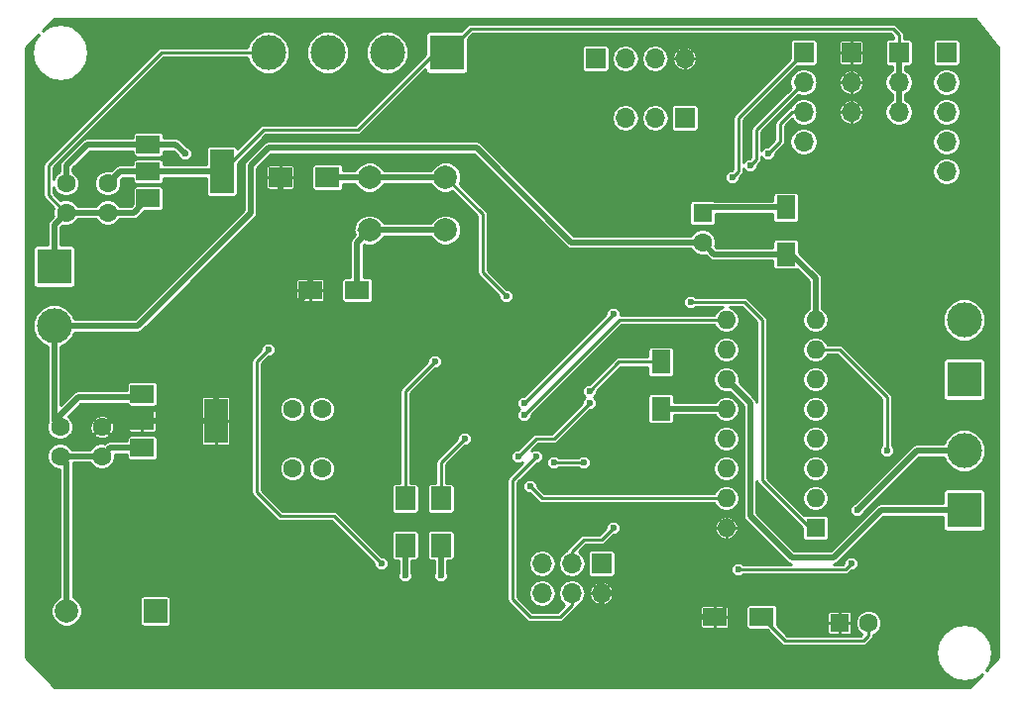
<source format=gbr>
G04 #@! TF.FileFunction,Copper,L2,Bot,Signal*
%FSLAX46Y46*%
G04 Gerber Fmt 4.6, Leading zero omitted, Abs format (unit mm)*
G04 Created by KiCad (PCBNEW 4.0.7) date 06/25/19 19:36:15*
%MOMM*%
%LPD*%
G01*
G04 APERTURE LIST*
%ADD10C,0.100000*%
%ADD11C,3.000000*%
%ADD12R,3.000000X3.000000*%
%ADD13R,2.000000X2.000000*%
%ADD14C,2.000000*%
%ADD15C,1.600000*%
%ADD16R,2.000000X1.600000*%
%ADD17R,1.600000X2.000000*%
%ADD18R,1.600000X1.600000*%
%ADD19R,1.700000X1.700000*%
%ADD20O,1.700000X1.700000*%
%ADD21R,1.700000X2.000000*%
%ADD22R,2.000000X1.700000*%
%ADD23R,2.000000X3.800000*%
%ADD24R,2.000000X1.500000*%
%ADD25O,1.600000X1.600000*%
%ADD26C,0.600000*%
%ADD27C,0.500000*%
%ADD28C,0.250000*%
%ADD29C,0.254000*%
G04 APERTURE END LIST*
D10*
D11*
X134112000Y-80772000D03*
X129032000Y-80772000D03*
D12*
X139192000Y-80772000D03*
D11*
X123952000Y-80772000D03*
D13*
X114300000Y-128524000D03*
D14*
X106700000Y-128524000D03*
D15*
X106172000Y-112776000D03*
X106172000Y-115276000D03*
X109728000Y-112776000D03*
X109728000Y-115276000D03*
D16*
X127540000Y-101092000D03*
X131540000Y-101092000D03*
D17*
X157480000Y-107220000D03*
X157480000Y-111220000D03*
D18*
X172720000Y-129540000D03*
D15*
X175220000Y-129540000D03*
D18*
X161036000Y-94488000D03*
D15*
X161036000Y-96988000D03*
D16*
X162084000Y-129032000D03*
X166084000Y-129032000D03*
D17*
X168148000Y-94012000D03*
X168148000Y-98012000D03*
D15*
X128524000Y-111252000D03*
X126024000Y-111252000D03*
X106680000Y-91948000D03*
X106680000Y-94448000D03*
X110236000Y-91948000D03*
X110236000Y-94448000D03*
X128524000Y-116332000D03*
X126024000Y-116332000D03*
D12*
X105664000Y-99060000D03*
D11*
X105664000Y-104140000D03*
D19*
X169672000Y-80772000D03*
D20*
X169672000Y-83312000D03*
X169672000Y-85852000D03*
X169672000Y-88392000D03*
D19*
X177800000Y-80772000D03*
D20*
X177800000Y-83312000D03*
X177800000Y-85852000D03*
D19*
X173736000Y-80772000D03*
D20*
X173736000Y-83312000D03*
X173736000Y-85852000D03*
D19*
X181864000Y-80772000D03*
D20*
X181864000Y-83312000D03*
X181864000Y-85852000D03*
X181864000Y-88392000D03*
X181864000Y-90932000D03*
D12*
X183388000Y-108712000D03*
D11*
X183388000Y-103632000D03*
D12*
X183388000Y-119888000D03*
D11*
X183388000Y-114808000D03*
D19*
X152400000Y-124460000D03*
D20*
X152400000Y-127000000D03*
X149860000Y-124460000D03*
X149860000Y-127000000D03*
X147320000Y-124460000D03*
X147320000Y-127000000D03*
D19*
X151892000Y-81280000D03*
D20*
X154432000Y-81280000D03*
X156972000Y-81280000D03*
X159512000Y-81280000D03*
D19*
X159512000Y-86360000D03*
D20*
X156972000Y-86360000D03*
X154432000Y-86360000D03*
D21*
X135636000Y-122904000D03*
X135636000Y-118904000D03*
X138684000Y-122904000D03*
X138684000Y-118904000D03*
D22*
X129000000Y-91440000D03*
X125000000Y-91440000D03*
D14*
X132588000Y-95940000D03*
X132588000Y-91440000D03*
X139088000Y-95940000D03*
X139088000Y-91440000D03*
D23*
X119482000Y-112268000D03*
D24*
X113182000Y-112268000D03*
X113182000Y-109968000D03*
X113182000Y-114568000D03*
D23*
X119990000Y-90932000D03*
D24*
X113690000Y-90932000D03*
X113690000Y-88632000D03*
X113690000Y-93232000D03*
D18*
X170688000Y-121412000D03*
D25*
X163068000Y-103632000D03*
X170688000Y-118872000D03*
X163068000Y-106172000D03*
X170688000Y-116332000D03*
X163068000Y-108712000D03*
X170688000Y-113792000D03*
X163068000Y-111252000D03*
X170688000Y-111252000D03*
X163068000Y-113792000D03*
X170688000Y-108712000D03*
X163068000Y-116332000D03*
X170688000Y-106172000D03*
X163068000Y-118872000D03*
X170688000Y-103632000D03*
X163068000Y-121412000D03*
D26*
X116840000Y-89408000D03*
X121920000Y-118872000D03*
X151384000Y-109728000D03*
X135636000Y-125476000D03*
X138684000Y-125476000D03*
X163576000Y-91440000D03*
X153416000Y-103124000D03*
X145796000Y-110744000D03*
X165100000Y-90424000D03*
X166624000Y-89408000D03*
X174244000Y-119888000D03*
X164084000Y-124968000D03*
X173736000Y-124460000D03*
X176784000Y-114808000D03*
X148336000Y-115824000D03*
X150876000Y-115824000D03*
X153416000Y-121412000D03*
X146812000Y-115316000D03*
X123952000Y-106172000D03*
X133604000Y-124460000D03*
X144272000Y-101600000D03*
X138176000Y-107188000D03*
X140716000Y-113792000D03*
X146304000Y-117856000D03*
X145796000Y-111760000D03*
X160020000Y-102108000D03*
X151384000Y-110744000D03*
X145288000Y-115316000D03*
D27*
X161036000Y-94488000D02*
X161036000Y-93980000D01*
X161036000Y-93980000D02*
X161068000Y-94012000D01*
X161068000Y-94012000D02*
X168148000Y-94012000D01*
X157480000Y-111220000D02*
X163036000Y-111220000D01*
X163036000Y-111220000D02*
X163068000Y-111252000D01*
X106700000Y-128524000D02*
X106700000Y-115804000D01*
X106700000Y-115804000D02*
X106172000Y-115276000D01*
X131540000Y-101092000D02*
X131540000Y-96988000D01*
X131540000Y-96988000D02*
X132588000Y-95940000D01*
D28*
X132588000Y-95940000D02*
X131644000Y-95940000D01*
D27*
X139088000Y-95940000D02*
X132588000Y-95940000D01*
D28*
X106680000Y-94448000D02*
X106640000Y-94448000D01*
X106640000Y-94448000D02*
X105156000Y-92964000D01*
X114808000Y-80772000D02*
X123952000Y-80772000D01*
X105156000Y-90424000D02*
X114808000Y-80772000D01*
X105156000Y-92964000D02*
X105156000Y-90424000D01*
D27*
X106172000Y-115276000D02*
X109728000Y-115276000D01*
X109728000Y-115276000D02*
X110436000Y-114568000D01*
X110436000Y-114568000D02*
X113182000Y-114568000D01*
X105664000Y-99060000D02*
X105664000Y-95464000D01*
X105664000Y-95464000D02*
X106680000Y-94448000D01*
X106680000Y-94448000D02*
X112474000Y-94448000D01*
X112474000Y-94448000D02*
X113690000Y-93232000D01*
D28*
X175220000Y-129540000D02*
X175220000Y-130596000D01*
X168116000Y-131064000D02*
X166084000Y-129032000D01*
X174752000Y-131064000D02*
X168116000Y-131064000D01*
X175220000Y-130596000D02*
X174752000Y-131064000D01*
D27*
X161036000Y-96988000D02*
X149820000Y-96988000D01*
X112776000Y-104140000D02*
X105664000Y-104140000D01*
X122428000Y-94488000D02*
X112776000Y-104140000D01*
X122428000Y-90424000D02*
X122428000Y-94488000D01*
X123952000Y-88900000D02*
X122428000Y-90424000D01*
X141732000Y-88900000D02*
X123952000Y-88900000D01*
X149820000Y-96988000D02*
X141732000Y-88900000D01*
X161036000Y-96988000D02*
X161036000Y-97028000D01*
X161036000Y-97028000D02*
X162020000Y-98012000D01*
X162020000Y-98012000D02*
X168148000Y-98012000D01*
X116840000Y-89408000D02*
X116064000Y-88632000D01*
X116064000Y-88632000D02*
X113690000Y-88632000D01*
X168148000Y-98012000D02*
X168624000Y-98012000D01*
X168624000Y-98012000D02*
X170688000Y-100076000D01*
X170688000Y-100076000D02*
X170688000Y-103632000D01*
X105664000Y-104140000D02*
X105664000Y-112268000D01*
X105664000Y-112268000D02*
X107696000Y-110236000D01*
X107696000Y-110236000D02*
X112914000Y-110236000D01*
X112914000Y-110236000D02*
X113182000Y-109968000D01*
X106680000Y-91948000D02*
X106680000Y-90424000D01*
X106680000Y-90424000D02*
X108472000Y-88632000D01*
X108472000Y-88632000D02*
X113690000Y-88632000D01*
X152400000Y-127000000D02*
X152400000Y-128016000D01*
X133096000Y-130048000D02*
X121920000Y-118872000D01*
X150368000Y-130048000D02*
X133096000Y-130048000D01*
X152400000Y-128016000D02*
X150368000Y-130048000D01*
D28*
X163068000Y-121412000D02*
X163068000Y-128048000D01*
X163068000Y-128048000D02*
X162084000Y-129032000D01*
D27*
X119482000Y-112268000D02*
X119482000Y-109150000D01*
X119482000Y-109150000D02*
X127540000Y-101092000D01*
X127540000Y-101092000D02*
X127540000Y-97568000D01*
X127540000Y-97568000D02*
X125000000Y-95028000D01*
X125000000Y-95028000D02*
X125000000Y-91440000D01*
X152400000Y-127000000D02*
X155448000Y-127000000D01*
X157480000Y-129032000D02*
X162084000Y-129032000D01*
X155448000Y-127000000D02*
X157480000Y-129032000D01*
X109728000Y-112776000D02*
X110236000Y-112268000D01*
X110236000Y-112268000D02*
X113182000Y-112268000D01*
X113182000Y-112268000D02*
X119482000Y-112268000D01*
D28*
X172720000Y-129540000D02*
X170688000Y-129540000D01*
X163608000Y-127508000D02*
X162084000Y-129032000D01*
X168656000Y-127508000D02*
X163608000Y-127508000D01*
X170688000Y-129540000D02*
X168656000Y-127508000D01*
X157480000Y-107220000D02*
X153892000Y-107220000D01*
X153892000Y-107220000D02*
X151384000Y-109728000D01*
D27*
X177800000Y-80772000D02*
X177800000Y-83312000D01*
X177800000Y-83312000D02*
X177800000Y-85852000D01*
D28*
X177800000Y-80772000D02*
X177800000Y-79248000D01*
X141224000Y-78740000D02*
X139192000Y-80772000D01*
X177292000Y-78740000D02*
X141224000Y-78740000D01*
X177800000Y-79248000D02*
X177292000Y-78740000D01*
X139192000Y-80772000D02*
X138176000Y-80772000D01*
X138176000Y-80772000D02*
X131572000Y-87376000D01*
X131572000Y-87376000D02*
X123546000Y-87376000D01*
X123546000Y-87376000D02*
X119990000Y-90932000D01*
D27*
X110236000Y-91948000D02*
X111252000Y-90932000D01*
X111252000Y-90932000D02*
X113690000Y-90932000D01*
X113690000Y-90932000D02*
X119990000Y-90932000D01*
X135636000Y-122904000D02*
X135636000Y-125476000D01*
X138684000Y-125476000D02*
X138684000Y-122904000D01*
D28*
X164084000Y-86360000D02*
X169672000Y-80772000D01*
X164084000Y-90932000D02*
X164084000Y-86360000D01*
X163576000Y-91440000D02*
X164084000Y-90932000D01*
X145796000Y-110744000D02*
X153416000Y-103124000D01*
X165608000Y-87376000D02*
X169672000Y-83312000D01*
X165608000Y-89916000D02*
X165608000Y-87376000D01*
X165100000Y-90424000D02*
X165608000Y-89916000D01*
X168656000Y-85852000D02*
X169672000Y-85852000D01*
X167640000Y-86868000D02*
X168656000Y-85852000D01*
X167640000Y-88392000D02*
X167640000Y-86868000D01*
X166624000Y-89408000D02*
X167640000Y-88392000D01*
D27*
X183388000Y-119888000D02*
X176276000Y-119888000D01*
X165100000Y-110744000D02*
X163068000Y-108712000D01*
X165100000Y-120396000D02*
X165100000Y-110744000D01*
X168656000Y-123952000D02*
X165100000Y-120396000D01*
X172212000Y-123952000D02*
X168656000Y-123952000D01*
X176276000Y-119888000D02*
X172212000Y-123952000D01*
X183388000Y-114808000D02*
X179324000Y-114808000D01*
X179324000Y-114808000D02*
X174244000Y-119888000D01*
D28*
X170688000Y-106172000D02*
X172720000Y-106172000D01*
X173228000Y-124968000D02*
X164084000Y-124968000D01*
X173736000Y-124460000D02*
X173228000Y-124968000D01*
X176784000Y-110236000D02*
X176784000Y-114808000D01*
X172720000Y-106172000D02*
X176784000Y-110236000D01*
X150876000Y-115824000D02*
X148336000Y-115824000D01*
X149860000Y-123444000D02*
X149860000Y-124460000D01*
X150876000Y-122428000D02*
X149860000Y-123444000D01*
X152400000Y-122428000D02*
X150876000Y-122428000D01*
X153416000Y-121412000D02*
X152400000Y-122428000D01*
X149860000Y-127000000D02*
X149860000Y-128016000D01*
X144780000Y-117348000D02*
X146812000Y-115316000D01*
X144780000Y-127508000D02*
X144780000Y-117348000D01*
X146304000Y-129032000D02*
X144780000Y-127508000D01*
X148844000Y-129032000D02*
X146304000Y-129032000D01*
X149860000Y-128016000D02*
X148844000Y-129032000D01*
X122936000Y-107188000D02*
X123952000Y-106172000D01*
X122936000Y-118364000D02*
X122936000Y-107188000D01*
X124968000Y-120396000D02*
X122936000Y-118364000D01*
X129540000Y-120396000D02*
X124968000Y-120396000D01*
X133604000Y-124460000D02*
X129540000Y-120396000D01*
X142240000Y-94592000D02*
X139088000Y-91440000D01*
X142240000Y-99568000D02*
X142240000Y-94592000D01*
X144272000Y-101600000D02*
X142240000Y-99568000D01*
D27*
X132588000Y-91440000D02*
X139088000Y-91440000D01*
X129000000Y-91440000D02*
X132588000Y-91440000D01*
D28*
X135636000Y-118904000D02*
X135636000Y-109728000D01*
X135636000Y-109728000D02*
X138176000Y-107188000D01*
X138684000Y-118904000D02*
X138684000Y-115824000D01*
X138684000Y-115824000D02*
X140716000Y-113792000D01*
X163068000Y-118872000D02*
X147320000Y-118872000D01*
X147320000Y-118872000D02*
X146304000Y-117856000D01*
X153924000Y-103632000D02*
X163068000Y-103632000D01*
X145796000Y-111760000D02*
X153924000Y-103632000D01*
X170688000Y-121412000D02*
X170180000Y-121412000D01*
X170180000Y-121412000D02*
X166116000Y-117348000D01*
X166116000Y-117348000D02*
X166116000Y-103632000D01*
X166116000Y-103632000D02*
X164592000Y-102108000D01*
X164592000Y-102108000D02*
X160020000Y-102108000D01*
X151384000Y-110744000D02*
X148336000Y-113792000D01*
X148336000Y-113792000D02*
X146812000Y-113792000D01*
X146812000Y-113792000D02*
X145288000Y-115316000D01*
D29*
G36*
X186309000Y-80308549D02*
X186309000Y-132535394D01*
X185241601Y-133602793D01*
X185636723Y-133011451D01*
X185822000Y-132080000D01*
X185636723Y-131148549D01*
X185109098Y-130358902D01*
X184319451Y-129831277D01*
X183388000Y-129646000D01*
X182456549Y-129831277D01*
X181666902Y-130358902D01*
X181139277Y-131148549D01*
X180954000Y-132080000D01*
X181139277Y-133011451D01*
X181666902Y-133801098D01*
X182456549Y-134328723D01*
X183388000Y-134514000D01*
X184319451Y-134328723D01*
X184910793Y-133933601D01*
X183843394Y-135001000D01*
X105716606Y-135001000D01*
X103251000Y-132535394D01*
X103251000Y-115499191D01*
X105044805Y-115499191D01*
X105216019Y-115913560D01*
X105532772Y-116230867D01*
X105946842Y-116402804D01*
X106123000Y-116402958D01*
X106123000Y-127326596D01*
X105949297Y-127398369D01*
X105575681Y-127771334D01*
X105373231Y-128258885D01*
X105372771Y-128786798D01*
X105574369Y-129274703D01*
X105947334Y-129648319D01*
X106434885Y-129850769D01*
X106962798Y-129851229D01*
X107450703Y-129649631D01*
X107824319Y-129276666D01*
X108026769Y-128789115D01*
X108027229Y-128261202D01*
X107825631Y-127773297D01*
X107576769Y-127524000D01*
X112966594Y-127524000D01*
X112966594Y-129524000D01*
X112989395Y-129645179D01*
X113061012Y-129756474D01*
X113170286Y-129831138D01*
X113300000Y-129857406D01*
X115300000Y-129857406D01*
X115421179Y-129834605D01*
X115532474Y-129762988D01*
X115607138Y-129653714D01*
X115633406Y-129524000D01*
X115633406Y-127524000D01*
X115610605Y-127402821D01*
X115538988Y-127291526D01*
X115429714Y-127216862D01*
X115300000Y-127190594D01*
X113300000Y-127190594D01*
X113178821Y-127213395D01*
X113067526Y-127285012D01*
X112992862Y-127394286D01*
X112966594Y-127524000D01*
X107576769Y-127524000D01*
X107452666Y-127399681D01*
X107277000Y-127326738D01*
X107277000Y-115853000D01*
X108746996Y-115853000D01*
X108772019Y-115913560D01*
X109088772Y-116230867D01*
X109502842Y-116402804D01*
X109951191Y-116403195D01*
X110365560Y-116231981D01*
X110682867Y-115915228D01*
X110854804Y-115501158D01*
X110855115Y-115145000D01*
X111848594Y-115145000D01*
X111848594Y-115318000D01*
X111871395Y-115439179D01*
X111943012Y-115550474D01*
X112052286Y-115625138D01*
X112182000Y-115651406D01*
X114182000Y-115651406D01*
X114303179Y-115628605D01*
X114414474Y-115556988D01*
X114489138Y-115447714D01*
X114515406Y-115318000D01*
X114515406Y-113818000D01*
X114492605Y-113696821D01*
X114420988Y-113585526D01*
X114311714Y-113510862D01*
X114182000Y-113484594D01*
X112182000Y-113484594D01*
X112060821Y-113507395D01*
X111949526Y-113579012D01*
X111874862Y-113688286D01*
X111848594Y-113818000D01*
X111848594Y-113991000D01*
X110436000Y-113991000D01*
X110215192Y-114034922D01*
X110027999Y-114159999D01*
X110027997Y-114160002D01*
X110013674Y-114174325D01*
X109953158Y-114149196D01*
X109504809Y-114148805D01*
X109090440Y-114320019D01*
X108773133Y-114636772D01*
X108747294Y-114699000D01*
X107153004Y-114699000D01*
X107127981Y-114638440D01*
X106811228Y-114321133D01*
X106397158Y-114149196D01*
X105948809Y-114148805D01*
X105534440Y-114320019D01*
X105217133Y-114636772D01*
X105045196Y-115050842D01*
X105044805Y-115499191D01*
X103251000Y-115499191D01*
X103251000Y-104501818D01*
X103836684Y-104501818D01*
X104114242Y-105173560D01*
X104627736Y-105687952D01*
X105087000Y-105878655D01*
X105087000Y-112267995D01*
X105086999Y-112268000D01*
X105111499Y-112391166D01*
X105045196Y-112550842D01*
X105044805Y-112999191D01*
X105216019Y-113413560D01*
X105532772Y-113730867D01*
X105946842Y-113902804D01*
X106395191Y-113903195D01*
X106809560Y-113731981D01*
X107065336Y-113476651D01*
X109028056Y-113476651D01*
X109112923Y-113623432D01*
X109484041Y-113794304D01*
X109892300Y-113810150D01*
X110275545Y-113668555D01*
X110343077Y-113623432D01*
X110427944Y-113476651D01*
X109728000Y-112776707D01*
X109028056Y-113476651D01*
X107065336Y-113476651D01*
X107126867Y-113415228D01*
X107298804Y-113001158D01*
X107298857Y-112940300D01*
X108693850Y-112940300D01*
X108835445Y-113323545D01*
X108880568Y-113391077D01*
X109027349Y-113475944D01*
X109727293Y-112776000D01*
X109728707Y-112776000D01*
X110428651Y-113475944D01*
X110575432Y-113391077D01*
X110746304Y-113019959D01*
X110762150Y-112611700D01*
X110656318Y-112325250D01*
X111955000Y-112325250D01*
X111955000Y-113063153D01*
X111989559Y-113146585D01*
X112053415Y-113210441D01*
X112136847Y-113245000D01*
X113124750Y-113245000D01*
X113181500Y-113188250D01*
X113181500Y-112268500D01*
X113182500Y-112268500D01*
X113182500Y-113188250D01*
X113239250Y-113245000D01*
X114227153Y-113245000D01*
X114310585Y-113210441D01*
X114374441Y-113146585D01*
X114409000Y-113063153D01*
X114409000Y-112325250D01*
X118255000Y-112325250D01*
X118255000Y-114213153D01*
X118289559Y-114296585D01*
X118353415Y-114360441D01*
X118436847Y-114395000D01*
X119424750Y-114395000D01*
X119481500Y-114338250D01*
X119481500Y-112268500D01*
X119482500Y-112268500D01*
X119482500Y-114338250D01*
X119539250Y-114395000D01*
X120527153Y-114395000D01*
X120610585Y-114360441D01*
X120674441Y-114296585D01*
X120709000Y-114213153D01*
X120709000Y-112325250D01*
X120652250Y-112268500D01*
X119482500Y-112268500D01*
X119481500Y-112268500D01*
X118311750Y-112268500D01*
X118255000Y-112325250D01*
X114409000Y-112325250D01*
X114352250Y-112268500D01*
X113182500Y-112268500D01*
X113181500Y-112268500D01*
X112011750Y-112268500D01*
X111955000Y-112325250D01*
X110656318Y-112325250D01*
X110620555Y-112228455D01*
X110575432Y-112160923D01*
X110428651Y-112076056D01*
X109728707Y-112776000D01*
X109727293Y-112776000D01*
X109027349Y-112076056D01*
X108880568Y-112160923D01*
X108709696Y-112532041D01*
X108693850Y-112940300D01*
X107298857Y-112940300D01*
X107299195Y-112552809D01*
X107127981Y-112138440D01*
X107065001Y-112075349D01*
X109028056Y-112075349D01*
X109728000Y-112775293D01*
X110427944Y-112075349D01*
X110343077Y-111928568D01*
X109971959Y-111757696D01*
X109563700Y-111741850D01*
X109180455Y-111883445D01*
X109112923Y-111928568D01*
X109028056Y-112075349D01*
X107065001Y-112075349D01*
X106868998Y-111879004D01*
X107275155Y-111472847D01*
X111955000Y-111472847D01*
X111955000Y-112210750D01*
X112011750Y-112267500D01*
X113181500Y-112267500D01*
X113181500Y-111347750D01*
X113182500Y-111347750D01*
X113182500Y-112267500D01*
X114352250Y-112267500D01*
X114409000Y-112210750D01*
X114409000Y-111472847D01*
X114374441Y-111389415D01*
X114310585Y-111325559D01*
X114227153Y-111291000D01*
X113239250Y-111291000D01*
X113182500Y-111347750D01*
X113181500Y-111347750D01*
X113124750Y-111291000D01*
X112136847Y-111291000D01*
X112053415Y-111325559D01*
X111989559Y-111389415D01*
X111955000Y-111472847D01*
X107275155Y-111472847D01*
X107935002Y-110813000D01*
X111866469Y-110813000D01*
X111871395Y-110839179D01*
X111943012Y-110950474D01*
X112052286Y-111025138D01*
X112182000Y-111051406D01*
X114182000Y-111051406D01*
X114303179Y-111028605D01*
X114414474Y-110956988D01*
X114489138Y-110847714D01*
X114515406Y-110718000D01*
X114515406Y-110322847D01*
X118255000Y-110322847D01*
X118255000Y-112210750D01*
X118311750Y-112267500D01*
X119481500Y-112267500D01*
X119481500Y-110197750D01*
X119482500Y-110197750D01*
X119482500Y-112267500D01*
X120652250Y-112267500D01*
X120709000Y-112210750D01*
X120709000Y-110322847D01*
X120674441Y-110239415D01*
X120610585Y-110175559D01*
X120527153Y-110141000D01*
X119539250Y-110141000D01*
X119482500Y-110197750D01*
X119481500Y-110197750D01*
X119424750Y-110141000D01*
X118436847Y-110141000D01*
X118353415Y-110175559D01*
X118289559Y-110239415D01*
X118255000Y-110322847D01*
X114515406Y-110322847D01*
X114515406Y-109218000D01*
X114492605Y-109096821D01*
X114420988Y-108985526D01*
X114311714Y-108910862D01*
X114182000Y-108884594D01*
X112182000Y-108884594D01*
X112060821Y-108907395D01*
X111949526Y-108979012D01*
X111874862Y-109088286D01*
X111848594Y-109218000D01*
X111848594Y-109659000D01*
X107696005Y-109659000D01*
X107696000Y-109658999D01*
X107475192Y-109702922D01*
X107287999Y-109827999D01*
X106241000Y-110874998D01*
X106241000Y-107188000D01*
X122484000Y-107188000D01*
X122484000Y-118364000D01*
X122518406Y-118536973D01*
X122616388Y-118683612D01*
X124648388Y-120715612D01*
X124795027Y-120813594D01*
X124968000Y-120848000D01*
X129352776Y-120848000D01*
X132976989Y-124472213D01*
X132976891Y-124584171D01*
X133072145Y-124814703D01*
X133248369Y-124991235D01*
X133478735Y-125086891D01*
X133728171Y-125087109D01*
X133958703Y-124991855D01*
X134135235Y-124815631D01*
X134230891Y-124585265D01*
X134231109Y-124335829D01*
X134135855Y-124105297D01*
X133959631Y-123928765D01*
X133729265Y-123833109D01*
X133616234Y-123833010D01*
X131687224Y-121904000D01*
X134452594Y-121904000D01*
X134452594Y-123904000D01*
X134475395Y-124025179D01*
X134547012Y-124136474D01*
X134656286Y-124211138D01*
X134786000Y-124237406D01*
X135059000Y-124237406D01*
X135059000Y-125230584D01*
X135009109Y-125350735D01*
X135008891Y-125600171D01*
X135104145Y-125830703D01*
X135280369Y-126007235D01*
X135510735Y-126102891D01*
X135760171Y-126103109D01*
X135990703Y-126007855D01*
X136167235Y-125831631D01*
X136262891Y-125601265D01*
X136263109Y-125351829D01*
X136213000Y-125230556D01*
X136213000Y-124237406D01*
X136486000Y-124237406D01*
X136607179Y-124214605D01*
X136718474Y-124142988D01*
X136793138Y-124033714D01*
X136819406Y-123904000D01*
X136819406Y-121904000D01*
X137500594Y-121904000D01*
X137500594Y-123904000D01*
X137523395Y-124025179D01*
X137595012Y-124136474D01*
X137704286Y-124211138D01*
X137834000Y-124237406D01*
X138107000Y-124237406D01*
X138107000Y-125230584D01*
X138057109Y-125350735D01*
X138056891Y-125600171D01*
X138152145Y-125830703D01*
X138328369Y-126007235D01*
X138558735Y-126102891D01*
X138808171Y-126103109D01*
X139038703Y-126007855D01*
X139215235Y-125831631D01*
X139310891Y-125601265D01*
X139311109Y-125351829D01*
X139261000Y-125230556D01*
X139261000Y-124237406D01*
X139534000Y-124237406D01*
X139655179Y-124214605D01*
X139766474Y-124142988D01*
X139841138Y-124033714D01*
X139867406Y-123904000D01*
X139867406Y-121904000D01*
X139844605Y-121782821D01*
X139772988Y-121671526D01*
X139663714Y-121596862D01*
X139534000Y-121570594D01*
X137834000Y-121570594D01*
X137712821Y-121593395D01*
X137601526Y-121665012D01*
X137526862Y-121774286D01*
X137500594Y-121904000D01*
X136819406Y-121904000D01*
X136796605Y-121782821D01*
X136724988Y-121671526D01*
X136615714Y-121596862D01*
X136486000Y-121570594D01*
X134786000Y-121570594D01*
X134664821Y-121593395D01*
X134553526Y-121665012D01*
X134478862Y-121774286D01*
X134452594Y-121904000D01*
X131687224Y-121904000D01*
X129859612Y-120076388D01*
X129712973Y-119978406D01*
X129540000Y-119944000D01*
X125155224Y-119944000D01*
X123388000Y-118176776D01*
X123388000Y-117904000D01*
X134452594Y-117904000D01*
X134452594Y-119904000D01*
X134475395Y-120025179D01*
X134547012Y-120136474D01*
X134656286Y-120211138D01*
X134786000Y-120237406D01*
X136486000Y-120237406D01*
X136607179Y-120214605D01*
X136718474Y-120142988D01*
X136793138Y-120033714D01*
X136819406Y-119904000D01*
X136819406Y-117904000D01*
X137500594Y-117904000D01*
X137500594Y-119904000D01*
X137523395Y-120025179D01*
X137595012Y-120136474D01*
X137704286Y-120211138D01*
X137834000Y-120237406D01*
X139534000Y-120237406D01*
X139655179Y-120214605D01*
X139766474Y-120142988D01*
X139841138Y-120033714D01*
X139867406Y-119904000D01*
X139867406Y-117904000D01*
X139844605Y-117782821D01*
X139772988Y-117671526D01*
X139663714Y-117596862D01*
X139534000Y-117570594D01*
X139136000Y-117570594D01*
X139136000Y-117348000D01*
X144328000Y-117348000D01*
X144328000Y-127508000D01*
X144362406Y-127680973D01*
X144460388Y-127827612D01*
X145984387Y-129351612D01*
X146131027Y-129449594D01*
X146304000Y-129484000D01*
X148844000Y-129484000D01*
X149016973Y-129449594D01*
X149163612Y-129351612D01*
X149425974Y-129089250D01*
X160857000Y-129089250D01*
X160857000Y-129877153D01*
X160891559Y-129960585D01*
X160955415Y-130024441D01*
X161038847Y-130059000D01*
X162026750Y-130059000D01*
X162083500Y-130002250D01*
X162083500Y-129032500D01*
X162084500Y-129032500D01*
X162084500Y-130002250D01*
X162141250Y-130059000D01*
X163129153Y-130059000D01*
X163212585Y-130024441D01*
X163276441Y-129960585D01*
X163311000Y-129877153D01*
X163311000Y-129089250D01*
X163254250Y-129032500D01*
X162084500Y-129032500D01*
X162083500Y-129032500D01*
X160913750Y-129032500D01*
X160857000Y-129089250D01*
X149425974Y-129089250D01*
X150179612Y-128335612D01*
X150277594Y-128188973D01*
X150278016Y-128186847D01*
X160857000Y-128186847D01*
X160857000Y-128974750D01*
X160913750Y-129031500D01*
X162083500Y-129031500D01*
X162083500Y-128061750D01*
X162084500Y-128061750D01*
X162084500Y-129031500D01*
X163254250Y-129031500D01*
X163311000Y-128974750D01*
X163311000Y-128232000D01*
X164750594Y-128232000D01*
X164750594Y-129832000D01*
X164773395Y-129953179D01*
X164845012Y-130064474D01*
X164954286Y-130139138D01*
X165084000Y-130165406D01*
X166578182Y-130165406D01*
X167796388Y-131383612D01*
X167943027Y-131481594D01*
X168116000Y-131516000D01*
X174752000Y-131516000D01*
X174924973Y-131481594D01*
X175071612Y-131383612D01*
X175539612Y-130915612D01*
X175637594Y-130768973D01*
X175672000Y-130596000D01*
X175672000Y-130572653D01*
X175857560Y-130495981D01*
X176174867Y-130179228D01*
X176346804Y-129765158D01*
X176347195Y-129316809D01*
X176175981Y-128902440D01*
X175859228Y-128585133D01*
X175445158Y-128413196D01*
X174996809Y-128412805D01*
X174582440Y-128584019D01*
X174265133Y-128900772D01*
X174093196Y-129314842D01*
X174092805Y-129763191D01*
X174264019Y-130177560D01*
X174580772Y-130494867D01*
X174652235Y-130524541D01*
X174564776Y-130612000D01*
X168303224Y-130612000D01*
X167417406Y-129726182D01*
X167417406Y-129597250D01*
X171693000Y-129597250D01*
X171693000Y-130385153D01*
X171727559Y-130468585D01*
X171791415Y-130532441D01*
X171874847Y-130567000D01*
X172662750Y-130567000D01*
X172719500Y-130510250D01*
X172719500Y-129540500D01*
X172720500Y-129540500D01*
X172720500Y-130510250D01*
X172777250Y-130567000D01*
X173565153Y-130567000D01*
X173648585Y-130532441D01*
X173712441Y-130468585D01*
X173747000Y-130385153D01*
X173747000Y-129597250D01*
X173690250Y-129540500D01*
X172720500Y-129540500D01*
X172719500Y-129540500D01*
X171749750Y-129540500D01*
X171693000Y-129597250D01*
X167417406Y-129597250D01*
X167417406Y-128694847D01*
X171693000Y-128694847D01*
X171693000Y-129482750D01*
X171749750Y-129539500D01*
X172719500Y-129539500D01*
X172719500Y-128569750D01*
X172720500Y-128569750D01*
X172720500Y-129539500D01*
X173690250Y-129539500D01*
X173747000Y-129482750D01*
X173747000Y-128694847D01*
X173712441Y-128611415D01*
X173648585Y-128547559D01*
X173565153Y-128513000D01*
X172777250Y-128513000D01*
X172720500Y-128569750D01*
X172719500Y-128569750D01*
X172662750Y-128513000D01*
X171874847Y-128513000D01*
X171791415Y-128547559D01*
X171727559Y-128611415D01*
X171693000Y-128694847D01*
X167417406Y-128694847D01*
X167417406Y-128232000D01*
X167394605Y-128110821D01*
X167322988Y-127999526D01*
X167213714Y-127924862D01*
X167084000Y-127898594D01*
X165084000Y-127898594D01*
X164962821Y-127921395D01*
X164851526Y-127993012D01*
X164776862Y-128102286D01*
X164750594Y-128232000D01*
X163311000Y-128232000D01*
X163311000Y-128186847D01*
X163276441Y-128103415D01*
X163212585Y-128039559D01*
X163129153Y-128005000D01*
X162141250Y-128005000D01*
X162084500Y-128061750D01*
X162083500Y-128061750D01*
X162026750Y-128005000D01*
X161038847Y-128005000D01*
X160955415Y-128039559D01*
X160891559Y-128103415D01*
X160857000Y-128186847D01*
X150278016Y-128186847D01*
X150292501Y-128114029D01*
X150310418Y-128110465D01*
X150692265Y-127855324D01*
X150947406Y-127473477D01*
X151007975Y-127168974D01*
X151336338Y-127168974D01*
X151481968Y-127563157D01*
X151767360Y-127871605D01*
X152149066Y-128047359D01*
X152231026Y-128063662D01*
X152399500Y-128020250D01*
X152399500Y-127000500D01*
X152400500Y-127000500D01*
X152400500Y-128020250D01*
X152568974Y-128063662D01*
X152650934Y-128047359D01*
X153032640Y-127871605D01*
X153318032Y-127563157D01*
X153463662Y-127168974D01*
X153420250Y-127000500D01*
X152400500Y-127000500D01*
X152399500Y-127000500D01*
X151379750Y-127000500D01*
X151336338Y-127168974D01*
X151007975Y-127168974D01*
X151037000Y-127023059D01*
X151037000Y-126976941D01*
X151007976Y-126831026D01*
X151336338Y-126831026D01*
X151379750Y-126999500D01*
X152399500Y-126999500D01*
X152399500Y-125979750D01*
X152400500Y-125979750D01*
X152400500Y-126999500D01*
X153420250Y-126999500D01*
X153463662Y-126831026D01*
X153318032Y-126436843D01*
X153032640Y-126128395D01*
X152650934Y-125952641D01*
X152568974Y-125936338D01*
X152400500Y-125979750D01*
X152399500Y-125979750D01*
X152231026Y-125936338D01*
X152149066Y-125952641D01*
X151767360Y-126128395D01*
X151481968Y-126436843D01*
X151336338Y-126831026D01*
X151007976Y-126831026D01*
X150947406Y-126526523D01*
X150692265Y-126144676D01*
X150310418Y-125889535D01*
X149860000Y-125799941D01*
X149409582Y-125889535D01*
X149027735Y-126144676D01*
X148772594Y-126526523D01*
X148683000Y-126976941D01*
X148683000Y-127023059D01*
X148772594Y-127473477D01*
X149027735Y-127855324D01*
X149239773Y-127997003D01*
X148656776Y-128580000D01*
X146491225Y-128580000D01*
X145232000Y-127320776D01*
X145232000Y-126976941D01*
X146143000Y-126976941D01*
X146143000Y-127023059D01*
X146232594Y-127473477D01*
X146487735Y-127855324D01*
X146869582Y-128110465D01*
X147320000Y-128200059D01*
X147770418Y-128110465D01*
X148152265Y-127855324D01*
X148407406Y-127473477D01*
X148497000Y-127023059D01*
X148497000Y-126976941D01*
X148407406Y-126526523D01*
X148152265Y-126144676D01*
X147770418Y-125889535D01*
X147320000Y-125799941D01*
X146869582Y-125889535D01*
X146487735Y-126144676D01*
X146232594Y-126526523D01*
X146143000Y-126976941D01*
X145232000Y-126976941D01*
X145232000Y-124436941D01*
X146143000Y-124436941D01*
X146143000Y-124483059D01*
X146232594Y-124933477D01*
X146487735Y-125315324D01*
X146869582Y-125570465D01*
X147320000Y-125660059D01*
X147770418Y-125570465D01*
X148152265Y-125315324D01*
X148407406Y-124933477D01*
X148497000Y-124483059D01*
X148497000Y-124436941D01*
X148683000Y-124436941D01*
X148683000Y-124483059D01*
X148772594Y-124933477D01*
X149027735Y-125315324D01*
X149409582Y-125570465D01*
X149860000Y-125660059D01*
X150310418Y-125570465D01*
X150692265Y-125315324D01*
X150947406Y-124933477D01*
X151037000Y-124483059D01*
X151037000Y-124436941D01*
X150947406Y-123986523D01*
X150695823Y-123610000D01*
X151216594Y-123610000D01*
X151216594Y-125310000D01*
X151239395Y-125431179D01*
X151311012Y-125542474D01*
X151420286Y-125617138D01*
X151550000Y-125643406D01*
X153250000Y-125643406D01*
X153371179Y-125620605D01*
X153482474Y-125548988D01*
X153557138Y-125439714D01*
X153583406Y-125310000D01*
X153583406Y-123610000D01*
X153560605Y-123488821D01*
X153488988Y-123377526D01*
X153379714Y-123302862D01*
X153250000Y-123276594D01*
X151550000Y-123276594D01*
X151428821Y-123299395D01*
X151317526Y-123371012D01*
X151242862Y-123480286D01*
X151216594Y-123610000D01*
X150695823Y-123610000D01*
X150692265Y-123604676D01*
X150480227Y-123462997D01*
X151063224Y-122880000D01*
X152400000Y-122880000D01*
X152572973Y-122845594D01*
X152719612Y-122747612D01*
X153428213Y-122039011D01*
X153540171Y-122039109D01*
X153770703Y-121943855D01*
X153947235Y-121767631D01*
X154027989Y-121573152D01*
X162053722Y-121573152D01*
X162069260Y-121651262D01*
X162236846Y-122015251D01*
X162530968Y-122287400D01*
X162906848Y-122426278D01*
X163067500Y-122382250D01*
X163067500Y-121412500D01*
X163068500Y-121412500D01*
X163068500Y-122382250D01*
X163229152Y-122426278D01*
X163605032Y-122287400D01*
X163899154Y-122015251D01*
X164066740Y-121651262D01*
X164082278Y-121573152D01*
X164038250Y-121412500D01*
X163068500Y-121412500D01*
X163067500Y-121412500D01*
X162097750Y-121412500D01*
X162053722Y-121573152D01*
X154027989Y-121573152D01*
X154042891Y-121537265D01*
X154043109Y-121287829D01*
X154027829Y-121250848D01*
X162053722Y-121250848D01*
X162097750Y-121411500D01*
X163067500Y-121411500D01*
X163067500Y-120441750D01*
X163068500Y-120441750D01*
X163068500Y-121411500D01*
X164038250Y-121411500D01*
X164082278Y-121250848D01*
X164066740Y-121172738D01*
X163899154Y-120808749D01*
X163605032Y-120536600D01*
X163229152Y-120397722D01*
X163068500Y-120441750D01*
X163067500Y-120441750D01*
X162906848Y-120397722D01*
X162530968Y-120536600D01*
X162236846Y-120808749D01*
X162069260Y-121172738D01*
X162053722Y-121250848D01*
X154027829Y-121250848D01*
X153947855Y-121057297D01*
X153771631Y-120880765D01*
X153541265Y-120785109D01*
X153291829Y-120784891D01*
X153061297Y-120880145D01*
X152884765Y-121056369D01*
X152789109Y-121286735D01*
X152789010Y-121399766D01*
X152212776Y-121976000D01*
X150876000Y-121976000D01*
X150703027Y-122010406D01*
X150556388Y-122108388D01*
X149540388Y-123124388D01*
X149442406Y-123271027D01*
X149427499Y-123345971D01*
X149409582Y-123349535D01*
X149027735Y-123604676D01*
X148772594Y-123986523D01*
X148683000Y-124436941D01*
X148497000Y-124436941D01*
X148407406Y-123986523D01*
X148152265Y-123604676D01*
X147770418Y-123349535D01*
X147320000Y-123259941D01*
X146869582Y-123349535D01*
X146487735Y-123604676D01*
X146232594Y-123986523D01*
X146143000Y-124436941D01*
X145232000Y-124436941D01*
X145232000Y-117980171D01*
X145676891Y-117980171D01*
X145772145Y-118210703D01*
X145948369Y-118387235D01*
X146178735Y-118482891D01*
X146291766Y-118482990D01*
X147000388Y-119191612D01*
X147147027Y-119289594D01*
X147320000Y-119324000D01*
X162018551Y-119324000D01*
X162249012Y-119668909D01*
X162614637Y-119913212D01*
X163045921Y-119999000D01*
X163090079Y-119999000D01*
X163521363Y-119913212D01*
X163886988Y-119668909D01*
X164131291Y-119303284D01*
X164217079Y-118872000D01*
X164131291Y-118440716D01*
X163886988Y-118075091D01*
X163521363Y-117830788D01*
X163090079Y-117745000D01*
X163045921Y-117745000D01*
X162614637Y-117830788D01*
X162249012Y-118075091D01*
X162018551Y-118420000D01*
X147507224Y-118420000D01*
X146931011Y-117843787D01*
X146931109Y-117731829D01*
X146835855Y-117501297D01*
X146659631Y-117324765D01*
X146429265Y-117229109D01*
X146179829Y-117228891D01*
X145949297Y-117324145D01*
X145772765Y-117500369D01*
X145677109Y-117730735D01*
X145676891Y-117980171D01*
X145232000Y-117980171D01*
X145232000Y-117535224D01*
X146819053Y-115948171D01*
X147708891Y-115948171D01*
X147804145Y-116178703D01*
X147980369Y-116355235D01*
X148210735Y-116450891D01*
X148460171Y-116451109D01*
X148690703Y-116355855D01*
X148770698Y-116276000D01*
X150441272Y-116276000D01*
X150520369Y-116355235D01*
X150750735Y-116450891D01*
X151000171Y-116451109D01*
X151230703Y-116355855D01*
X151254599Y-116332000D01*
X161918921Y-116332000D01*
X162004709Y-116763284D01*
X162249012Y-117128909D01*
X162614637Y-117373212D01*
X163045921Y-117459000D01*
X163090079Y-117459000D01*
X163521363Y-117373212D01*
X163886988Y-117128909D01*
X164131291Y-116763284D01*
X164217079Y-116332000D01*
X164131291Y-115900716D01*
X163886988Y-115535091D01*
X163521363Y-115290788D01*
X163090079Y-115205000D01*
X163045921Y-115205000D01*
X162614637Y-115290788D01*
X162249012Y-115535091D01*
X162004709Y-115900716D01*
X161918921Y-116332000D01*
X151254599Y-116332000D01*
X151407235Y-116179631D01*
X151502891Y-115949265D01*
X151503109Y-115699829D01*
X151407855Y-115469297D01*
X151231631Y-115292765D01*
X151001265Y-115197109D01*
X150751829Y-115196891D01*
X150521297Y-115292145D01*
X150441302Y-115372000D01*
X148770728Y-115372000D01*
X148691631Y-115292765D01*
X148461265Y-115197109D01*
X148211829Y-115196891D01*
X147981297Y-115292145D01*
X147804765Y-115468369D01*
X147709109Y-115698735D01*
X147708891Y-115948171D01*
X146819053Y-115948171D01*
X146824213Y-115943011D01*
X146936171Y-115943109D01*
X147166703Y-115847855D01*
X147343235Y-115671631D01*
X147438891Y-115441265D01*
X147439109Y-115191829D01*
X147343855Y-114961297D01*
X147167631Y-114784765D01*
X146937265Y-114689109D01*
X146687829Y-114688891D01*
X146460335Y-114782890D01*
X146999225Y-114244000D01*
X148336000Y-114244000D01*
X148508973Y-114209594D01*
X148655612Y-114111612D01*
X148975224Y-113792000D01*
X161918921Y-113792000D01*
X162004709Y-114223284D01*
X162249012Y-114588909D01*
X162614637Y-114833212D01*
X163045921Y-114919000D01*
X163090079Y-114919000D01*
X163521363Y-114833212D01*
X163886988Y-114588909D01*
X164131291Y-114223284D01*
X164217079Y-113792000D01*
X164131291Y-113360716D01*
X163886988Y-112995091D01*
X163521363Y-112750788D01*
X163090079Y-112665000D01*
X163045921Y-112665000D01*
X162614637Y-112750788D01*
X162249012Y-112995091D01*
X162004709Y-113360716D01*
X161918921Y-113792000D01*
X148975224Y-113792000D01*
X151396213Y-111371011D01*
X151508171Y-111371109D01*
X151738703Y-111275855D01*
X151915235Y-111099631D01*
X152010891Y-110869265D01*
X152011109Y-110619829D01*
X151915855Y-110389297D01*
X151762713Y-110235887D01*
X151778627Y-110220000D01*
X156346594Y-110220000D01*
X156346594Y-112220000D01*
X156369395Y-112341179D01*
X156441012Y-112452474D01*
X156550286Y-112527138D01*
X156680000Y-112553406D01*
X158280000Y-112553406D01*
X158401179Y-112530605D01*
X158512474Y-112458988D01*
X158587138Y-112349714D01*
X158613406Y-112220000D01*
X158613406Y-111797000D01*
X162080692Y-111797000D01*
X162249012Y-112048909D01*
X162614637Y-112293212D01*
X163045921Y-112379000D01*
X163090079Y-112379000D01*
X163521363Y-112293212D01*
X163886988Y-112048909D01*
X164131291Y-111683284D01*
X164217079Y-111252000D01*
X164131291Y-110820716D01*
X163886988Y-110455091D01*
X163521363Y-110210788D01*
X163090079Y-110125000D01*
X163045921Y-110125000D01*
X162614637Y-110210788D01*
X162249012Y-110455091D01*
X162123455Y-110643000D01*
X158613406Y-110643000D01*
X158613406Y-110220000D01*
X158590605Y-110098821D01*
X158518988Y-109987526D01*
X158409714Y-109912862D01*
X158280000Y-109886594D01*
X156680000Y-109886594D01*
X156558821Y-109909395D01*
X156447526Y-109981012D01*
X156372862Y-110090286D01*
X156346594Y-110220000D01*
X151778627Y-110220000D01*
X151915235Y-110083631D01*
X152010891Y-109853265D01*
X152010990Y-109740234D01*
X154079225Y-107672000D01*
X156346594Y-107672000D01*
X156346594Y-108220000D01*
X156369395Y-108341179D01*
X156441012Y-108452474D01*
X156550286Y-108527138D01*
X156680000Y-108553406D01*
X158280000Y-108553406D01*
X158401179Y-108530605D01*
X158512474Y-108458988D01*
X158587138Y-108349714D01*
X158613406Y-108220000D01*
X158613406Y-106220000D01*
X158604375Y-106172000D01*
X161918921Y-106172000D01*
X162004709Y-106603284D01*
X162249012Y-106968909D01*
X162614637Y-107213212D01*
X163045921Y-107299000D01*
X163090079Y-107299000D01*
X163521363Y-107213212D01*
X163886988Y-106968909D01*
X164131291Y-106603284D01*
X164217079Y-106172000D01*
X164131291Y-105740716D01*
X163886988Y-105375091D01*
X163521363Y-105130788D01*
X163090079Y-105045000D01*
X163045921Y-105045000D01*
X162614637Y-105130788D01*
X162249012Y-105375091D01*
X162004709Y-105740716D01*
X161918921Y-106172000D01*
X158604375Y-106172000D01*
X158590605Y-106098821D01*
X158518988Y-105987526D01*
X158409714Y-105912862D01*
X158280000Y-105886594D01*
X156680000Y-105886594D01*
X156558821Y-105909395D01*
X156447526Y-105981012D01*
X156372862Y-106090286D01*
X156346594Y-106220000D01*
X156346594Y-106768000D01*
X153892000Y-106768000D01*
X153719027Y-106802406D01*
X153572388Y-106900387D01*
X151371787Y-109100989D01*
X151259829Y-109100891D01*
X151029297Y-109196145D01*
X150852765Y-109372369D01*
X150757109Y-109602735D01*
X150756891Y-109852171D01*
X150852145Y-110082703D01*
X151005287Y-110236113D01*
X150852765Y-110388369D01*
X150757109Y-110618735D01*
X150757010Y-110731766D01*
X148148776Y-113340000D01*
X146812000Y-113340000D01*
X146639027Y-113374406D01*
X146492387Y-113472388D01*
X145275787Y-114688989D01*
X145163829Y-114688891D01*
X144933297Y-114784145D01*
X144756765Y-114960369D01*
X144661109Y-115190735D01*
X144660891Y-115440171D01*
X144756145Y-115670703D01*
X144932369Y-115847235D01*
X145162735Y-115942891D01*
X145412171Y-115943109D01*
X145639666Y-115849110D01*
X144460388Y-117028388D01*
X144362406Y-117175027D01*
X144328000Y-117348000D01*
X139136000Y-117348000D01*
X139136000Y-116011224D01*
X140728213Y-114419011D01*
X140840171Y-114419109D01*
X141070703Y-114323855D01*
X141247235Y-114147631D01*
X141342891Y-113917265D01*
X141343109Y-113667829D01*
X141247855Y-113437297D01*
X141071631Y-113260765D01*
X140841265Y-113165109D01*
X140591829Y-113164891D01*
X140361297Y-113260145D01*
X140184765Y-113436369D01*
X140089109Y-113666735D01*
X140089010Y-113779766D01*
X138364388Y-115504388D01*
X138266406Y-115651027D01*
X138232000Y-115824000D01*
X138232000Y-117570594D01*
X137834000Y-117570594D01*
X137712821Y-117593395D01*
X137601526Y-117665012D01*
X137526862Y-117774286D01*
X137500594Y-117904000D01*
X136819406Y-117904000D01*
X136796605Y-117782821D01*
X136724988Y-117671526D01*
X136615714Y-117596862D01*
X136486000Y-117570594D01*
X136088000Y-117570594D01*
X136088000Y-110868171D01*
X145168891Y-110868171D01*
X145264145Y-111098703D01*
X145417287Y-111252113D01*
X145264765Y-111404369D01*
X145169109Y-111634735D01*
X145168891Y-111884171D01*
X145264145Y-112114703D01*
X145440369Y-112291235D01*
X145670735Y-112386891D01*
X145920171Y-112387109D01*
X146150703Y-112291855D01*
X146327235Y-112115631D01*
X146422891Y-111885265D01*
X146422990Y-111772234D01*
X154111224Y-104084000D01*
X162018551Y-104084000D01*
X162249012Y-104428909D01*
X162614637Y-104673212D01*
X163045921Y-104759000D01*
X163090079Y-104759000D01*
X163521363Y-104673212D01*
X163886988Y-104428909D01*
X164131291Y-104063284D01*
X164217079Y-103632000D01*
X164131291Y-103200716D01*
X163886988Y-102835091D01*
X163521363Y-102590788D01*
X163366582Y-102560000D01*
X164404776Y-102560000D01*
X165664000Y-103819225D01*
X165664000Y-110678642D01*
X165633078Y-110523192D01*
X165508001Y-110335999D01*
X164161818Y-108989816D01*
X164217079Y-108712000D01*
X164131291Y-108280716D01*
X163886988Y-107915091D01*
X163521363Y-107670788D01*
X163090079Y-107585000D01*
X163045921Y-107585000D01*
X162614637Y-107670788D01*
X162249012Y-107915091D01*
X162004709Y-108280716D01*
X161918921Y-108712000D01*
X162004709Y-109143284D01*
X162249012Y-109508909D01*
X162614637Y-109753212D01*
X163045921Y-109839000D01*
X163090079Y-109839000D01*
X163331063Y-109791065D01*
X164523000Y-110983002D01*
X164523000Y-120395995D01*
X164522999Y-120396000D01*
X164566922Y-120616808D01*
X164691999Y-120804001D01*
X168247997Y-124359998D01*
X168247999Y-124360001D01*
X168360213Y-124434979D01*
X168435191Y-124485078D01*
X168590645Y-124516000D01*
X164518728Y-124516000D01*
X164439631Y-124436765D01*
X164209265Y-124341109D01*
X163959829Y-124340891D01*
X163729297Y-124436145D01*
X163552765Y-124612369D01*
X163457109Y-124842735D01*
X163456891Y-125092171D01*
X163552145Y-125322703D01*
X163728369Y-125499235D01*
X163958735Y-125594891D01*
X164208171Y-125595109D01*
X164438703Y-125499855D01*
X164518698Y-125420000D01*
X173228000Y-125420000D01*
X173400973Y-125385594D01*
X173547612Y-125287612D01*
X173748213Y-125087011D01*
X173860171Y-125087109D01*
X174090703Y-124991855D01*
X174267235Y-124815631D01*
X174362891Y-124585265D01*
X174363109Y-124335829D01*
X174267855Y-124105297D01*
X174091631Y-123928765D01*
X173861265Y-123833109D01*
X173611829Y-123832891D01*
X173381297Y-123928145D01*
X173204765Y-124104369D01*
X173109109Y-124334735D01*
X173109010Y-124447765D01*
X173040776Y-124516000D01*
X172277358Y-124516000D01*
X172432808Y-124485078D01*
X172620001Y-124360001D01*
X176515002Y-120465000D01*
X181554594Y-120465000D01*
X181554594Y-121388000D01*
X181577395Y-121509179D01*
X181649012Y-121620474D01*
X181758286Y-121695138D01*
X181888000Y-121721406D01*
X184888000Y-121721406D01*
X185009179Y-121698605D01*
X185120474Y-121626988D01*
X185195138Y-121517714D01*
X185221406Y-121388000D01*
X185221406Y-118388000D01*
X185198605Y-118266821D01*
X185126988Y-118155526D01*
X185017714Y-118080862D01*
X184888000Y-118054594D01*
X181888000Y-118054594D01*
X181766821Y-118077395D01*
X181655526Y-118149012D01*
X181580862Y-118258286D01*
X181554594Y-118388000D01*
X181554594Y-119311000D01*
X176276005Y-119311000D01*
X176276000Y-119310999D01*
X176055192Y-119354922D01*
X175867999Y-119479999D01*
X171972998Y-123375000D01*
X168895001Y-123375000D01*
X165677000Y-120156998D01*
X165677000Y-117413356D01*
X165698406Y-117520973D01*
X165796388Y-117667612D01*
X169554594Y-121425818D01*
X169554594Y-122212000D01*
X169577395Y-122333179D01*
X169649012Y-122444474D01*
X169758286Y-122519138D01*
X169888000Y-122545406D01*
X171488000Y-122545406D01*
X171609179Y-122522605D01*
X171720474Y-122450988D01*
X171795138Y-122341714D01*
X171821406Y-122212000D01*
X171821406Y-120612000D01*
X171798605Y-120490821D01*
X171726988Y-120379526D01*
X171617714Y-120304862D01*
X171488000Y-120278594D01*
X169888000Y-120278594D01*
X169766821Y-120301395D01*
X169731407Y-120324183D01*
X169419395Y-120012171D01*
X173616891Y-120012171D01*
X173712145Y-120242703D01*
X173888369Y-120419235D01*
X174118735Y-120514891D01*
X174368171Y-120515109D01*
X174598703Y-120419855D01*
X174775235Y-120243631D01*
X174825555Y-120122447D01*
X179563002Y-115385000D01*
X181649595Y-115385000D01*
X181838242Y-115841560D01*
X182351736Y-116355952D01*
X183022993Y-116634682D01*
X183749818Y-116635316D01*
X184421560Y-116357758D01*
X184935952Y-115844264D01*
X185214682Y-115173007D01*
X185215316Y-114446182D01*
X184937758Y-113774440D01*
X184424264Y-113260048D01*
X183753007Y-112981318D01*
X183026182Y-112980684D01*
X182354440Y-113258242D01*
X181840048Y-113771736D01*
X181649345Y-114231000D01*
X179324005Y-114231000D01*
X179324000Y-114230999D01*
X179103192Y-114274922D01*
X178915999Y-114399999D01*
X174009534Y-119306464D01*
X173889297Y-119356145D01*
X173712765Y-119532369D01*
X173617109Y-119762735D01*
X173616891Y-120012171D01*
X169419395Y-120012171D01*
X168279224Y-118872000D01*
X169538921Y-118872000D01*
X169624709Y-119303284D01*
X169869012Y-119668909D01*
X170234637Y-119913212D01*
X170665921Y-119999000D01*
X170710079Y-119999000D01*
X171141363Y-119913212D01*
X171506988Y-119668909D01*
X171751291Y-119303284D01*
X171837079Y-118872000D01*
X171751291Y-118440716D01*
X171506988Y-118075091D01*
X171141363Y-117830788D01*
X170710079Y-117745000D01*
X170665921Y-117745000D01*
X170234637Y-117830788D01*
X169869012Y-118075091D01*
X169624709Y-118440716D01*
X169538921Y-118872000D01*
X168279224Y-118872000D01*
X166568000Y-117160776D01*
X166568000Y-116332000D01*
X169538921Y-116332000D01*
X169624709Y-116763284D01*
X169869012Y-117128909D01*
X170234637Y-117373212D01*
X170665921Y-117459000D01*
X170710079Y-117459000D01*
X171141363Y-117373212D01*
X171506988Y-117128909D01*
X171751291Y-116763284D01*
X171837079Y-116332000D01*
X171751291Y-115900716D01*
X171506988Y-115535091D01*
X171141363Y-115290788D01*
X170710079Y-115205000D01*
X170665921Y-115205000D01*
X170234637Y-115290788D01*
X169869012Y-115535091D01*
X169624709Y-115900716D01*
X169538921Y-116332000D01*
X166568000Y-116332000D01*
X166568000Y-113792000D01*
X169538921Y-113792000D01*
X169624709Y-114223284D01*
X169869012Y-114588909D01*
X170234637Y-114833212D01*
X170665921Y-114919000D01*
X170710079Y-114919000D01*
X171141363Y-114833212D01*
X171506988Y-114588909D01*
X171751291Y-114223284D01*
X171837079Y-113792000D01*
X171751291Y-113360716D01*
X171506988Y-112995091D01*
X171141363Y-112750788D01*
X170710079Y-112665000D01*
X170665921Y-112665000D01*
X170234637Y-112750788D01*
X169869012Y-112995091D01*
X169624709Y-113360716D01*
X169538921Y-113792000D01*
X166568000Y-113792000D01*
X166568000Y-111252000D01*
X169538921Y-111252000D01*
X169624709Y-111683284D01*
X169869012Y-112048909D01*
X170234637Y-112293212D01*
X170665921Y-112379000D01*
X170710079Y-112379000D01*
X171141363Y-112293212D01*
X171506988Y-112048909D01*
X171751291Y-111683284D01*
X171837079Y-111252000D01*
X171751291Y-110820716D01*
X171506988Y-110455091D01*
X171141363Y-110210788D01*
X170710079Y-110125000D01*
X170665921Y-110125000D01*
X170234637Y-110210788D01*
X169869012Y-110455091D01*
X169624709Y-110820716D01*
X169538921Y-111252000D01*
X166568000Y-111252000D01*
X166568000Y-108712000D01*
X169538921Y-108712000D01*
X169624709Y-109143284D01*
X169869012Y-109508909D01*
X170234637Y-109753212D01*
X170665921Y-109839000D01*
X170710079Y-109839000D01*
X171141363Y-109753212D01*
X171506988Y-109508909D01*
X171751291Y-109143284D01*
X171837079Y-108712000D01*
X171751291Y-108280716D01*
X171506988Y-107915091D01*
X171141363Y-107670788D01*
X170710079Y-107585000D01*
X170665921Y-107585000D01*
X170234637Y-107670788D01*
X169869012Y-107915091D01*
X169624709Y-108280716D01*
X169538921Y-108712000D01*
X166568000Y-108712000D01*
X166568000Y-106172000D01*
X169538921Y-106172000D01*
X169624709Y-106603284D01*
X169869012Y-106968909D01*
X170234637Y-107213212D01*
X170665921Y-107299000D01*
X170710079Y-107299000D01*
X171141363Y-107213212D01*
X171506988Y-106968909D01*
X171737449Y-106624000D01*
X172532776Y-106624000D01*
X176332000Y-110423224D01*
X176332000Y-114373272D01*
X176252765Y-114452369D01*
X176157109Y-114682735D01*
X176156891Y-114932171D01*
X176252145Y-115162703D01*
X176428369Y-115339235D01*
X176658735Y-115434891D01*
X176908171Y-115435109D01*
X177138703Y-115339855D01*
X177315235Y-115163631D01*
X177410891Y-114933265D01*
X177411109Y-114683829D01*
X177315855Y-114453297D01*
X177236000Y-114373302D01*
X177236000Y-110236000D01*
X177201594Y-110063027D01*
X177103612Y-109916388D01*
X174399224Y-107212000D01*
X181554594Y-107212000D01*
X181554594Y-110212000D01*
X181577395Y-110333179D01*
X181649012Y-110444474D01*
X181758286Y-110519138D01*
X181888000Y-110545406D01*
X184888000Y-110545406D01*
X185009179Y-110522605D01*
X185120474Y-110450988D01*
X185195138Y-110341714D01*
X185221406Y-110212000D01*
X185221406Y-107212000D01*
X185198605Y-107090821D01*
X185126988Y-106979526D01*
X185017714Y-106904862D01*
X184888000Y-106878594D01*
X181888000Y-106878594D01*
X181766821Y-106901395D01*
X181655526Y-106973012D01*
X181580862Y-107082286D01*
X181554594Y-107212000D01*
X174399224Y-107212000D01*
X173039612Y-105852388D01*
X172892973Y-105754406D01*
X172720000Y-105720000D01*
X171737449Y-105720000D01*
X171506988Y-105375091D01*
X171141363Y-105130788D01*
X170710079Y-105045000D01*
X170665921Y-105045000D01*
X170234637Y-105130788D01*
X169869012Y-105375091D01*
X169624709Y-105740716D01*
X169538921Y-106172000D01*
X166568000Y-106172000D01*
X166568000Y-103632000D01*
X166533594Y-103459027D01*
X166523295Y-103443613D01*
X166435612Y-103312387D01*
X164911612Y-101788388D01*
X164764973Y-101690406D01*
X164592000Y-101656000D01*
X160454728Y-101656000D01*
X160375631Y-101576765D01*
X160145265Y-101481109D01*
X159895829Y-101480891D01*
X159665297Y-101576145D01*
X159488765Y-101752369D01*
X159393109Y-101982735D01*
X159392891Y-102232171D01*
X159488145Y-102462703D01*
X159664369Y-102639235D01*
X159894735Y-102734891D01*
X160144171Y-102735109D01*
X160374703Y-102639855D01*
X160454698Y-102560000D01*
X162769418Y-102560000D01*
X162614637Y-102590788D01*
X162249012Y-102835091D01*
X162018551Y-103180000D01*
X154042952Y-103180000D01*
X154043109Y-102999829D01*
X153947855Y-102769297D01*
X153771631Y-102592765D01*
X153541265Y-102497109D01*
X153291829Y-102496891D01*
X153061297Y-102592145D01*
X152884765Y-102768369D01*
X152789109Y-102998735D01*
X152789010Y-103111765D01*
X145783787Y-110116989D01*
X145671829Y-110116891D01*
X145441297Y-110212145D01*
X145264765Y-110388369D01*
X145169109Y-110618735D01*
X145168891Y-110868171D01*
X136088000Y-110868171D01*
X136088000Y-109915224D01*
X138188214Y-107815011D01*
X138300171Y-107815109D01*
X138530703Y-107719855D01*
X138707235Y-107543631D01*
X138802891Y-107313265D01*
X138803109Y-107063829D01*
X138707855Y-106833297D01*
X138531631Y-106656765D01*
X138301265Y-106561109D01*
X138051829Y-106560891D01*
X137821297Y-106656145D01*
X137644765Y-106832369D01*
X137549109Y-107062735D01*
X137549010Y-107175765D01*
X135316388Y-109408388D01*
X135218406Y-109555027D01*
X135184000Y-109728000D01*
X135184000Y-117570594D01*
X134786000Y-117570594D01*
X134664821Y-117593395D01*
X134553526Y-117665012D01*
X134478862Y-117774286D01*
X134452594Y-117904000D01*
X123388000Y-117904000D01*
X123388000Y-116555191D01*
X124896805Y-116555191D01*
X125068019Y-116969560D01*
X125384772Y-117286867D01*
X125798842Y-117458804D01*
X126247191Y-117459195D01*
X126661560Y-117287981D01*
X126978867Y-116971228D01*
X127150804Y-116557158D01*
X127150805Y-116555191D01*
X127396805Y-116555191D01*
X127568019Y-116969560D01*
X127884772Y-117286867D01*
X128298842Y-117458804D01*
X128747191Y-117459195D01*
X129161560Y-117287981D01*
X129478867Y-116971228D01*
X129650804Y-116557158D01*
X129651195Y-116108809D01*
X129479981Y-115694440D01*
X129163228Y-115377133D01*
X128749158Y-115205196D01*
X128300809Y-115204805D01*
X127886440Y-115376019D01*
X127569133Y-115692772D01*
X127397196Y-116106842D01*
X127396805Y-116555191D01*
X127150805Y-116555191D01*
X127151195Y-116108809D01*
X126979981Y-115694440D01*
X126663228Y-115377133D01*
X126249158Y-115205196D01*
X125800809Y-115204805D01*
X125386440Y-115376019D01*
X125069133Y-115692772D01*
X124897196Y-116106842D01*
X124896805Y-116555191D01*
X123388000Y-116555191D01*
X123388000Y-111475191D01*
X124896805Y-111475191D01*
X125068019Y-111889560D01*
X125384772Y-112206867D01*
X125798842Y-112378804D01*
X126247191Y-112379195D01*
X126661560Y-112207981D01*
X126978867Y-111891228D01*
X127150804Y-111477158D01*
X127150805Y-111475191D01*
X127396805Y-111475191D01*
X127568019Y-111889560D01*
X127884772Y-112206867D01*
X128298842Y-112378804D01*
X128747191Y-112379195D01*
X129161560Y-112207981D01*
X129478867Y-111891228D01*
X129650804Y-111477158D01*
X129651195Y-111028809D01*
X129479981Y-110614440D01*
X129163228Y-110297133D01*
X128749158Y-110125196D01*
X128300809Y-110124805D01*
X127886440Y-110296019D01*
X127569133Y-110612772D01*
X127397196Y-111026842D01*
X127396805Y-111475191D01*
X127150805Y-111475191D01*
X127151195Y-111028809D01*
X126979981Y-110614440D01*
X126663228Y-110297133D01*
X126249158Y-110125196D01*
X125800809Y-110124805D01*
X125386440Y-110296019D01*
X125069133Y-110612772D01*
X124897196Y-111026842D01*
X124896805Y-111475191D01*
X123388000Y-111475191D01*
X123388000Y-107375224D01*
X123964213Y-106799011D01*
X124076171Y-106799109D01*
X124306703Y-106703855D01*
X124483235Y-106527631D01*
X124578891Y-106297265D01*
X124579109Y-106047829D01*
X124483855Y-105817297D01*
X124307631Y-105640765D01*
X124077265Y-105545109D01*
X123827829Y-105544891D01*
X123597297Y-105640145D01*
X123420765Y-105816369D01*
X123325109Y-106046735D01*
X123325010Y-106159766D01*
X122616388Y-106868388D01*
X122518406Y-107015027D01*
X122484000Y-107188000D01*
X106241000Y-107188000D01*
X106241000Y-105878405D01*
X106697560Y-105689758D01*
X107211952Y-105176264D01*
X107402655Y-104717000D01*
X112775995Y-104717000D01*
X112776000Y-104717001D01*
X112996808Y-104673078D01*
X113184001Y-104548001D01*
X116582751Y-101149250D01*
X126313000Y-101149250D01*
X126313000Y-101937153D01*
X126347559Y-102020585D01*
X126411415Y-102084441D01*
X126494847Y-102119000D01*
X127482750Y-102119000D01*
X127539500Y-102062250D01*
X127539500Y-101092500D01*
X127540500Y-101092500D01*
X127540500Y-102062250D01*
X127597250Y-102119000D01*
X128585153Y-102119000D01*
X128668585Y-102084441D01*
X128732441Y-102020585D01*
X128767000Y-101937153D01*
X128767000Y-101149250D01*
X128710250Y-101092500D01*
X127540500Y-101092500D01*
X127539500Y-101092500D01*
X126369750Y-101092500D01*
X126313000Y-101149250D01*
X116582751Y-101149250D01*
X117485154Y-100246847D01*
X126313000Y-100246847D01*
X126313000Y-101034750D01*
X126369750Y-101091500D01*
X127539500Y-101091500D01*
X127539500Y-100121750D01*
X127540500Y-100121750D01*
X127540500Y-101091500D01*
X128710250Y-101091500D01*
X128767000Y-101034750D01*
X128767000Y-100292000D01*
X130206594Y-100292000D01*
X130206594Y-101892000D01*
X130229395Y-102013179D01*
X130301012Y-102124474D01*
X130410286Y-102199138D01*
X130540000Y-102225406D01*
X132540000Y-102225406D01*
X132661179Y-102202605D01*
X132772474Y-102130988D01*
X132847138Y-102021714D01*
X132873406Y-101892000D01*
X132873406Y-100292000D01*
X132850605Y-100170821D01*
X132778988Y-100059526D01*
X132669714Y-99984862D01*
X132540000Y-99958594D01*
X132117000Y-99958594D01*
X132117000Y-97227002D01*
X132149308Y-97194693D01*
X132322885Y-97266769D01*
X132850798Y-97267229D01*
X133338703Y-97065631D01*
X133712319Y-96692666D01*
X133785262Y-96517000D01*
X137890596Y-96517000D01*
X137962369Y-96690703D01*
X138335334Y-97064319D01*
X138822885Y-97266769D01*
X139350798Y-97267229D01*
X139838703Y-97065631D01*
X140212319Y-96692666D01*
X140414769Y-96205115D01*
X140415229Y-95677202D01*
X140213631Y-95189297D01*
X139840666Y-94815681D01*
X139353115Y-94613231D01*
X138825202Y-94612771D01*
X138337297Y-94814369D01*
X137963681Y-95187334D01*
X137890738Y-95363000D01*
X133785404Y-95363000D01*
X133713631Y-95189297D01*
X133340666Y-94815681D01*
X132853115Y-94613231D01*
X132325202Y-94612771D01*
X131837297Y-94814369D01*
X131463681Y-95187334D01*
X131261231Y-95674885D01*
X131261196Y-95714960D01*
X131226406Y-95767027D01*
X131192000Y-95940000D01*
X131226406Y-96112973D01*
X131260804Y-96164453D01*
X131260771Y-96202798D01*
X131333407Y-96378591D01*
X131131999Y-96579999D01*
X131006922Y-96767192D01*
X130962999Y-96988000D01*
X130963000Y-96988005D01*
X130963000Y-99958594D01*
X130540000Y-99958594D01*
X130418821Y-99981395D01*
X130307526Y-100053012D01*
X130232862Y-100162286D01*
X130206594Y-100292000D01*
X128767000Y-100292000D01*
X128767000Y-100246847D01*
X128732441Y-100163415D01*
X128668585Y-100099559D01*
X128585153Y-100065000D01*
X127597250Y-100065000D01*
X127540500Y-100121750D01*
X127539500Y-100121750D01*
X127482750Y-100065000D01*
X126494847Y-100065000D01*
X126411415Y-100099559D01*
X126347559Y-100163415D01*
X126313000Y-100246847D01*
X117485154Y-100246847D01*
X122835998Y-94896003D01*
X122836001Y-94896001D01*
X122961078Y-94708808D01*
X123005000Y-94488000D01*
X123005000Y-91497250D01*
X123773000Y-91497250D01*
X123773000Y-92335153D01*
X123807559Y-92418585D01*
X123871415Y-92482441D01*
X123954847Y-92517000D01*
X124942750Y-92517000D01*
X124999500Y-92460250D01*
X124999500Y-91440500D01*
X125000500Y-91440500D01*
X125000500Y-92460250D01*
X125057250Y-92517000D01*
X126045153Y-92517000D01*
X126128585Y-92482441D01*
X126192441Y-92418585D01*
X126227000Y-92335153D01*
X126227000Y-91497250D01*
X126170250Y-91440500D01*
X125000500Y-91440500D01*
X124999500Y-91440500D01*
X123829750Y-91440500D01*
X123773000Y-91497250D01*
X123005000Y-91497250D01*
X123005000Y-90663002D01*
X123123154Y-90544847D01*
X123773000Y-90544847D01*
X123773000Y-91382750D01*
X123829750Y-91439500D01*
X124999500Y-91439500D01*
X124999500Y-90419750D01*
X125000500Y-90419750D01*
X125000500Y-91439500D01*
X126170250Y-91439500D01*
X126227000Y-91382750D01*
X126227000Y-90590000D01*
X127666594Y-90590000D01*
X127666594Y-92290000D01*
X127689395Y-92411179D01*
X127761012Y-92522474D01*
X127870286Y-92597138D01*
X128000000Y-92623406D01*
X130000000Y-92623406D01*
X130121179Y-92600605D01*
X130232474Y-92528988D01*
X130307138Y-92419714D01*
X130333406Y-92290000D01*
X130333406Y-92017000D01*
X131390596Y-92017000D01*
X131462369Y-92190703D01*
X131835334Y-92564319D01*
X132322885Y-92766769D01*
X132850798Y-92767229D01*
X133338703Y-92565631D01*
X133712319Y-92192666D01*
X133785262Y-92017000D01*
X137890596Y-92017000D01*
X137962369Y-92190703D01*
X138335334Y-92564319D01*
X138822885Y-92766769D01*
X139350798Y-92767229D01*
X139651682Y-92642906D01*
X141788000Y-94779224D01*
X141788000Y-99568000D01*
X141822406Y-99740973D01*
X141920388Y-99887612D01*
X143644989Y-101612213D01*
X143644891Y-101724171D01*
X143740145Y-101954703D01*
X143916369Y-102131235D01*
X144146735Y-102226891D01*
X144396171Y-102227109D01*
X144626703Y-102131855D01*
X144803235Y-101955631D01*
X144898891Y-101725265D01*
X144899109Y-101475829D01*
X144803855Y-101245297D01*
X144627631Y-101068765D01*
X144397265Y-100973109D01*
X144284234Y-100973010D01*
X142692000Y-99380776D01*
X142692000Y-94592000D01*
X142657594Y-94419027D01*
X142559612Y-94272388D01*
X140290826Y-92003602D01*
X140414769Y-91705115D01*
X140415229Y-91177202D01*
X140213631Y-90689297D01*
X139840666Y-90315681D01*
X139353115Y-90113231D01*
X138825202Y-90112771D01*
X138337297Y-90314369D01*
X137963681Y-90687334D01*
X137890738Y-90863000D01*
X133785404Y-90863000D01*
X133713631Y-90689297D01*
X133340666Y-90315681D01*
X132853115Y-90113231D01*
X132325202Y-90112771D01*
X131837297Y-90314369D01*
X131463681Y-90687334D01*
X131390738Y-90863000D01*
X130333406Y-90863000D01*
X130333406Y-90590000D01*
X130310605Y-90468821D01*
X130238988Y-90357526D01*
X130129714Y-90282862D01*
X130000000Y-90256594D01*
X128000000Y-90256594D01*
X127878821Y-90279395D01*
X127767526Y-90351012D01*
X127692862Y-90460286D01*
X127666594Y-90590000D01*
X126227000Y-90590000D01*
X126227000Y-90544847D01*
X126192441Y-90461415D01*
X126128585Y-90397559D01*
X126045153Y-90363000D01*
X125057250Y-90363000D01*
X125000500Y-90419750D01*
X124999500Y-90419750D01*
X124942750Y-90363000D01*
X123954847Y-90363000D01*
X123871415Y-90397559D01*
X123807559Y-90461415D01*
X123773000Y-90544847D01*
X123123154Y-90544847D01*
X124191001Y-89477000D01*
X141492998Y-89477000D01*
X149411997Y-97395998D01*
X149411999Y-97396001D01*
X149599192Y-97521078D01*
X149820000Y-97565000D01*
X160054996Y-97565000D01*
X160080019Y-97625560D01*
X160396772Y-97942867D01*
X160810842Y-98114804D01*
X161259191Y-98115195D01*
X161293158Y-98101160D01*
X161611999Y-98420001D01*
X161799192Y-98545078D01*
X162020000Y-98589000D01*
X167014594Y-98589000D01*
X167014594Y-99012000D01*
X167037395Y-99133179D01*
X167109012Y-99244474D01*
X167218286Y-99319138D01*
X167348000Y-99345406D01*
X168948000Y-99345406D01*
X169069179Y-99322605D01*
X169099252Y-99303253D01*
X170111000Y-100315001D01*
X170111000Y-102673400D01*
X169869012Y-102835091D01*
X169624709Y-103200716D01*
X169538921Y-103632000D01*
X169624709Y-104063284D01*
X169869012Y-104428909D01*
X170234637Y-104673212D01*
X170665921Y-104759000D01*
X170710079Y-104759000D01*
X171141363Y-104673212D01*
X171506988Y-104428909D01*
X171751291Y-104063284D01*
X171765108Y-103993818D01*
X181560684Y-103993818D01*
X181838242Y-104665560D01*
X182351736Y-105179952D01*
X183022993Y-105458682D01*
X183749818Y-105459316D01*
X184421560Y-105181758D01*
X184935952Y-104668264D01*
X185214682Y-103997007D01*
X185215316Y-103270182D01*
X184937758Y-102598440D01*
X184424264Y-102084048D01*
X183753007Y-101805318D01*
X183026182Y-101804684D01*
X182354440Y-102082242D01*
X181840048Y-102595736D01*
X181561318Y-103266993D01*
X181560684Y-103993818D01*
X171765108Y-103993818D01*
X171837079Y-103632000D01*
X171751291Y-103200716D01*
X171506988Y-102835091D01*
X171265000Y-102673400D01*
X171265000Y-100076005D01*
X171265001Y-100076000D01*
X171221078Y-99855192D01*
X171144760Y-99740973D01*
X171096001Y-99667999D01*
X171095998Y-99667997D01*
X169281406Y-97853404D01*
X169281406Y-97012000D01*
X169258605Y-96890821D01*
X169186988Y-96779526D01*
X169077714Y-96704862D01*
X168948000Y-96678594D01*
X167348000Y-96678594D01*
X167226821Y-96701395D01*
X167115526Y-96773012D01*
X167040862Y-96882286D01*
X167014594Y-97012000D01*
X167014594Y-97435000D01*
X162259002Y-97435000D01*
X162125940Y-97301938D01*
X162162804Y-97213158D01*
X162163195Y-96764809D01*
X161991981Y-96350440D01*
X161675228Y-96033133D01*
X161261158Y-95861196D01*
X160812809Y-95860805D01*
X160398440Y-96032019D01*
X160081133Y-96348772D01*
X160055294Y-96411000D01*
X150059001Y-96411000D01*
X147336002Y-93688000D01*
X159902594Y-93688000D01*
X159902594Y-95288000D01*
X159925395Y-95409179D01*
X159997012Y-95520474D01*
X160106286Y-95595138D01*
X160236000Y-95621406D01*
X161836000Y-95621406D01*
X161957179Y-95598605D01*
X162068474Y-95526988D01*
X162143138Y-95417714D01*
X162169406Y-95288000D01*
X162169406Y-94589000D01*
X167014594Y-94589000D01*
X167014594Y-95012000D01*
X167037395Y-95133179D01*
X167109012Y-95244474D01*
X167218286Y-95319138D01*
X167348000Y-95345406D01*
X168948000Y-95345406D01*
X169069179Y-95322605D01*
X169180474Y-95250988D01*
X169255138Y-95141714D01*
X169281406Y-95012000D01*
X169281406Y-93012000D01*
X169258605Y-92890821D01*
X169186988Y-92779526D01*
X169077714Y-92704862D01*
X168948000Y-92678594D01*
X167348000Y-92678594D01*
X167226821Y-92701395D01*
X167115526Y-92773012D01*
X167040862Y-92882286D01*
X167014594Y-93012000D01*
X167014594Y-93435000D01*
X162044947Y-93435000D01*
X161965714Y-93380862D01*
X161836000Y-93354594D01*
X160236000Y-93354594D01*
X160114821Y-93377395D01*
X160003526Y-93449012D01*
X159928862Y-93558286D01*
X159902594Y-93688000D01*
X147336002Y-93688000D01*
X145212173Y-91564171D01*
X162948891Y-91564171D01*
X163044145Y-91794703D01*
X163220369Y-91971235D01*
X163450735Y-92066891D01*
X163700171Y-92067109D01*
X163930703Y-91971855D01*
X164107235Y-91795631D01*
X164202891Y-91565265D01*
X164202990Y-91452235D01*
X164403612Y-91251613D01*
X164501594Y-91104974D01*
X164522275Y-91001001D01*
X164536000Y-90932000D01*
X164536000Y-90700906D01*
X164568145Y-90778703D01*
X164744369Y-90955235D01*
X164974735Y-91050891D01*
X165224171Y-91051109D01*
X165454703Y-90955855D01*
X165478599Y-90932000D01*
X180663941Y-90932000D01*
X180753535Y-91382418D01*
X181008676Y-91764265D01*
X181390523Y-92019406D01*
X181840941Y-92109000D01*
X181887059Y-92109000D01*
X182337477Y-92019406D01*
X182719324Y-91764265D01*
X182974465Y-91382418D01*
X183064059Y-90932000D01*
X182974465Y-90481582D01*
X182719324Y-90099735D01*
X182337477Y-89844594D01*
X181887059Y-89755000D01*
X181840941Y-89755000D01*
X181390523Y-89844594D01*
X181008676Y-90099735D01*
X180753535Y-90481582D01*
X180663941Y-90932000D01*
X165478599Y-90932000D01*
X165631235Y-90779631D01*
X165726891Y-90549265D01*
X165726990Y-90436235D01*
X165927612Y-90235613D01*
X166025594Y-90088974D01*
X166046275Y-89985001D01*
X166060000Y-89916000D01*
X166060000Y-89684906D01*
X166092145Y-89762703D01*
X166268369Y-89939235D01*
X166498735Y-90034891D01*
X166748171Y-90035109D01*
X166978703Y-89939855D01*
X167155235Y-89763631D01*
X167250891Y-89533265D01*
X167250990Y-89420234D01*
X167959612Y-88711612D01*
X168057594Y-88564973D01*
X168092000Y-88392000D01*
X168471941Y-88392000D01*
X168561535Y-88842418D01*
X168816676Y-89224265D01*
X169198523Y-89479406D01*
X169648941Y-89569000D01*
X169695059Y-89569000D01*
X170145477Y-89479406D01*
X170527324Y-89224265D01*
X170782465Y-88842418D01*
X170872059Y-88392000D01*
X180663941Y-88392000D01*
X180753535Y-88842418D01*
X181008676Y-89224265D01*
X181390523Y-89479406D01*
X181840941Y-89569000D01*
X181887059Y-89569000D01*
X182337477Y-89479406D01*
X182719324Y-89224265D01*
X182974465Y-88842418D01*
X183064059Y-88392000D01*
X182974465Y-87941582D01*
X182719324Y-87559735D01*
X182337477Y-87304594D01*
X181887059Y-87215000D01*
X181840941Y-87215000D01*
X181390523Y-87304594D01*
X181008676Y-87559735D01*
X180753535Y-87941582D01*
X180663941Y-88392000D01*
X170872059Y-88392000D01*
X170782465Y-87941582D01*
X170527324Y-87559735D01*
X170145477Y-87304594D01*
X169695059Y-87215000D01*
X169648941Y-87215000D01*
X169198523Y-87304594D01*
X168816676Y-87559735D01*
X168561535Y-87941582D01*
X168471941Y-88392000D01*
X168092000Y-88392000D01*
X168092000Y-87055224D01*
X168674997Y-86472227D01*
X168816676Y-86684265D01*
X169198523Y-86939406D01*
X169648941Y-87029000D01*
X169695059Y-87029000D01*
X170145477Y-86939406D01*
X170527324Y-86684265D01*
X170782465Y-86302418D01*
X170838447Y-86020974D01*
X172672338Y-86020974D01*
X172688641Y-86102934D01*
X172864395Y-86484640D01*
X173172843Y-86770032D01*
X173567026Y-86915662D01*
X173735500Y-86872250D01*
X173735500Y-85852500D01*
X173736500Y-85852500D01*
X173736500Y-86872250D01*
X173904974Y-86915662D01*
X174299157Y-86770032D01*
X174607605Y-86484640D01*
X174783359Y-86102934D01*
X174799662Y-86020974D01*
X174756250Y-85852500D01*
X173736500Y-85852500D01*
X173735500Y-85852500D01*
X172715750Y-85852500D01*
X172672338Y-86020974D01*
X170838447Y-86020974D01*
X170872059Y-85852000D01*
X170838448Y-85683026D01*
X172672338Y-85683026D01*
X172715750Y-85851500D01*
X173735500Y-85851500D01*
X173735500Y-84831750D01*
X173736500Y-84831750D01*
X173736500Y-85851500D01*
X174756250Y-85851500D01*
X174799662Y-85683026D01*
X174783359Y-85601066D01*
X174607605Y-85219360D01*
X174299157Y-84933968D01*
X173904974Y-84788338D01*
X173736500Y-84831750D01*
X173735500Y-84831750D01*
X173567026Y-84788338D01*
X173172843Y-84933968D01*
X172864395Y-85219360D01*
X172688641Y-85601066D01*
X172672338Y-85683026D01*
X170838448Y-85683026D01*
X170782465Y-85401582D01*
X170527324Y-85019735D01*
X170145477Y-84764594D01*
X169695059Y-84675000D01*
X169648941Y-84675000D01*
X169198523Y-84764594D01*
X168816676Y-85019735D01*
X168561535Y-85401582D01*
X168557971Y-85419499D01*
X168483027Y-85434406D01*
X168336388Y-85532388D01*
X167320388Y-86548388D01*
X167222406Y-86695027D01*
X167188000Y-86868000D01*
X167188000Y-88204776D01*
X166611787Y-88780989D01*
X166499829Y-88780891D01*
X166269297Y-88876145D01*
X166092765Y-89052369D01*
X166060000Y-89131276D01*
X166060000Y-87563224D01*
X169219621Y-84403603D01*
X169648941Y-84489000D01*
X169695059Y-84489000D01*
X170145477Y-84399406D01*
X170527324Y-84144265D01*
X170782465Y-83762418D01*
X170838447Y-83480974D01*
X172672338Y-83480974D01*
X172688641Y-83562934D01*
X172864395Y-83944640D01*
X173172843Y-84230032D01*
X173567026Y-84375662D01*
X173735500Y-84332250D01*
X173735500Y-83312500D01*
X173736500Y-83312500D01*
X173736500Y-84332250D01*
X173904974Y-84375662D01*
X174299157Y-84230032D01*
X174607605Y-83944640D01*
X174783359Y-83562934D01*
X174799662Y-83480974D01*
X174756250Y-83312500D01*
X173736500Y-83312500D01*
X173735500Y-83312500D01*
X172715750Y-83312500D01*
X172672338Y-83480974D01*
X170838447Y-83480974D01*
X170872059Y-83312000D01*
X170838448Y-83143026D01*
X172672338Y-83143026D01*
X172715750Y-83311500D01*
X173735500Y-83311500D01*
X173735500Y-82291750D01*
X173736500Y-82291750D01*
X173736500Y-83311500D01*
X174756250Y-83311500D01*
X174799662Y-83143026D01*
X174783359Y-83061066D01*
X174607605Y-82679360D01*
X174299157Y-82393968D01*
X173904974Y-82248338D01*
X173736500Y-82291750D01*
X173735500Y-82291750D01*
X173567026Y-82248338D01*
X173172843Y-82393968D01*
X172864395Y-82679360D01*
X172688641Y-83061066D01*
X172672338Y-83143026D01*
X170838448Y-83143026D01*
X170782465Y-82861582D01*
X170527324Y-82479735D01*
X170145477Y-82224594D01*
X169695059Y-82135000D01*
X169648941Y-82135000D01*
X169198523Y-82224594D01*
X168816676Y-82479735D01*
X168561535Y-82861582D01*
X168471941Y-83312000D01*
X168561535Y-83762418D01*
X168569876Y-83774900D01*
X165288388Y-87056388D01*
X165190406Y-87203027D01*
X165156000Y-87376000D01*
X165156000Y-89728775D01*
X165087787Y-89796989D01*
X164975829Y-89796891D01*
X164745297Y-89892145D01*
X164568765Y-90068369D01*
X164536000Y-90147276D01*
X164536000Y-86547224D01*
X169127819Y-81955406D01*
X170522000Y-81955406D01*
X170643179Y-81932605D01*
X170754474Y-81860988D01*
X170829138Y-81751714D01*
X170855406Y-81622000D01*
X170855406Y-80829250D01*
X172659000Y-80829250D01*
X172659000Y-81667153D01*
X172693559Y-81750585D01*
X172757415Y-81814441D01*
X172840847Y-81849000D01*
X173678750Y-81849000D01*
X173735500Y-81792250D01*
X173735500Y-80772500D01*
X173736500Y-80772500D01*
X173736500Y-81792250D01*
X173793250Y-81849000D01*
X174631153Y-81849000D01*
X174714585Y-81814441D01*
X174778441Y-81750585D01*
X174813000Y-81667153D01*
X174813000Y-80829250D01*
X174756250Y-80772500D01*
X173736500Y-80772500D01*
X173735500Y-80772500D01*
X172715750Y-80772500D01*
X172659000Y-80829250D01*
X170855406Y-80829250D01*
X170855406Y-79922000D01*
X170846911Y-79876847D01*
X172659000Y-79876847D01*
X172659000Y-80714750D01*
X172715750Y-80771500D01*
X173735500Y-80771500D01*
X173735500Y-79751750D01*
X173736500Y-79751750D01*
X173736500Y-80771500D01*
X174756250Y-80771500D01*
X174813000Y-80714750D01*
X174813000Y-79876847D01*
X174778441Y-79793415D01*
X174714585Y-79729559D01*
X174631153Y-79695000D01*
X173793250Y-79695000D01*
X173736500Y-79751750D01*
X173735500Y-79751750D01*
X173678750Y-79695000D01*
X172840847Y-79695000D01*
X172757415Y-79729559D01*
X172693559Y-79793415D01*
X172659000Y-79876847D01*
X170846911Y-79876847D01*
X170832605Y-79800821D01*
X170760988Y-79689526D01*
X170651714Y-79614862D01*
X170522000Y-79588594D01*
X168822000Y-79588594D01*
X168700821Y-79611395D01*
X168589526Y-79683012D01*
X168514862Y-79792286D01*
X168488594Y-79922000D01*
X168488594Y-81316181D01*
X163764388Y-86040388D01*
X163666406Y-86187027D01*
X163632000Y-86360000D01*
X163632000Y-90744775D01*
X163563787Y-90812989D01*
X163451829Y-90812891D01*
X163221297Y-90908145D01*
X163044765Y-91084369D01*
X162949109Y-91314735D01*
X162948891Y-91564171D01*
X145212173Y-91564171D01*
X142140001Y-88491999D01*
X141952808Y-88366922D01*
X141732000Y-88322999D01*
X141731995Y-88323000D01*
X123952000Y-88323000D01*
X123731191Y-88366922D01*
X123656213Y-88417021D01*
X123543999Y-88491999D01*
X123543997Y-88492002D01*
X122019999Y-90015999D01*
X121894922Y-90203192D01*
X121850999Y-90424000D01*
X121851000Y-90424005D01*
X121851000Y-94248999D01*
X112536998Y-103563000D01*
X107402405Y-103563000D01*
X107213758Y-103106440D01*
X106700264Y-102592048D01*
X106029007Y-102313318D01*
X105302182Y-102312684D01*
X104630440Y-102590242D01*
X104116048Y-103103736D01*
X103837318Y-103774993D01*
X103836684Y-104501818D01*
X103251000Y-104501818D01*
X103251000Y-97560000D01*
X103830594Y-97560000D01*
X103830594Y-100560000D01*
X103853395Y-100681179D01*
X103925012Y-100792474D01*
X104034286Y-100867138D01*
X104164000Y-100893406D01*
X107164000Y-100893406D01*
X107285179Y-100870605D01*
X107396474Y-100798988D01*
X107471138Y-100689714D01*
X107497406Y-100560000D01*
X107497406Y-97560000D01*
X107474605Y-97438821D01*
X107402988Y-97327526D01*
X107293714Y-97252862D01*
X107164000Y-97226594D01*
X106241000Y-97226594D01*
X106241000Y-95703002D01*
X106394326Y-95549676D01*
X106454842Y-95574804D01*
X106903191Y-95575195D01*
X107317560Y-95403981D01*
X107634867Y-95087228D01*
X107660706Y-95025000D01*
X109254996Y-95025000D01*
X109280019Y-95085560D01*
X109596772Y-95402867D01*
X110010842Y-95574804D01*
X110459191Y-95575195D01*
X110873560Y-95403981D01*
X111190867Y-95087228D01*
X111216706Y-95025000D01*
X112473995Y-95025000D01*
X112474000Y-95025001D01*
X112694808Y-94981078D01*
X112882001Y-94856001D01*
X113422596Y-94315406D01*
X114690000Y-94315406D01*
X114811179Y-94292605D01*
X114922474Y-94220988D01*
X114997138Y-94111714D01*
X115023406Y-93982000D01*
X115023406Y-92482000D01*
X115000605Y-92360821D01*
X114928988Y-92249526D01*
X114819714Y-92174862D01*
X114690000Y-92148594D01*
X112690000Y-92148594D01*
X112568821Y-92171395D01*
X112457526Y-92243012D01*
X112382862Y-92352286D01*
X112356594Y-92482000D01*
X112356594Y-93749404D01*
X112234998Y-93871000D01*
X111217004Y-93871000D01*
X111191981Y-93810440D01*
X110875228Y-93493133D01*
X110461158Y-93321196D01*
X110012809Y-93320805D01*
X109598440Y-93492019D01*
X109281133Y-93808772D01*
X109255294Y-93871000D01*
X107661004Y-93871000D01*
X107635981Y-93810440D01*
X107319228Y-93493133D01*
X106905158Y-93321196D01*
X106456809Y-93320805D01*
X106241141Y-93409917D01*
X105608000Y-92776776D01*
X105608000Y-92304773D01*
X105724019Y-92585560D01*
X106040772Y-92902867D01*
X106454842Y-93074804D01*
X106903191Y-93075195D01*
X107317560Y-92903981D01*
X107634867Y-92587228D01*
X107806804Y-92173158D01*
X107806805Y-92171191D01*
X109108805Y-92171191D01*
X109280019Y-92585560D01*
X109596772Y-92902867D01*
X110010842Y-93074804D01*
X110459191Y-93075195D01*
X110873560Y-92903981D01*
X111190867Y-92587228D01*
X111362804Y-92173158D01*
X111363195Y-91724809D01*
X111337465Y-91662537D01*
X111491002Y-91509000D01*
X112356594Y-91509000D01*
X112356594Y-91682000D01*
X112379395Y-91803179D01*
X112451012Y-91914474D01*
X112560286Y-91989138D01*
X112690000Y-92015406D01*
X114690000Y-92015406D01*
X114811179Y-91992605D01*
X114922474Y-91920988D01*
X114997138Y-91811714D01*
X115023406Y-91682000D01*
X115023406Y-91509000D01*
X118656594Y-91509000D01*
X118656594Y-92832000D01*
X118679395Y-92953179D01*
X118751012Y-93064474D01*
X118860286Y-93139138D01*
X118990000Y-93165406D01*
X120990000Y-93165406D01*
X121111179Y-93142605D01*
X121222474Y-93070988D01*
X121297138Y-92961714D01*
X121323406Y-92832000D01*
X121323406Y-90237818D01*
X123733225Y-87828000D01*
X131572000Y-87828000D01*
X131744973Y-87793594D01*
X131891612Y-87695612D01*
X133250283Y-86336941D01*
X153255000Y-86336941D01*
X153255000Y-86383059D01*
X153344594Y-86833477D01*
X153599735Y-87215324D01*
X153981582Y-87470465D01*
X154432000Y-87560059D01*
X154882418Y-87470465D01*
X155264265Y-87215324D01*
X155519406Y-86833477D01*
X155609000Y-86383059D01*
X155609000Y-86336941D01*
X155795000Y-86336941D01*
X155795000Y-86383059D01*
X155884594Y-86833477D01*
X156139735Y-87215324D01*
X156521582Y-87470465D01*
X156972000Y-87560059D01*
X157422418Y-87470465D01*
X157804265Y-87215324D01*
X158059406Y-86833477D01*
X158149000Y-86383059D01*
X158149000Y-86336941D01*
X158059406Y-85886523D01*
X157807823Y-85510000D01*
X158328594Y-85510000D01*
X158328594Y-87210000D01*
X158351395Y-87331179D01*
X158423012Y-87442474D01*
X158532286Y-87517138D01*
X158662000Y-87543406D01*
X160362000Y-87543406D01*
X160483179Y-87520605D01*
X160594474Y-87448988D01*
X160669138Y-87339714D01*
X160695406Y-87210000D01*
X160695406Y-85510000D01*
X160672605Y-85388821D01*
X160600988Y-85277526D01*
X160491714Y-85202862D01*
X160362000Y-85176594D01*
X158662000Y-85176594D01*
X158540821Y-85199395D01*
X158429526Y-85271012D01*
X158354862Y-85380286D01*
X158328594Y-85510000D01*
X157807823Y-85510000D01*
X157804265Y-85504676D01*
X157422418Y-85249535D01*
X156972000Y-85159941D01*
X156521582Y-85249535D01*
X156139735Y-85504676D01*
X155884594Y-85886523D01*
X155795000Y-86336941D01*
X155609000Y-86336941D01*
X155519406Y-85886523D01*
X155264265Y-85504676D01*
X154882418Y-85249535D01*
X154432000Y-85159941D01*
X153981582Y-85249535D01*
X153599735Y-85504676D01*
X153344594Y-85886523D01*
X153255000Y-86336941D01*
X133250283Y-86336941D01*
X137358594Y-82228631D01*
X137358594Y-82272000D01*
X137381395Y-82393179D01*
X137453012Y-82504474D01*
X137562286Y-82579138D01*
X137692000Y-82605406D01*
X140692000Y-82605406D01*
X140813179Y-82582605D01*
X140924474Y-82510988D01*
X140999138Y-82401714D01*
X141025406Y-82272000D01*
X141025406Y-80430000D01*
X150708594Y-80430000D01*
X150708594Y-82130000D01*
X150731395Y-82251179D01*
X150803012Y-82362474D01*
X150912286Y-82437138D01*
X151042000Y-82463406D01*
X152742000Y-82463406D01*
X152863179Y-82440605D01*
X152974474Y-82368988D01*
X153049138Y-82259714D01*
X153075406Y-82130000D01*
X153075406Y-81256941D01*
X153255000Y-81256941D01*
X153255000Y-81303059D01*
X153344594Y-81753477D01*
X153599735Y-82135324D01*
X153981582Y-82390465D01*
X154432000Y-82480059D01*
X154882418Y-82390465D01*
X155264265Y-82135324D01*
X155519406Y-81753477D01*
X155609000Y-81303059D01*
X155609000Y-81256941D01*
X155795000Y-81256941D01*
X155795000Y-81303059D01*
X155884594Y-81753477D01*
X156139735Y-82135324D01*
X156521582Y-82390465D01*
X156972000Y-82480059D01*
X157422418Y-82390465D01*
X157804265Y-82135324D01*
X158059406Y-81753477D01*
X158119975Y-81448974D01*
X158448338Y-81448974D01*
X158593968Y-81843157D01*
X158879360Y-82151605D01*
X159261066Y-82327359D01*
X159343026Y-82343662D01*
X159511500Y-82300250D01*
X159511500Y-81280500D01*
X159512500Y-81280500D01*
X159512500Y-82300250D01*
X159680974Y-82343662D01*
X159762934Y-82327359D01*
X160144640Y-82151605D01*
X160430032Y-81843157D01*
X160575662Y-81448974D01*
X160532250Y-81280500D01*
X159512500Y-81280500D01*
X159511500Y-81280500D01*
X158491750Y-81280500D01*
X158448338Y-81448974D01*
X158119975Y-81448974D01*
X158149000Y-81303059D01*
X158149000Y-81256941D01*
X158119976Y-81111026D01*
X158448338Y-81111026D01*
X158491750Y-81279500D01*
X159511500Y-81279500D01*
X159511500Y-80259750D01*
X159512500Y-80259750D01*
X159512500Y-81279500D01*
X160532250Y-81279500D01*
X160575662Y-81111026D01*
X160430032Y-80716843D01*
X160144640Y-80408395D01*
X159762934Y-80232641D01*
X159680974Y-80216338D01*
X159512500Y-80259750D01*
X159511500Y-80259750D01*
X159343026Y-80216338D01*
X159261066Y-80232641D01*
X158879360Y-80408395D01*
X158593968Y-80716843D01*
X158448338Y-81111026D01*
X158119976Y-81111026D01*
X158059406Y-80806523D01*
X157804265Y-80424676D01*
X157422418Y-80169535D01*
X156972000Y-80079941D01*
X156521582Y-80169535D01*
X156139735Y-80424676D01*
X155884594Y-80806523D01*
X155795000Y-81256941D01*
X155609000Y-81256941D01*
X155519406Y-80806523D01*
X155264265Y-80424676D01*
X154882418Y-80169535D01*
X154432000Y-80079941D01*
X153981582Y-80169535D01*
X153599735Y-80424676D01*
X153344594Y-80806523D01*
X153255000Y-81256941D01*
X153075406Y-81256941D01*
X153075406Y-80430000D01*
X153052605Y-80308821D01*
X152980988Y-80197526D01*
X152871714Y-80122862D01*
X152742000Y-80096594D01*
X151042000Y-80096594D01*
X150920821Y-80119395D01*
X150809526Y-80191012D01*
X150734862Y-80300286D01*
X150708594Y-80430000D01*
X141025406Y-80430000D01*
X141025406Y-79577818D01*
X141411224Y-79192000D01*
X177104776Y-79192000D01*
X177348000Y-79435225D01*
X177348000Y-79588594D01*
X176950000Y-79588594D01*
X176828821Y-79611395D01*
X176717526Y-79683012D01*
X176642862Y-79792286D01*
X176616594Y-79922000D01*
X176616594Y-81622000D01*
X176639395Y-81743179D01*
X176711012Y-81854474D01*
X176820286Y-81929138D01*
X176950000Y-81955406D01*
X177223000Y-81955406D01*
X177223000Y-82293766D01*
X176944676Y-82479735D01*
X176689535Y-82861582D01*
X176599941Y-83312000D01*
X176689535Y-83762418D01*
X176944676Y-84144265D01*
X177223000Y-84330234D01*
X177223000Y-84833766D01*
X176944676Y-85019735D01*
X176689535Y-85401582D01*
X176599941Y-85852000D01*
X176689535Y-86302418D01*
X176944676Y-86684265D01*
X177326523Y-86939406D01*
X177776941Y-87029000D01*
X177823059Y-87029000D01*
X178273477Y-86939406D01*
X178655324Y-86684265D01*
X178910465Y-86302418D01*
X179000059Y-85852000D01*
X180663941Y-85852000D01*
X180753535Y-86302418D01*
X181008676Y-86684265D01*
X181390523Y-86939406D01*
X181840941Y-87029000D01*
X181887059Y-87029000D01*
X182337477Y-86939406D01*
X182719324Y-86684265D01*
X182974465Y-86302418D01*
X183064059Y-85852000D01*
X182974465Y-85401582D01*
X182719324Y-85019735D01*
X182337477Y-84764594D01*
X181887059Y-84675000D01*
X181840941Y-84675000D01*
X181390523Y-84764594D01*
X181008676Y-85019735D01*
X180753535Y-85401582D01*
X180663941Y-85852000D01*
X179000059Y-85852000D01*
X178910465Y-85401582D01*
X178655324Y-85019735D01*
X178377000Y-84833766D01*
X178377000Y-84330234D01*
X178655324Y-84144265D01*
X178910465Y-83762418D01*
X179000059Y-83312000D01*
X180663941Y-83312000D01*
X180753535Y-83762418D01*
X181008676Y-84144265D01*
X181390523Y-84399406D01*
X181840941Y-84489000D01*
X181887059Y-84489000D01*
X182337477Y-84399406D01*
X182719324Y-84144265D01*
X182974465Y-83762418D01*
X183064059Y-83312000D01*
X182974465Y-82861582D01*
X182719324Y-82479735D01*
X182337477Y-82224594D01*
X181887059Y-82135000D01*
X181840941Y-82135000D01*
X181390523Y-82224594D01*
X181008676Y-82479735D01*
X180753535Y-82861582D01*
X180663941Y-83312000D01*
X179000059Y-83312000D01*
X178910465Y-82861582D01*
X178655324Y-82479735D01*
X178377000Y-82293766D01*
X178377000Y-81955406D01*
X178650000Y-81955406D01*
X178771179Y-81932605D01*
X178882474Y-81860988D01*
X178957138Y-81751714D01*
X178983406Y-81622000D01*
X178983406Y-79922000D01*
X180680594Y-79922000D01*
X180680594Y-81622000D01*
X180703395Y-81743179D01*
X180775012Y-81854474D01*
X180884286Y-81929138D01*
X181014000Y-81955406D01*
X182714000Y-81955406D01*
X182835179Y-81932605D01*
X182946474Y-81860988D01*
X183021138Y-81751714D01*
X183047406Y-81622000D01*
X183047406Y-79922000D01*
X183024605Y-79800821D01*
X182952988Y-79689526D01*
X182843714Y-79614862D01*
X182714000Y-79588594D01*
X181014000Y-79588594D01*
X180892821Y-79611395D01*
X180781526Y-79683012D01*
X180706862Y-79792286D01*
X180680594Y-79922000D01*
X178983406Y-79922000D01*
X178960605Y-79800821D01*
X178888988Y-79689526D01*
X178779714Y-79614862D01*
X178650000Y-79588594D01*
X178252000Y-79588594D01*
X178252000Y-79248000D01*
X178217594Y-79075027D01*
X178217594Y-79075026D01*
X178119612Y-78928387D01*
X177611612Y-78420388D01*
X177464973Y-78322406D01*
X177292000Y-78288000D01*
X141224000Y-78288000D01*
X141051027Y-78322406D01*
X140904388Y-78420388D01*
X140386182Y-78938594D01*
X137692000Y-78938594D01*
X137570821Y-78961395D01*
X137459526Y-79033012D01*
X137384862Y-79142286D01*
X137358594Y-79272000D01*
X137358594Y-80950181D01*
X131384776Y-86924000D01*
X123546000Y-86924000D01*
X123373027Y-86958406D01*
X123226387Y-87056388D01*
X121311904Y-88970871D01*
X121300605Y-88910821D01*
X121228988Y-88799526D01*
X121119714Y-88724862D01*
X120990000Y-88698594D01*
X118990000Y-88698594D01*
X118868821Y-88721395D01*
X118757526Y-88793012D01*
X118682862Y-88902286D01*
X118656594Y-89032000D01*
X118656594Y-90355000D01*
X115023406Y-90355000D01*
X115023406Y-90182000D01*
X115000605Y-90060821D01*
X114928988Y-89949526D01*
X114819714Y-89874862D01*
X114690000Y-89848594D01*
X112690000Y-89848594D01*
X112568821Y-89871395D01*
X112457526Y-89943012D01*
X112382862Y-90052286D01*
X112356594Y-90182000D01*
X112356594Y-90355000D01*
X111252005Y-90355000D01*
X111252000Y-90354999D01*
X111031192Y-90398922D01*
X110843999Y-90523999D01*
X110521674Y-90846324D01*
X110461158Y-90821196D01*
X110012809Y-90820805D01*
X109598440Y-90992019D01*
X109281133Y-91308772D01*
X109109196Y-91722842D01*
X109108805Y-92171191D01*
X107806805Y-92171191D01*
X107807195Y-91724809D01*
X107635981Y-91310440D01*
X107319228Y-90993133D01*
X107257000Y-90967294D01*
X107257000Y-90663002D01*
X108711001Y-89209000D01*
X112356594Y-89209000D01*
X112356594Y-89382000D01*
X112379395Y-89503179D01*
X112451012Y-89614474D01*
X112560286Y-89689138D01*
X112690000Y-89715406D01*
X114690000Y-89715406D01*
X114811179Y-89692605D01*
X114922474Y-89620988D01*
X114997138Y-89511714D01*
X115023406Y-89382000D01*
X115023406Y-89209000D01*
X115824998Y-89209000D01*
X116258463Y-89642465D01*
X116308145Y-89762703D01*
X116484369Y-89939235D01*
X116714735Y-90034891D01*
X116964171Y-90035109D01*
X117194703Y-89939855D01*
X117371235Y-89763631D01*
X117466891Y-89533265D01*
X117467109Y-89283829D01*
X117371855Y-89053297D01*
X117195631Y-88876765D01*
X117074446Y-88826445D01*
X116472001Y-88223999D01*
X116284808Y-88098922D01*
X116064000Y-88054999D01*
X116063995Y-88055000D01*
X115023406Y-88055000D01*
X115023406Y-87882000D01*
X115000605Y-87760821D01*
X114928988Y-87649526D01*
X114819714Y-87574862D01*
X114690000Y-87548594D01*
X112690000Y-87548594D01*
X112568821Y-87571395D01*
X112457526Y-87643012D01*
X112382862Y-87752286D01*
X112356594Y-87882000D01*
X112356594Y-88055000D01*
X108472005Y-88055000D01*
X108472000Y-88054999D01*
X108251192Y-88098922D01*
X108063999Y-88223999D01*
X108063997Y-88224002D01*
X106271999Y-90015999D01*
X106146922Y-90203192D01*
X106102999Y-90424000D01*
X106103000Y-90424005D01*
X106103000Y-90966996D01*
X106042440Y-90992019D01*
X105725133Y-91308772D01*
X105608000Y-91590859D01*
X105608000Y-90611224D01*
X114995224Y-81224000D01*
X122161946Y-81224000D01*
X122402242Y-81805560D01*
X122915736Y-82319952D01*
X123586993Y-82598682D01*
X124313818Y-82599316D01*
X124985560Y-82321758D01*
X125499952Y-81808264D01*
X125778682Y-81137007D01*
X125778684Y-81133818D01*
X127204684Y-81133818D01*
X127482242Y-81805560D01*
X127995736Y-82319952D01*
X128666993Y-82598682D01*
X129393818Y-82599316D01*
X130065560Y-82321758D01*
X130579952Y-81808264D01*
X130858682Y-81137007D01*
X130858684Y-81133818D01*
X132284684Y-81133818D01*
X132562242Y-81805560D01*
X133075736Y-82319952D01*
X133746993Y-82598682D01*
X134473818Y-82599316D01*
X135145560Y-82321758D01*
X135659952Y-81808264D01*
X135938682Y-81137007D01*
X135939316Y-80410182D01*
X135661758Y-79738440D01*
X135148264Y-79224048D01*
X134477007Y-78945318D01*
X133750182Y-78944684D01*
X133078440Y-79222242D01*
X132564048Y-79735736D01*
X132285318Y-80406993D01*
X132284684Y-81133818D01*
X130858684Y-81133818D01*
X130859316Y-80410182D01*
X130581758Y-79738440D01*
X130068264Y-79224048D01*
X129397007Y-78945318D01*
X128670182Y-78944684D01*
X127998440Y-79222242D01*
X127484048Y-79735736D01*
X127205318Y-80406993D01*
X127204684Y-81133818D01*
X125778684Y-81133818D01*
X125779316Y-80410182D01*
X125501758Y-79738440D01*
X124988264Y-79224048D01*
X124317007Y-78945318D01*
X123590182Y-78944684D01*
X122918440Y-79222242D01*
X122404048Y-79735736D01*
X122161441Y-80320000D01*
X114808000Y-80320000D01*
X114635027Y-80354406D01*
X114488388Y-80452388D01*
X104836388Y-90104388D01*
X104738406Y-90251027D01*
X104704000Y-90424000D01*
X104704000Y-92964000D01*
X104738406Y-93136973D01*
X104836388Y-93283612D01*
X105618456Y-94065680D01*
X105553196Y-94222842D01*
X105552805Y-94671191D01*
X105578535Y-94733463D01*
X105255999Y-95055999D01*
X105130922Y-95243192D01*
X105086999Y-95464000D01*
X105087000Y-95464005D01*
X105087000Y-97226594D01*
X104164000Y-97226594D01*
X104042821Y-97249395D01*
X103931526Y-97321012D01*
X103856862Y-97430286D01*
X103830594Y-97560000D01*
X103251000Y-97560000D01*
X103251000Y-80316606D01*
X104318399Y-79249207D01*
X103923277Y-79840549D01*
X103738000Y-80772000D01*
X103923277Y-81703451D01*
X104450902Y-82493098D01*
X105240549Y-83020723D01*
X106172000Y-83206000D01*
X107103451Y-83020723D01*
X107893098Y-82493098D01*
X108420723Y-81703451D01*
X108606000Y-80772000D01*
X108420723Y-79840549D01*
X107893098Y-79050902D01*
X107103451Y-78523277D01*
X106172000Y-78338000D01*
X105240549Y-78523277D01*
X104649207Y-78918399D01*
X105716606Y-77851000D01*
X184342961Y-77851000D01*
X186309000Y-80308549D01*
X186309000Y-80308549D01*
G37*
X186309000Y-80308549D02*
X186309000Y-132535394D01*
X185241601Y-133602793D01*
X185636723Y-133011451D01*
X185822000Y-132080000D01*
X185636723Y-131148549D01*
X185109098Y-130358902D01*
X184319451Y-129831277D01*
X183388000Y-129646000D01*
X182456549Y-129831277D01*
X181666902Y-130358902D01*
X181139277Y-131148549D01*
X180954000Y-132080000D01*
X181139277Y-133011451D01*
X181666902Y-133801098D01*
X182456549Y-134328723D01*
X183388000Y-134514000D01*
X184319451Y-134328723D01*
X184910793Y-133933601D01*
X183843394Y-135001000D01*
X105716606Y-135001000D01*
X103251000Y-132535394D01*
X103251000Y-115499191D01*
X105044805Y-115499191D01*
X105216019Y-115913560D01*
X105532772Y-116230867D01*
X105946842Y-116402804D01*
X106123000Y-116402958D01*
X106123000Y-127326596D01*
X105949297Y-127398369D01*
X105575681Y-127771334D01*
X105373231Y-128258885D01*
X105372771Y-128786798D01*
X105574369Y-129274703D01*
X105947334Y-129648319D01*
X106434885Y-129850769D01*
X106962798Y-129851229D01*
X107450703Y-129649631D01*
X107824319Y-129276666D01*
X108026769Y-128789115D01*
X108027229Y-128261202D01*
X107825631Y-127773297D01*
X107576769Y-127524000D01*
X112966594Y-127524000D01*
X112966594Y-129524000D01*
X112989395Y-129645179D01*
X113061012Y-129756474D01*
X113170286Y-129831138D01*
X113300000Y-129857406D01*
X115300000Y-129857406D01*
X115421179Y-129834605D01*
X115532474Y-129762988D01*
X115607138Y-129653714D01*
X115633406Y-129524000D01*
X115633406Y-127524000D01*
X115610605Y-127402821D01*
X115538988Y-127291526D01*
X115429714Y-127216862D01*
X115300000Y-127190594D01*
X113300000Y-127190594D01*
X113178821Y-127213395D01*
X113067526Y-127285012D01*
X112992862Y-127394286D01*
X112966594Y-127524000D01*
X107576769Y-127524000D01*
X107452666Y-127399681D01*
X107277000Y-127326738D01*
X107277000Y-115853000D01*
X108746996Y-115853000D01*
X108772019Y-115913560D01*
X109088772Y-116230867D01*
X109502842Y-116402804D01*
X109951191Y-116403195D01*
X110365560Y-116231981D01*
X110682867Y-115915228D01*
X110854804Y-115501158D01*
X110855115Y-115145000D01*
X111848594Y-115145000D01*
X111848594Y-115318000D01*
X111871395Y-115439179D01*
X111943012Y-115550474D01*
X112052286Y-115625138D01*
X112182000Y-115651406D01*
X114182000Y-115651406D01*
X114303179Y-115628605D01*
X114414474Y-115556988D01*
X114489138Y-115447714D01*
X114515406Y-115318000D01*
X114515406Y-113818000D01*
X114492605Y-113696821D01*
X114420988Y-113585526D01*
X114311714Y-113510862D01*
X114182000Y-113484594D01*
X112182000Y-113484594D01*
X112060821Y-113507395D01*
X111949526Y-113579012D01*
X111874862Y-113688286D01*
X111848594Y-113818000D01*
X111848594Y-113991000D01*
X110436000Y-113991000D01*
X110215192Y-114034922D01*
X110027999Y-114159999D01*
X110027997Y-114160002D01*
X110013674Y-114174325D01*
X109953158Y-114149196D01*
X109504809Y-114148805D01*
X109090440Y-114320019D01*
X108773133Y-114636772D01*
X108747294Y-114699000D01*
X107153004Y-114699000D01*
X107127981Y-114638440D01*
X106811228Y-114321133D01*
X106397158Y-114149196D01*
X105948809Y-114148805D01*
X105534440Y-114320019D01*
X105217133Y-114636772D01*
X105045196Y-115050842D01*
X105044805Y-115499191D01*
X103251000Y-115499191D01*
X103251000Y-104501818D01*
X103836684Y-104501818D01*
X104114242Y-105173560D01*
X104627736Y-105687952D01*
X105087000Y-105878655D01*
X105087000Y-112267995D01*
X105086999Y-112268000D01*
X105111499Y-112391166D01*
X105045196Y-112550842D01*
X105044805Y-112999191D01*
X105216019Y-113413560D01*
X105532772Y-113730867D01*
X105946842Y-113902804D01*
X106395191Y-113903195D01*
X106809560Y-113731981D01*
X107065336Y-113476651D01*
X109028056Y-113476651D01*
X109112923Y-113623432D01*
X109484041Y-113794304D01*
X109892300Y-113810150D01*
X110275545Y-113668555D01*
X110343077Y-113623432D01*
X110427944Y-113476651D01*
X109728000Y-112776707D01*
X109028056Y-113476651D01*
X107065336Y-113476651D01*
X107126867Y-113415228D01*
X107298804Y-113001158D01*
X107298857Y-112940300D01*
X108693850Y-112940300D01*
X108835445Y-113323545D01*
X108880568Y-113391077D01*
X109027349Y-113475944D01*
X109727293Y-112776000D01*
X109728707Y-112776000D01*
X110428651Y-113475944D01*
X110575432Y-113391077D01*
X110746304Y-113019959D01*
X110762150Y-112611700D01*
X110656318Y-112325250D01*
X111955000Y-112325250D01*
X111955000Y-113063153D01*
X111989559Y-113146585D01*
X112053415Y-113210441D01*
X112136847Y-113245000D01*
X113124750Y-113245000D01*
X113181500Y-113188250D01*
X113181500Y-112268500D01*
X113182500Y-112268500D01*
X113182500Y-113188250D01*
X113239250Y-113245000D01*
X114227153Y-113245000D01*
X114310585Y-113210441D01*
X114374441Y-113146585D01*
X114409000Y-113063153D01*
X114409000Y-112325250D01*
X118255000Y-112325250D01*
X118255000Y-114213153D01*
X118289559Y-114296585D01*
X118353415Y-114360441D01*
X118436847Y-114395000D01*
X119424750Y-114395000D01*
X119481500Y-114338250D01*
X119481500Y-112268500D01*
X119482500Y-112268500D01*
X119482500Y-114338250D01*
X119539250Y-114395000D01*
X120527153Y-114395000D01*
X120610585Y-114360441D01*
X120674441Y-114296585D01*
X120709000Y-114213153D01*
X120709000Y-112325250D01*
X120652250Y-112268500D01*
X119482500Y-112268500D01*
X119481500Y-112268500D01*
X118311750Y-112268500D01*
X118255000Y-112325250D01*
X114409000Y-112325250D01*
X114352250Y-112268500D01*
X113182500Y-112268500D01*
X113181500Y-112268500D01*
X112011750Y-112268500D01*
X111955000Y-112325250D01*
X110656318Y-112325250D01*
X110620555Y-112228455D01*
X110575432Y-112160923D01*
X110428651Y-112076056D01*
X109728707Y-112776000D01*
X109727293Y-112776000D01*
X109027349Y-112076056D01*
X108880568Y-112160923D01*
X108709696Y-112532041D01*
X108693850Y-112940300D01*
X107298857Y-112940300D01*
X107299195Y-112552809D01*
X107127981Y-112138440D01*
X107065001Y-112075349D01*
X109028056Y-112075349D01*
X109728000Y-112775293D01*
X110427944Y-112075349D01*
X110343077Y-111928568D01*
X109971959Y-111757696D01*
X109563700Y-111741850D01*
X109180455Y-111883445D01*
X109112923Y-111928568D01*
X109028056Y-112075349D01*
X107065001Y-112075349D01*
X106868998Y-111879004D01*
X107275155Y-111472847D01*
X111955000Y-111472847D01*
X111955000Y-112210750D01*
X112011750Y-112267500D01*
X113181500Y-112267500D01*
X113181500Y-111347750D01*
X113182500Y-111347750D01*
X113182500Y-112267500D01*
X114352250Y-112267500D01*
X114409000Y-112210750D01*
X114409000Y-111472847D01*
X114374441Y-111389415D01*
X114310585Y-111325559D01*
X114227153Y-111291000D01*
X113239250Y-111291000D01*
X113182500Y-111347750D01*
X113181500Y-111347750D01*
X113124750Y-111291000D01*
X112136847Y-111291000D01*
X112053415Y-111325559D01*
X111989559Y-111389415D01*
X111955000Y-111472847D01*
X107275155Y-111472847D01*
X107935002Y-110813000D01*
X111866469Y-110813000D01*
X111871395Y-110839179D01*
X111943012Y-110950474D01*
X112052286Y-111025138D01*
X112182000Y-111051406D01*
X114182000Y-111051406D01*
X114303179Y-111028605D01*
X114414474Y-110956988D01*
X114489138Y-110847714D01*
X114515406Y-110718000D01*
X114515406Y-110322847D01*
X118255000Y-110322847D01*
X118255000Y-112210750D01*
X118311750Y-112267500D01*
X119481500Y-112267500D01*
X119481500Y-110197750D01*
X119482500Y-110197750D01*
X119482500Y-112267500D01*
X120652250Y-112267500D01*
X120709000Y-112210750D01*
X120709000Y-110322847D01*
X120674441Y-110239415D01*
X120610585Y-110175559D01*
X120527153Y-110141000D01*
X119539250Y-110141000D01*
X119482500Y-110197750D01*
X119481500Y-110197750D01*
X119424750Y-110141000D01*
X118436847Y-110141000D01*
X118353415Y-110175559D01*
X118289559Y-110239415D01*
X118255000Y-110322847D01*
X114515406Y-110322847D01*
X114515406Y-109218000D01*
X114492605Y-109096821D01*
X114420988Y-108985526D01*
X114311714Y-108910862D01*
X114182000Y-108884594D01*
X112182000Y-108884594D01*
X112060821Y-108907395D01*
X111949526Y-108979012D01*
X111874862Y-109088286D01*
X111848594Y-109218000D01*
X111848594Y-109659000D01*
X107696005Y-109659000D01*
X107696000Y-109658999D01*
X107475192Y-109702922D01*
X107287999Y-109827999D01*
X106241000Y-110874998D01*
X106241000Y-107188000D01*
X122484000Y-107188000D01*
X122484000Y-118364000D01*
X122518406Y-118536973D01*
X122616388Y-118683612D01*
X124648388Y-120715612D01*
X124795027Y-120813594D01*
X124968000Y-120848000D01*
X129352776Y-120848000D01*
X132976989Y-124472213D01*
X132976891Y-124584171D01*
X133072145Y-124814703D01*
X133248369Y-124991235D01*
X133478735Y-125086891D01*
X133728171Y-125087109D01*
X133958703Y-124991855D01*
X134135235Y-124815631D01*
X134230891Y-124585265D01*
X134231109Y-124335829D01*
X134135855Y-124105297D01*
X133959631Y-123928765D01*
X133729265Y-123833109D01*
X133616234Y-123833010D01*
X131687224Y-121904000D01*
X134452594Y-121904000D01*
X134452594Y-123904000D01*
X134475395Y-124025179D01*
X134547012Y-124136474D01*
X134656286Y-124211138D01*
X134786000Y-124237406D01*
X135059000Y-124237406D01*
X135059000Y-125230584D01*
X135009109Y-125350735D01*
X135008891Y-125600171D01*
X135104145Y-125830703D01*
X135280369Y-126007235D01*
X135510735Y-126102891D01*
X135760171Y-126103109D01*
X135990703Y-126007855D01*
X136167235Y-125831631D01*
X136262891Y-125601265D01*
X136263109Y-125351829D01*
X136213000Y-125230556D01*
X136213000Y-124237406D01*
X136486000Y-124237406D01*
X136607179Y-124214605D01*
X136718474Y-124142988D01*
X136793138Y-124033714D01*
X136819406Y-123904000D01*
X136819406Y-121904000D01*
X137500594Y-121904000D01*
X137500594Y-123904000D01*
X137523395Y-124025179D01*
X137595012Y-124136474D01*
X137704286Y-124211138D01*
X137834000Y-124237406D01*
X138107000Y-124237406D01*
X138107000Y-125230584D01*
X138057109Y-125350735D01*
X138056891Y-125600171D01*
X138152145Y-125830703D01*
X138328369Y-126007235D01*
X138558735Y-126102891D01*
X138808171Y-126103109D01*
X139038703Y-126007855D01*
X139215235Y-125831631D01*
X139310891Y-125601265D01*
X139311109Y-125351829D01*
X139261000Y-125230556D01*
X139261000Y-124237406D01*
X139534000Y-124237406D01*
X139655179Y-124214605D01*
X139766474Y-124142988D01*
X139841138Y-124033714D01*
X139867406Y-123904000D01*
X139867406Y-121904000D01*
X139844605Y-121782821D01*
X139772988Y-121671526D01*
X139663714Y-121596862D01*
X139534000Y-121570594D01*
X137834000Y-121570594D01*
X137712821Y-121593395D01*
X137601526Y-121665012D01*
X137526862Y-121774286D01*
X137500594Y-121904000D01*
X136819406Y-121904000D01*
X136796605Y-121782821D01*
X136724988Y-121671526D01*
X136615714Y-121596862D01*
X136486000Y-121570594D01*
X134786000Y-121570594D01*
X134664821Y-121593395D01*
X134553526Y-121665012D01*
X134478862Y-121774286D01*
X134452594Y-121904000D01*
X131687224Y-121904000D01*
X129859612Y-120076388D01*
X129712973Y-119978406D01*
X129540000Y-119944000D01*
X125155224Y-119944000D01*
X123388000Y-118176776D01*
X123388000Y-117904000D01*
X134452594Y-117904000D01*
X134452594Y-119904000D01*
X134475395Y-120025179D01*
X134547012Y-120136474D01*
X134656286Y-120211138D01*
X134786000Y-120237406D01*
X136486000Y-120237406D01*
X136607179Y-120214605D01*
X136718474Y-120142988D01*
X136793138Y-120033714D01*
X136819406Y-119904000D01*
X136819406Y-117904000D01*
X137500594Y-117904000D01*
X137500594Y-119904000D01*
X137523395Y-120025179D01*
X137595012Y-120136474D01*
X137704286Y-120211138D01*
X137834000Y-120237406D01*
X139534000Y-120237406D01*
X139655179Y-120214605D01*
X139766474Y-120142988D01*
X139841138Y-120033714D01*
X139867406Y-119904000D01*
X139867406Y-117904000D01*
X139844605Y-117782821D01*
X139772988Y-117671526D01*
X139663714Y-117596862D01*
X139534000Y-117570594D01*
X139136000Y-117570594D01*
X139136000Y-117348000D01*
X144328000Y-117348000D01*
X144328000Y-127508000D01*
X144362406Y-127680973D01*
X144460388Y-127827612D01*
X145984387Y-129351612D01*
X146131027Y-129449594D01*
X146304000Y-129484000D01*
X148844000Y-129484000D01*
X149016973Y-129449594D01*
X149163612Y-129351612D01*
X149425974Y-129089250D01*
X160857000Y-129089250D01*
X160857000Y-129877153D01*
X160891559Y-129960585D01*
X160955415Y-130024441D01*
X161038847Y-130059000D01*
X162026750Y-130059000D01*
X162083500Y-130002250D01*
X162083500Y-129032500D01*
X162084500Y-129032500D01*
X162084500Y-130002250D01*
X162141250Y-130059000D01*
X163129153Y-130059000D01*
X163212585Y-130024441D01*
X163276441Y-129960585D01*
X163311000Y-129877153D01*
X163311000Y-129089250D01*
X163254250Y-129032500D01*
X162084500Y-129032500D01*
X162083500Y-129032500D01*
X160913750Y-129032500D01*
X160857000Y-129089250D01*
X149425974Y-129089250D01*
X150179612Y-128335612D01*
X150277594Y-128188973D01*
X150278016Y-128186847D01*
X160857000Y-128186847D01*
X160857000Y-128974750D01*
X160913750Y-129031500D01*
X162083500Y-129031500D01*
X162083500Y-128061750D01*
X162084500Y-128061750D01*
X162084500Y-129031500D01*
X163254250Y-129031500D01*
X163311000Y-128974750D01*
X163311000Y-128232000D01*
X164750594Y-128232000D01*
X164750594Y-129832000D01*
X164773395Y-129953179D01*
X164845012Y-130064474D01*
X164954286Y-130139138D01*
X165084000Y-130165406D01*
X166578182Y-130165406D01*
X167796388Y-131383612D01*
X167943027Y-131481594D01*
X168116000Y-131516000D01*
X174752000Y-131516000D01*
X174924973Y-131481594D01*
X175071612Y-131383612D01*
X175539612Y-130915612D01*
X175637594Y-130768973D01*
X175672000Y-130596000D01*
X175672000Y-130572653D01*
X175857560Y-130495981D01*
X176174867Y-130179228D01*
X176346804Y-129765158D01*
X176347195Y-129316809D01*
X176175981Y-128902440D01*
X175859228Y-128585133D01*
X175445158Y-128413196D01*
X174996809Y-128412805D01*
X174582440Y-128584019D01*
X174265133Y-128900772D01*
X174093196Y-129314842D01*
X174092805Y-129763191D01*
X174264019Y-130177560D01*
X174580772Y-130494867D01*
X174652235Y-130524541D01*
X174564776Y-130612000D01*
X168303224Y-130612000D01*
X167417406Y-129726182D01*
X167417406Y-129597250D01*
X171693000Y-129597250D01*
X171693000Y-130385153D01*
X171727559Y-130468585D01*
X171791415Y-130532441D01*
X171874847Y-130567000D01*
X172662750Y-130567000D01*
X172719500Y-130510250D01*
X172719500Y-129540500D01*
X172720500Y-129540500D01*
X172720500Y-130510250D01*
X172777250Y-130567000D01*
X173565153Y-130567000D01*
X173648585Y-130532441D01*
X173712441Y-130468585D01*
X173747000Y-130385153D01*
X173747000Y-129597250D01*
X173690250Y-129540500D01*
X172720500Y-129540500D01*
X172719500Y-129540500D01*
X171749750Y-129540500D01*
X171693000Y-129597250D01*
X167417406Y-129597250D01*
X167417406Y-128694847D01*
X171693000Y-128694847D01*
X171693000Y-129482750D01*
X171749750Y-129539500D01*
X172719500Y-129539500D01*
X172719500Y-128569750D01*
X172720500Y-128569750D01*
X172720500Y-129539500D01*
X173690250Y-129539500D01*
X173747000Y-129482750D01*
X173747000Y-128694847D01*
X173712441Y-128611415D01*
X173648585Y-128547559D01*
X173565153Y-128513000D01*
X172777250Y-128513000D01*
X172720500Y-128569750D01*
X172719500Y-128569750D01*
X172662750Y-128513000D01*
X171874847Y-128513000D01*
X171791415Y-128547559D01*
X171727559Y-128611415D01*
X171693000Y-128694847D01*
X167417406Y-128694847D01*
X167417406Y-128232000D01*
X167394605Y-128110821D01*
X167322988Y-127999526D01*
X167213714Y-127924862D01*
X167084000Y-127898594D01*
X165084000Y-127898594D01*
X164962821Y-127921395D01*
X164851526Y-127993012D01*
X164776862Y-128102286D01*
X164750594Y-128232000D01*
X163311000Y-128232000D01*
X163311000Y-128186847D01*
X163276441Y-128103415D01*
X163212585Y-128039559D01*
X163129153Y-128005000D01*
X162141250Y-128005000D01*
X162084500Y-128061750D01*
X162083500Y-128061750D01*
X162026750Y-128005000D01*
X161038847Y-128005000D01*
X160955415Y-128039559D01*
X160891559Y-128103415D01*
X160857000Y-128186847D01*
X150278016Y-128186847D01*
X150292501Y-128114029D01*
X150310418Y-128110465D01*
X150692265Y-127855324D01*
X150947406Y-127473477D01*
X151007975Y-127168974D01*
X151336338Y-127168974D01*
X151481968Y-127563157D01*
X151767360Y-127871605D01*
X152149066Y-128047359D01*
X152231026Y-128063662D01*
X152399500Y-128020250D01*
X152399500Y-127000500D01*
X152400500Y-127000500D01*
X152400500Y-128020250D01*
X152568974Y-128063662D01*
X152650934Y-128047359D01*
X153032640Y-127871605D01*
X153318032Y-127563157D01*
X153463662Y-127168974D01*
X153420250Y-127000500D01*
X152400500Y-127000500D01*
X152399500Y-127000500D01*
X151379750Y-127000500D01*
X151336338Y-127168974D01*
X151007975Y-127168974D01*
X151037000Y-127023059D01*
X151037000Y-126976941D01*
X151007976Y-126831026D01*
X151336338Y-126831026D01*
X151379750Y-126999500D01*
X152399500Y-126999500D01*
X152399500Y-125979750D01*
X152400500Y-125979750D01*
X152400500Y-126999500D01*
X153420250Y-126999500D01*
X153463662Y-126831026D01*
X153318032Y-126436843D01*
X153032640Y-126128395D01*
X152650934Y-125952641D01*
X152568974Y-125936338D01*
X152400500Y-125979750D01*
X152399500Y-125979750D01*
X152231026Y-125936338D01*
X152149066Y-125952641D01*
X151767360Y-126128395D01*
X151481968Y-126436843D01*
X151336338Y-126831026D01*
X151007976Y-126831026D01*
X150947406Y-126526523D01*
X150692265Y-126144676D01*
X150310418Y-125889535D01*
X149860000Y-125799941D01*
X149409582Y-125889535D01*
X149027735Y-126144676D01*
X148772594Y-126526523D01*
X148683000Y-126976941D01*
X148683000Y-127023059D01*
X148772594Y-127473477D01*
X149027735Y-127855324D01*
X149239773Y-127997003D01*
X148656776Y-128580000D01*
X146491225Y-128580000D01*
X145232000Y-127320776D01*
X145232000Y-126976941D01*
X146143000Y-126976941D01*
X146143000Y-127023059D01*
X146232594Y-127473477D01*
X146487735Y-127855324D01*
X146869582Y-128110465D01*
X147320000Y-128200059D01*
X147770418Y-128110465D01*
X148152265Y-127855324D01*
X148407406Y-127473477D01*
X148497000Y-127023059D01*
X148497000Y-126976941D01*
X148407406Y-126526523D01*
X148152265Y-126144676D01*
X147770418Y-125889535D01*
X147320000Y-125799941D01*
X146869582Y-125889535D01*
X146487735Y-126144676D01*
X146232594Y-126526523D01*
X146143000Y-126976941D01*
X145232000Y-126976941D01*
X145232000Y-124436941D01*
X146143000Y-124436941D01*
X146143000Y-124483059D01*
X146232594Y-124933477D01*
X146487735Y-125315324D01*
X146869582Y-125570465D01*
X147320000Y-125660059D01*
X147770418Y-125570465D01*
X148152265Y-125315324D01*
X148407406Y-124933477D01*
X148497000Y-124483059D01*
X148497000Y-124436941D01*
X148683000Y-124436941D01*
X148683000Y-124483059D01*
X148772594Y-124933477D01*
X149027735Y-125315324D01*
X149409582Y-125570465D01*
X149860000Y-125660059D01*
X150310418Y-125570465D01*
X150692265Y-125315324D01*
X150947406Y-124933477D01*
X151037000Y-124483059D01*
X151037000Y-124436941D01*
X150947406Y-123986523D01*
X150695823Y-123610000D01*
X151216594Y-123610000D01*
X151216594Y-125310000D01*
X151239395Y-125431179D01*
X151311012Y-125542474D01*
X151420286Y-125617138D01*
X151550000Y-125643406D01*
X153250000Y-125643406D01*
X153371179Y-125620605D01*
X153482474Y-125548988D01*
X153557138Y-125439714D01*
X153583406Y-125310000D01*
X153583406Y-123610000D01*
X153560605Y-123488821D01*
X153488988Y-123377526D01*
X153379714Y-123302862D01*
X153250000Y-123276594D01*
X151550000Y-123276594D01*
X151428821Y-123299395D01*
X151317526Y-123371012D01*
X151242862Y-123480286D01*
X151216594Y-123610000D01*
X150695823Y-123610000D01*
X150692265Y-123604676D01*
X150480227Y-123462997D01*
X151063224Y-122880000D01*
X152400000Y-122880000D01*
X152572973Y-122845594D01*
X152719612Y-122747612D01*
X153428213Y-122039011D01*
X153540171Y-122039109D01*
X153770703Y-121943855D01*
X153947235Y-121767631D01*
X154027989Y-121573152D01*
X162053722Y-121573152D01*
X162069260Y-121651262D01*
X162236846Y-122015251D01*
X162530968Y-122287400D01*
X162906848Y-122426278D01*
X163067500Y-122382250D01*
X163067500Y-121412500D01*
X163068500Y-121412500D01*
X163068500Y-122382250D01*
X163229152Y-122426278D01*
X163605032Y-122287400D01*
X163899154Y-122015251D01*
X164066740Y-121651262D01*
X164082278Y-121573152D01*
X164038250Y-121412500D01*
X163068500Y-121412500D01*
X163067500Y-121412500D01*
X162097750Y-121412500D01*
X162053722Y-121573152D01*
X154027989Y-121573152D01*
X154042891Y-121537265D01*
X154043109Y-121287829D01*
X154027829Y-121250848D01*
X162053722Y-121250848D01*
X162097750Y-121411500D01*
X163067500Y-121411500D01*
X163067500Y-120441750D01*
X163068500Y-120441750D01*
X163068500Y-121411500D01*
X164038250Y-121411500D01*
X164082278Y-121250848D01*
X164066740Y-121172738D01*
X163899154Y-120808749D01*
X163605032Y-120536600D01*
X163229152Y-120397722D01*
X163068500Y-120441750D01*
X163067500Y-120441750D01*
X162906848Y-120397722D01*
X162530968Y-120536600D01*
X162236846Y-120808749D01*
X162069260Y-121172738D01*
X162053722Y-121250848D01*
X154027829Y-121250848D01*
X153947855Y-121057297D01*
X153771631Y-120880765D01*
X153541265Y-120785109D01*
X153291829Y-120784891D01*
X153061297Y-120880145D01*
X152884765Y-121056369D01*
X152789109Y-121286735D01*
X152789010Y-121399766D01*
X152212776Y-121976000D01*
X150876000Y-121976000D01*
X150703027Y-122010406D01*
X150556388Y-122108388D01*
X149540388Y-123124388D01*
X149442406Y-123271027D01*
X149427499Y-123345971D01*
X149409582Y-123349535D01*
X149027735Y-123604676D01*
X148772594Y-123986523D01*
X148683000Y-124436941D01*
X148497000Y-124436941D01*
X148407406Y-123986523D01*
X148152265Y-123604676D01*
X147770418Y-123349535D01*
X147320000Y-123259941D01*
X146869582Y-123349535D01*
X146487735Y-123604676D01*
X146232594Y-123986523D01*
X146143000Y-124436941D01*
X145232000Y-124436941D01*
X145232000Y-117980171D01*
X145676891Y-117980171D01*
X145772145Y-118210703D01*
X145948369Y-118387235D01*
X146178735Y-118482891D01*
X146291766Y-118482990D01*
X147000388Y-119191612D01*
X147147027Y-119289594D01*
X147320000Y-119324000D01*
X162018551Y-119324000D01*
X162249012Y-119668909D01*
X162614637Y-119913212D01*
X163045921Y-119999000D01*
X163090079Y-119999000D01*
X163521363Y-119913212D01*
X163886988Y-119668909D01*
X164131291Y-119303284D01*
X164217079Y-118872000D01*
X164131291Y-118440716D01*
X163886988Y-118075091D01*
X163521363Y-117830788D01*
X163090079Y-117745000D01*
X163045921Y-117745000D01*
X162614637Y-117830788D01*
X162249012Y-118075091D01*
X162018551Y-118420000D01*
X147507224Y-118420000D01*
X146931011Y-117843787D01*
X146931109Y-117731829D01*
X146835855Y-117501297D01*
X146659631Y-117324765D01*
X146429265Y-117229109D01*
X146179829Y-117228891D01*
X145949297Y-117324145D01*
X145772765Y-117500369D01*
X145677109Y-117730735D01*
X145676891Y-117980171D01*
X145232000Y-117980171D01*
X145232000Y-117535224D01*
X146819053Y-115948171D01*
X147708891Y-115948171D01*
X147804145Y-116178703D01*
X147980369Y-116355235D01*
X148210735Y-116450891D01*
X148460171Y-116451109D01*
X148690703Y-116355855D01*
X148770698Y-116276000D01*
X150441272Y-116276000D01*
X150520369Y-116355235D01*
X150750735Y-116450891D01*
X151000171Y-116451109D01*
X151230703Y-116355855D01*
X151254599Y-116332000D01*
X161918921Y-116332000D01*
X162004709Y-116763284D01*
X162249012Y-117128909D01*
X162614637Y-117373212D01*
X163045921Y-117459000D01*
X163090079Y-117459000D01*
X163521363Y-117373212D01*
X163886988Y-117128909D01*
X164131291Y-116763284D01*
X164217079Y-116332000D01*
X164131291Y-115900716D01*
X163886988Y-115535091D01*
X163521363Y-115290788D01*
X163090079Y-115205000D01*
X163045921Y-115205000D01*
X162614637Y-115290788D01*
X162249012Y-115535091D01*
X162004709Y-115900716D01*
X161918921Y-116332000D01*
X151254599Y-116332000D01*
X151407235Y-116179631D01*
X151502891Y-115949265D01*
X151503109Y-115699829D01*
X151407855Y-115469297D01*
X151231631Y-115292765D01*
X151001265Y-115197109D01*
X150751829Y-115196891D01*
X150521297Y-115292145D01*
X150441302Y-115372000D01*
X148770728Y-115372000D01*
X148691631Y-115292765D01*
X148461265Y-115197109D01*
X148211829Y-115196891D01*
X147981297Y-115292145D01*
X147804765Y-115468369D01*
X147709109Y-115698735D01*
X147708891Y-115948171D01*
X146819053Y-115948171D01*
X146824213Y-115943011D01*
X146936171Y-115943109D01*
X147166703Y-115847855D01*
X147343235Y-115671631D01*
X147438891Y-115441265D01*
X147439109Y-115191829D01*
X147343855Y-114961297D01*
X147167631Y-114784765D01*
X146937265Y-114689109D01*
X146687829Y-114688891D01*
X146460335Y-114782890D01*
X146999225Y-114244000D01*
X148336000Y-114244000D01*
X148508973Y-114209594D01*
X148655612Y-114111612D01*
X148975224Y-113792000D01*
X161918921Y-113792000D01*
X162004709Y-114223284D01*
X162249012Y-114588909D01*
X162614637Y-114833212D01*
X163045921Y-114919000D01*
X163090079Y-114919000D01*
X163521363Y-114833212D01*
X163886988Y-114588909D01*
X164131291Y-114223284D01*
X164217079Y-113792000D01*
X164131291Y-113360716D01*
X163886988Y-112995091D01*
X163521363Y-112750788D01*
X163090079Y-112665000D01*
X163045921Y-112665000D01*
X162614637Y-112750788D01*
X162249012Y-112995091D01*
X162004709Y-113360716D01*
X161918921Y-113792000D01*
X148975224Y-113792000D01*
X151396213Y-111371011D01*
X151508171Y-111371109D01*
X151738703Y-111275855D01*
X151915235Y-111099631D01*
X152010891Y-110869265D01*
X152011109Y-110619829D01*
X151915855Y-110389297D01*
X151762713Y-110235887D01*
X151778627Y-110220000D01*
X156346594Y-110220000D01*
X156346594Y-112220000D01*
X156369395Y-112341179D01*
X156441012Y-112452474D01*
X156550286Y-112527138D01*
X156680000Y-112553406D01*
X158280000Y-112553406D01*
X158401179Y-112530605D01*
X158512474Y-112458988D01*
X158587138Y-112349714D01*
X158613406Y-112220000D01*
X158613406Y-111797000D01*
X162080692Y-111797000D01*
X162249012Y-112048909D01*
X162614637Y-112293212D01*
X163045921Y-112379000D01*
X163090079Y-112379000D01*
X163521363Y-112293212D01*
X163886988Y-112048909D01*
X164131291Y-111683284D01*
X164217079Y-111252000D01*
X164131291Y-110820716D01*
X163886988Y-110455091D01*
X163521363Y-110210788D01*
X163090079Y-110125000D01*
X163045921Y-110125000D01*
X162614637Y-110210788D01*
X162249012Y-110455091D01*
X162123455Y-110643000D01*
X158613406Y-110643000D01*
X158613406Y-110220000D01*
X158590605Y-110098821D01*
X158518988Y-109987526D01*
X158409714Y-109912862D01*
X158280000Y-109886594D01*
X156680000Y-109886594D01*
X156558821Y-109909395D01*
X156447526Y-109981012D01*
X156372862Y-110090286D01*
X156346594Y-110220000D01*
X151778627Y-110220000D01*
X151915235Y-110083631D01*
X152010891Y-109853265D01*
X152010990Y-109740234D01*
X154079225Y-107672000D01*
X156346594Y-107672000D01*
X156346594Y-108220000D01*
X156369395Y-108341179D01*
X156441012Y-108452474D01*
X156550286Y-108527138D01*
X156680000Y-108553406D01*
X158280000Y-108553406D01*
X158401179Y-108530605D01*
X158512474Y-108458988D01*
X158587138Y-108349714D01*
X158613406Y-108220000D01*
X158613406Y-106220000D01*
X158604375Y-106172000D01*
X161918921Y-106172000D01*
X162004709Y-106603284D01*
X162249012Y-106968909D01*
X162614637Y-107213212D01*
X163045921Y-107299000D01*
X163090079Y-107299000D01*
X163521363Y-107213212D01*
X163886988Y-106968909D01*
X164131291Y-106603284D01*
X164217079Y-106172000D01*
X164131291Y-105740716D01*
X163886988Y-105375091D01*
X163521363Y-105130788D01*
X163090079Y-105045000D01*
X163045921Y-105045000D01*
X162614637Y-105130788D01*
X162249012Y-105375091D01*
X162004709Y-105740716D01*
X161918921Y-106172000D01*
X158604375Y-106172000D01*
X158590605Y-106098821D01*
X158518988Y-105987526D01*
X158409714Y-105912862D01*
X158280000Y-105886594D01*
X156680000Y-105886594D01*
X156558821Y-105909395D01*
X156447526Y-105981012D01*
X156372862Y-106090286D01*
X156346594Y-106220000D01*
X156346594Y-106768000D01*
X153892000Y-106768000D01*
X153719027Y-106802406D01*
X153572388Y-106900387D01*
X151371787Y-109100989D01*
X151259829Y-109100891D01*
X151029297Y-109196145D01*
X150852765Y-109372369D01*
X150757109Y-109602735D01*
X150756891Y-109852171D01*
X150852145Y-110082703D01*
X151005287Y-110236113D01*
X150852765Y-110388369D01*
X150757109Y-110618735D01*
X150757010Y-110731766D01*
X148148776Y-113340000D01*
X146812000Y-113340000D01*
X146639027Y-113374406D01*
X146492387Y-113472388D01*
X145275787Y-114688989D01*
X145163829Y-114688891D01*
X144933297Y-114784145D01*
X144756765Y-114960369D01*
X144661109Y-115190735D01*
X144660891Y-115440171D01*
X144756145Y-115670703D01*
X144932369Y-115847235D01*
X145162735Y-115942891D01*
X145412171Y-115943109D01*
X145639666Y-115849110D01*
X144460388Y-117028388D01*
X144362406Y-117175027D01*
X144328000Y-117348000D01*
X139136000Y-117348000D01*
X139136000Y-116011224D01*
X140728213Y-114419011D01*
X140840171Y-114419109D01*
X141070703Y-114323855D01*
X141247235Y-114147631D01*
X141342891Y-113917265D01*
X141343109Y-113667829D01*
X141247855Y-113437297D01*
X141071631Y-113260765D01*
X140841265Y-113165109D01*
X140591829Y-113164891D01*
X140361297Y-113260145D01*
X140184765Y-113436369D01*
X140089109Y-113666735D01*
X140089010Y-113779766D01*
X138364388Y-115504388D01*
X138266406Y-115651027D01*
X138232000Y-115824000D01*
X138232000Y-117570594D01*
X137834000Y-117570594D01*
X137712821Y-117593395D01*
X137601526Y-117665012D01*
X137526862Y-117774286D01*
X137500594Y-117904000D01*
X136819406Y-117904000D01*
X136796605Y-117782821D01*
X136724988Y-117671526D01*
X136615714Y-117596862D01*
X136486000Y-117570594D01*
X136088000Y-117570594D01*
X136088000Y-110868171D01*
X145168891Y-110868171D01*
X145264145Y-111098703D01*
X145417287Y-111252113D01*
X145264765Y-111404369D01*
X145169109Y-111634735D01*
X145168891Y-111884171D01*
X145264145Y-112114703D01*
X145440369Y-112291235D01*
X145670735Y-112386891D01*
X145920171Y-112387109D01*
X146150703Y-112291855D01*
X146327235Y-112115631D01*
X146422891Y-111885265D01*
X146422990Y-111772234D01*
X154111224Y-104084000D01*
X162018551Y-104084000D01*
X162249012Y-104428909D01*
X162614637Y-104673212D01*
X163045921Y-104759000D01*
X163090079Y-104759000D01*
X163521363Y-104673212D01*
X163886988Y-104428909D01*
X164131291Y-104063284D01*
X164217079Y-103632000D01*
X164131291Y-103200716D01*
X163886988Y-102835091D01*
X163521363Y-102590788D01*
X163366582Y-102560000D01*
X164404776Y-102560000D01*
X165664000Y-103819225D01*
X165664000Y-110678642D01*
X165633078Y-110523192D01*
X165508001Y-110335999D01*
X164161818Y-108989816D01*
X164217079Y-108712000D01*
X164131291Y-108280716D01*
X163886988Y-107915091D01*
X163521363Y-107670788D01*
X163090079Y-107585000D01*
X163045921Y-107585000D01*
X162614637Y-107670788D01*
X162249012Y-107915091D01*
X162004709Y-108280716D01*
X161918921Y-108712000D01*
X162004709Y-109143284D01*
X162249012Y-109508909D01*
X162614637Y-109753212D01*
X163045921Y-109839000D01*
X163090079Y-109839000D01*
X163331063Y-109791065D01*
X164523000Y-110983002D01*
X164523000Y-120395995D01*
X164522999Y-120396000D01*
X164566922Y-120616808D01*
X164691999Y-120804001D01*
X168247997Y-124359998D01*
X168247999Y-124360001D01*
X168360213Y-124434979D01*
X168435191Y-124485078D01*
X168590645Y-124516000D01*
X164518728Y-124516000D01*
X164439631Y-124436765D01*
X164209265Y-124341109D01*
X163959829Y-124340891D01*
X163729297Y-124436145D01*
X163552765Y-124612369D01*
X163457109Y-124842735D01*
X163456891Y-125092171D01*
X163552145Y-125322703D01*
X163728369Y-125499235D01*
X163958735Y-125594891D01*
X164208171Y-125595109D01*
X164438703Y-125499855D01*
X164518698Y-125420000D01*
X173228000Y-125420000D01*
X173400973Y-125385594D01*
X173547612Y-125287612D01*
X173748213Y-125087011D01*
X173860171Y-125087109D01*
X174090703Y-124991855D01*
X174267235Y-124815631D01*
X174362891Y-124585265D01*
X174363109Y-124335829D01*
X174267855Y-124105297D01*
X174091631Y-123928765D01*
X173861265Y-123833109D01*
X173611829Y-123832891D01*
X173381297Y-123928145D01*
X173204765Y-124104369D01*
X173109109Y-124334735D01*
X173109010Y-124447765D01*
X173040776Y-124516000D01*
X172277358Y-124516000D01*
X172432808Y-124485078D01*
X172620001Y-124360001D01*
X176515002Y-120465000D01*
X181554594Y-120465000D01*
X181554594Y-121388000D01*
X181577395Y-121509179D01*
X181649012Y-121620474D01*
X181758286Y-121695138D01*
X181888000Y-121721406D01*
X184888000Y-121721406D01*
X185009179Y-121698605D01*
X185120474Y-121626988D01*
X185195138Y-121517714D01*
X185221406Y-121388000D01*
X185221406Y-118388000D01*
X185198605Y-118266821D01*
X185126988Y-118155526D01*
X185017714Y-118080862D01*
X184888000Y-118054594D01*
X181888000Y-118054594D01*
X181766821Y-118077395D01*
X181655526Y-118149012D01*
X181580862Y-118258286D01*
X181554594Y-118388000D01*
X181554594Y-119311000D01*
X176276005Y-119311000D01*
X176276000Y-119310999D01*
X176055192Y-119354922D01*
X175867999Y-119479999D01*
X171972998Y-123375000D01*
X168895001Y-123375000D01*
X165677000Y-120156998D01*
X165677000Y-117413356D01*
X165698406Y-117520973D01*
X165796388Y-117667612D01*
X169554594Y-121425818D01*
X169554594Y-122212000D01*
X169577395Y-122333179D01*
X169649012Y-122444474D01*
X169758286Y-122519138D01*
X169888000Y-122545406D01*
X171488000Y-122545406D01*
X171609179Y-122522605D01*
X171720474Y-122450988D01*
X171795138Y-122341714D01*
X171821406Y-122212000D01*
X171821406Y-120612000D01*
X171798605Y-120490821D01*
X171726988Y-120379526D01*
X171617714Y-120304862D01*
X171488000Y-120278594D01*
X169888000Y-120278594D01*
X169766821Y-120301395D01*
X169731407Y-120324183D01*
X169419395Y-120012171D01*
X173616891Y-120012171D01*
X173712145Y-120242703D01*
X173888369Y-120419235D01*
X174118735Y-120514891D01*
X174368171Y-120515109D01*
X174598703Y-120419855D01*
X174775235Y-120243631D01*
X174825555Y-120122447D01*
X179563002Y-115385000D01*
X181649595Y-115385000D01*
X181838242Y-115841560D01*
X182351736Y-116355952D01*
X183022993Y-116634682D01*
X183749818Y-116635316D01*
X184421560Y-116357758D01*
X184935952Y-115844264D01*
X185214682Y-115173007D01*
X185215316Y-114446182D01*
X184937758Y-113774440D01*
X184424264Y-113260048D01*
X183753007Y-112981318D01*
X183026182Y-112980684D01*
X182354440Y-113258242D01*
X181840048Y-113771736D01*
X181649345Y-114231000D01*
X179324005Y-114231000D01*
X179324000Y-114230999D01*
X179103192Y-114274922D01*
X178915999Y-114399999D01*
X174009534Y-119306464D01*
X173889297Y-119356145D01*
X173712765Y-119532369D01*
X173617109Y-119762735D01*
X173616891Y-120012171D01*
X169419395Y-120012171D01*
X168279224Y-118872000D01*
X169538921Y-118872000D01*
X169624709Y-119303284D01*
X169869012Y-119668909D01*
X170234637Y-119913212D01*
X170665921Y-119999000D01*
X170710079Y-119999000D01*
X171141363Y-119913212D01*
X171506988Y-119668909D01*
X171751291Y-119303284D01*
X171837079Y-118872000D01*
X171751291Y-118440716D01*
X171506988Y-118075091D01*
X171141363Y-117830788D01*
X170710079Y-117745000D01*
X170665921Y-117745000D01*
X170234637Y-117830788D01*
X169869012Y-118075091D01*
X169624709Y-118440716D01*
X169538921Y-118872000D01*
X168279224Y-118872000D01*
X166568000Y-117160776D01*
X166568000Y-116332000D01*
X169538921Y-116332000D01*
X169624709Y-116763284D01*
X169869012Y-117128909D01*
X170234637Y-117373212D01*
X170665921Y-117459000D01*
X170710079Y-117459000D01*
X171141363Y-117373212D01*
X171506988Y-117128909D01*
X171751291Y-116763284D01*
X171837079Y-116332000D01*
X171751291Y-115900716D01*
X171506988Y-115535091D01*
X171141363Y-115290788D01*
X170710079Y-115205000D01*
X170665921Y-115205000D01*
X170234637Y-115290788D01*
X169869012Y-115535091D01*
X169624709Y-115900716D01*
X169538921Y-116332000D01*
X166568000Y-116332000D01*
X166568000Y-113792000D01*
X169538921Y-113792000D01*
X169624709Y-114223284D01*
X169869012Y-114588909D01*
X170234637Y-114833212D01*
X170665921Y-114919000D01*
X170710079Y-114919000D01*
X171141363Y-114833212D01*
X171506988Y-114588909D01*
X171751291Y-114223284D01*
X171837079Y-113792000D01*
X171751291Y-113360716D01*
X171506988Y-112995091D01*
X171141363Y-112750788D01*
X170710079Y-112665000D01*
X170665921Y-112665000D01*
X170234637Y-112750788D01*
X169869012Y-112995091D01*
X169624709Y-113360716D01*
X169538921Y-113792000D01*
X166568000Y-113792000D01*
X166568000Y-111252000D01*
X169538921Y-111252000D01*
X169624709Y-111683284D01*
X169869012Y-112048909D01*
X170234637Y-112293212D01*
X170665921Y-112379000D01*
X170710079Y-112379000D01*
X171141363Y-112293212D01*
X171506988Y-112048909D01*
X171751291Y-111683284D01*
X171837079Y-111252000D01*
X171751291Y-110820716D01*
X171506988Y-110455091D01*
X171141363Y-110210788D01*
X170710079Y-110125000D01*
X170665921Y-110125000D01*
X170234637Y-110210788D01*
X169869012Y-110455091D01*
X169624709Y-110820716D01*
X169538921Y-111252000D01*
X166568000Y-111252000D01*
X166568000Y-108712000D01*
X169538921Y-108712000D01*
X169624709Y-109143284D01*
X169869012Y-109508909D01*
X170234637Y-109753212D01*
X170665921Y-109839000D01*
X170710079Y-109839000D01*
X171141363Y-109753212D01*
X171506988Y-109508909D01*
X171751291Y-109143284D01*
X171837079Y-108712000D01*
X171751291Y-108280716D01*
X171506988Y-107915091D01*
X171141363Y-107670788D01*
X170710079Y-107585000D01*
X170665921Y-107585000D01*
X170234637Y-107670788D01*
X169869012Y-107915091D01*
X169624709Y-108280716D01*
X169538921Y-108712000D01*
X166568000Y-108712000D01*
X166568000Y-106172000D01*
X169538921Y-106172000D01*
X169624709Y-106603284D01*
X169869012Y-106968909D01*
X170234637Y-107213212D01*
X170665921Y-107299000D01*
X170710079Y-107299000D01*
X171141363Y-107213212D01*
X171506988Y-106968909D01*
X171737449Y-106624000D01*
X172532776Y-106624000D01*
X176332000Y-110423224D01*
X176332000Y-114373272D01*
X176252765Y-114452369D01*
X176157109Y-114682735D01*
X176156891Y-114932171D01*
X176252145Y-115162703D01*
X176428369Y-115339235D01*
X176658735Y-115434891D01*
X176908171Y-115435109D01*
X177138703Y-115339855D01*
X177315235Y-115163631D01*
X177410891Y-114933265D01*
X177411109Y-114683829D01*
X177315855Y-114453297D01*
X177236000Y-114373302D01*
X177236000Y-110236000D01*
X177201594Y-110063027D01*
X177103612Y-109916388D01*
X174399224Y-107212000D01*
X181554594Y-107212000D01*
X181554594Y-110212000D01*
X181577395Y-110333179D01*
X181649012Y-110444474D01*
X181758286Y-110519138D01*
X181888000Y-110545406D01*
X184888000Y-110545406D01*
X185009179Y-110522605D01*
X185120474Y-110450988D01*
X185195138Y-110341714D01*
X185221406Y-110212000D01*
X185221406Y-107212000D01*
X185198605Y-107090821D01*
X185126988Y-106979526D01*
X185017714Y-106904862D01*
X184888000Y-106878594D01*
X181888000Y-106878594D01*
X181766821Y-106901395D01*
X181655526Y-106973012D01*
X181580862Y-107082286D01*
X181554594Y-107212000D01*
X174399224Y-107212000D01*
X173039612Y-105852388D01*
X172892973Y-105754406D01*
X172720000Y-105720000D01*
X171737449Y-105720000D01*
X171506988Y-105375091D01*
X171141363Y-105130788D01*
X170710079Y-105045000D01*
X170665921Y-105045000D01*
X170234637Y-105130788D01*
X169869012Y-105375091D01*
X169624709Y-105740716D01*
X169538921Y-106172000D01*
X166568000Y-106172000D01*
X166568000Y-103632000D01*
X166533594Y-103459027D01*
X166523295Y-103443613D01*
X166435612Y-103312387D01*
X164911612Y-101788388D01*
X164764973Y-101690406D01*
X164592000Y-101656000D01*
X160454728Y-101656000D01*
X160375631Y-101576765D01*
X160145265Y-101481109D01*
X159895829Y-101480891D01*
X159665297Y-101576145D01*
X159488765Y-101752369D01*
X159393109Y-101982735D01*
X159392891Y-102232171D01*
X159488145Y-102462703D01*
X159664369Y-102639235D01*
X159894735Y-102734891D01*
X160144171Y-102735109D01*
X160374703Y-102639855D01*
X160454698Y-102560000D01*
X162769418Y-102560000D01*
X162614637Y-102590788D01*
X162249012Y-102835091D01*
X162018551Y-103180000D01*
X154042952Y-103180000D01*
X154043109Y-102999829D01*
X153947855Y-102769297D01*
X153771631Y-102592765D01*
X153541265Y-102497109D01*
X153291829Y-102496891D01*
X153061297Y-102592145D01*
X152884765Y-102768369D01*
X152789109Y-102998735D01*
X152789010Y-103111765D01*
X145783787Y-110116989D01*
X145671829Y-110116891D01*
X145441297Y-110212145D01*
X145264765Y-110388369D01*
X145169109Y-110618735D01*
X145168891Y-110868171D01*
X136088000Y-110868171D01*
X136088000Y-109915224D01*
X138188214Y-107815011D01*
X138300171Y-107815109D01*
X138530703Y-107719855D01*
X138707235Y-107543631D01*
X138802891Y-107313265D01*
X138803109Y-107063829D01*
X138707855Y-106833297D01*
X138531631Y-106656765D01*
X138301265Y-106561109D01*
X138051829Y-106560891D01*
X137821297Y-106656145D01*
X137644765Y-106832369D01*
X137549109Y-107062735D01*
X137549010Y-107175765D01*
X135316388Y-109408388D01*
X135218406Y-109555027D01*
X135184000Y-109728000D01*
X135184000Y-117570594D01*
X134786000Y-117570594D01*
X134664821Y-117593395D01*
X134553526Y-117665012D01*
X134478862Y-117774286D01*
X134452594Y-117904000D01*
X123388000Y-117904000D01*
X123388000Y-116555191D01*
X124896805Y-116555191D01*
X125068019Y-116969560D01*
X125384772Y-117286867D01*
X125798842Y-117458804D01*
X126247191Y-117459195D01*
X126661560Y-117287981D01*
X126978867Y-116971228D01*
X127150804Y-116557158D01*
X127150805Y-116555191D01*
X127396805Y-116555191D01*
X127568019Y-116969560D01*
X127884772Y-117286867D01*
X128298842Y-117458804D01*
X128747191Y-117459195D01*
X129161560Y-117287981D01*
X129478867Y-116971228D01*
X129650804Y-116557158D01*
X129651195Y-116108809D01*
X129479981Y-115694440D01*
X129163228Y-115377133D01*
X128749158Y-115205196D01*
X128300809Y-115204805D01*
X127886440Y-115376019D01*
X127569133Y-115692772D01*
X127397196Y-116106842D01*
X127396805Y-116555191D01*
X127150805Y-116555191D01*
X127151195Y-116108809D01*
X126979981Y-115694440D01*
X126663228Y-115377133D01*
X126249158Y-115205196D01*
X125800809Y-115204805D01*
X125386440Y-115376019D01*
X125069133Y-115692772D01*
X124897196Y-116106842D01*
X124896805Y-116555191D01*
X123388000Y-116555191D01*
X123388000Y-111475191D01*
X124896805Y-111475191D01*
X125068019Y-111889560D01*
X125384772Y-112206867D01*
X125798842Y-112378804D01*
X126247191Y-112379195D01*
X126661560Y-112207981D01*
X126978867Y-111891228D01*
X127150804Y-111477158D01*
X127150805Y-111475191D01*
X127396805Y-111475191D01*
X127568019Y-111889560D01*
X127884772Y-112206867D01*
X128298842Y-112378804D01*
X128747191Y-112379195D01*
X129161560Y-112207981D01*
X129478867Y-111891228D01*
X129650804Y-111477158D01*
X129651195Y-111028809D01*
X129479981Y-110614440D01*
X129163228Y-110297133D01*
X128749158Y-110125196D01*
X128300809Y-110124805D01*
X127886440Y-110296019D01*
X127569133Y-110612772D01*
X127397196Y-111026842D01*
X127396805Y-111475191D01*
X127150805Y-111475191D01*
X127151195Y-111028809D01*
X126979981Y-110614440D01*
X126663228Y-110297133D01*
X126249158Y-110125196D01*
X125800809Y-110124805D01*
X125386440Y-110296019D01*
X125069133Y-110612772D01*
X124897196Y-111026842D01*
X124896805Y-111475191D01*
X123388000Y-111475191D01*
X123388000Y-107375224D01*
X123964213Y-106799011D01*
X124076171Y-106799109D01*
X124306703Y-106703855D01*
X124483235Y-106527631D01*
X124578891Y-106297265D01*
X124579109Y-106047829D01*
X124483855Y-105817297D01*
X124307631Y-105640765D01*
X124077265Y-105545109D01*
X123827829Y-105544891D01*
X123597297Y-105640145D01*
X123420765Y-105816369D01*
X123325109Y-106046735D01*
X123325010Y-106159766D01*
X122616388Y-106868388D01*
X122518406Y-107015027D01*
X122484000Y-107188000D01*
X106241000Y-107188000D01*
X106241000Y-105878405D01*
X106697560Y-105689758D01*
X107211952Y-105176264D01*
X107402655Y-104717000D01*
X112775995Y-104717000D01*
X112776000Y-104717001D01*
X112996808Y-104673078D01*
X113184001Y-104548001D01*
X116582751Y-101149250D01*
X126313000Y-101149250D01*
X126313000Y-101937153D01*
X126347559Y-102020585D01*
X126411415Y-102084441D01*
X126494847Y-102119000D01*
X127482750Y-102119000D01*
X127539500Y-102062250D01*
X127539500Y-101092500D01*
X127540500Y-101092500D01*
X127540500Y-102062250D01*
X127597250Y-102119000D01*
X128585153Y-102119000D01*
X128668585Y-102084441D01*
X128732441Y-102020585D01*
X128767000Y-101937153D01*
X128767000Y-101149250D01*
X128710250Y-101092500D01*
X127540500Y-101092500D01*
X127539500Y-101092500D01*
X126369750Y-101092500D01*
X126313000Y-101149250D01*
X116582751Y-101149250D01*
X117485154Y-100246847D01*
X126313000Y-100246847D01*
X126313000Y-101034750D01*
X126369750Y-101091500D01*
X127539500Y-101091500D01*
X127539500Y-100121750D01*
X127540500Y-100121750D01*
X127540500Y-101091500D01*
X128710250Y-101091500D01*
X128767000Y-101034750D01*
X128767000Y-100292000D01*
X130206594Y-100292000D01*
X130206594Y-101892000D01*
X130229395Y-102013179D01*
X130301012Y-102124474D01*
X130410286Y-102199138D01*
X130540000Y-102225406D01*
X132540000Y-102225406D01*
X132661179Y-102202605D01*
X132772474Y-102130988D01*
X132847138Y-102021714D01*
X132873406Y-101892000D01*
X132873406Y-100292000D01*
X132850605Y-100170821D01*
X132778988Y-100059526D01*
X132669714Y-99984862D01*
X132540000Y-99958594D01*
X132117000Y-99958594D01*
X132117000Y-97227002D01*
X132149308Y-97194693D01*
X132322885Y-97266769D01*
X132850798Y-97267229D01*
X133338703Y-97065631D01*
X133712319Y-96692666D01*
X133785262Y-96517000D01*
X137890596Y-96517000D01*
X137962369Y-96690703D01*
X138335334Y-97064319D01*
X138822885Y-97266769D01*
X139350798Y-97267229D01*
X139838703Y-97065631D01*
X140212319Y-96692666D01*
X140414769Y-96205115D01*
X140415229Y-95677202D01*
X140213631Y-95189297D01*
X139840666Y-94815681D01*
X139353115Y-94613231D01*
X138825202Y-94612771D01*
X138337297Y-94814369D01*
X137963681Y-95187334D01*
X137890738Y-95363000D01*
X133785404Y-95363000D01*
X133713631Y-95189297D01*
X133340666Y-94815681D01*
X132853115Y-94613231D01*
X132325202Y-94612771D01*
X131837297Y-94814369D01*
X131463681Y-95187334D01*
X131261231Y-95674885D01*
X131261196Y-95714960D01*
X131226406Y-95767027D01*
X131192000Y-95940000D01*
X131226406Y-96112973D01*
X131260804Y-96164453D01*
X131260771Y-96202798D01*
X131333407Y-96378591D01*
X131131999Y-96579999D01*
X131006922Y-96767192D01*
X130962999Y-96988000D01*
X130963000Y-96988005D01*
X130963000Y-99958594D01*
X130540000Y-99958594D01*
X130418821Y-99981395D01*
X130307526Y-100053012D01*
X130232862Y-100162286D01*
X130206594Y-100292000D01*
X128767000Y-100292000D01*
X128767000Y-100246847D01*
X128732441Y-100163415D01*
X128668585Y-100099559D01*
X128585153Y-100065000D01*
X127597250Y-100065000D01*
X127540500Y-100121750D01*
X127539500Y-100121750D01*
X127482750Y-100065000D01*
X126494847Y-100065000D01*
X126411415Y-100099559D01*
X126347559Y-100163415D01*
X126313000Y-100246847D01*
X117485154Y-100246847D01*
X122835998Y-94896003D01*
X122836001Y-94896001D01*
X122961078Y-94708808D01*
X123005000Y-94488000D01*
X123005000Y-91497250D01*
X123773000Y-91497250D01*
X123773000Y-92335153D01*
X123807559Y-92418585D01*
X123871415Y-92482441D01*
X123954847Y-92517000D01*
X124942750Y-92517000D01*
X124999500Y-92460250D01*
X124999500Y-91440500D01*
X125000500Y-91440500D01*
X125000500Y-92460250D01*
X125057250Y-92517000D01*
X126045153Y-92517000D01*
X126128585Y-92482441D01*
X126192441Y-92418585D01*
X126227000Y-92335153D01*
X126227000Y-91497250D01*
X126170250Y-91440500D01*
X125000500Y-91440500D01*
X124999500Y-91440500D01*
X123829750Y-91440500D01*
X123773000Y-91497250D01*
X123005000Y-91497250D01*
X123005000Y-90663002D01*
X123123154Y-90544847D01*
X123773000Y-90544847D01*
X123773000Y-91382750D01*
X123829750Y-91439500D01*
X124999500Y-91439500D01*
X124999500Y-90419750D01*
X125000500Y-90419750D01*
X125000500Y-91439500D01*
X126170250Y-91439500D01*
X126227000Y-91382750D01*
X126227000Y-90590000D01*
X127666594Y-90590000D01*
X127666594Y-92290000D01*
X127689395Y-92411179D01*
X127761012Y-92522474D01*
X127870286Y-92597138D01*
X128000000Y-92623406D01*
X130000000Y-92623406D01*
X130121179Y-92600605D01*
X130232474Y-92528988D01*
X130307138Y-92419714D01*
X130333406Y-92290000D01*
X130333406Y-92017000D01*
X131390596Y-92017000D01*
X131462369Y-92190703D01*
X131835334Y-92564319D01*
X132322885Y-92766769D01*
X132850798Y-92767229D01*
X133338703Y-92565631D01*
X133712319Y-92192666D01*
X133785262Y-92017000D01*
X137890596Y-92017000D01*
X137962369Y-92190703D01*
X138335334Y-92564319D01*
X138822885Y-92766769D01*
X139350798Y-92767229D01*
X139651682Y-92642906D01*
X141788000Y-94779224D01*
X141788000Y-99568000D01*
X141822406Y-99740973D01*
X141920388Y-99887612D01*
X143644989Y-101612213D01*
X143644891Y-101724171D01*
X143740145Y-101954703D01*
X143916369Y-102131235D01*
X144146735Y-102226891D01*
X144396171Y-102227109D01*
X144626703Y-102131855D01*
X144803235Y-101955631D01*
X144898891Y-101725265D01*
X144899109Y-101475829D01*
X144803855Y-101245297D01*
X144627631Y-101068765D01*
X144397265Y-100973109D01*
X144284234Y-100973010D01*
X142692000Y-99380776D01*
X142692000Y-94592000D01*
X142657594Y-94419027D01*
X142559612Y-94272388D01*
X140290826Y-92003602D01*
X140414769Y-91705115D01*
X140415229Y-91177202D01*
X140213631Y-90689297D01*
X139840666Y-90315681D01*
X139353115Y-90113231D01*
X138825202Y-90112771D01*
X138337297Y-90314369D01*
X137963681Y-90687334D01*
X137890738Y-90863000D01*
X133785404Y-90863000D01*
X133713631Y-90689297D01*
X133340666Y-90315681D01*
X132853115Y-90113231D01*
X132325202Y-90112771D01*
X131837297Y-90314369D01*
X131463681Y-90687334D01*
X131390738Y-90863000D01*
X130333406Y-90863000D01*
X130333406Y-90590000D01*
X130310605Y-90468821D01*
X130238988Y-90357526D01*
X130129714Y-90282862D01*
X130000000Y-90256594D01*
X128000000Y-90256594D01*
X127878821Y-90279395D01*
X127767526Y-90351012D01*
X127692862Y-90460286D01*
X127666594Y-90590000D01*
X126227000Y-90590000D01*
X126227000Y-90544847D01*
X126192441Y-90461415D01*
X126128585Y-90397559D01*
X126045153Y-90363000D01*
X125057250Y-90363000D01*
X125000500Y-90419750D01*
X124999500Y-90419750D01*
X124942750Y-90363000D01*
X123954847Y-90363000D01*
X123871415Y-90397559D01*
X123807559Y-90461415D01*
X123773000Y-90544847D01*
X123123154Y-90544847D01*
X124191001Y-89477000D01*
X141492998Y-89477000D01*
X149411997Y-97395998D01*
X149411999Y-97396001D01*
X149599192Y-97521078D01*
X149820000Y-97565000D01*
X160054996Y-97565000D01*
X160080019Y-97625560D01*
X160396772Y-97942867D01*
X160810842Y-98114804D01*
X161259191Y-98115195D01*
X161293158Y-98101160D01*
X161611999Y-98420001D01*
X161799192Y-98545078D01*
X162020000Y-98589000D01*
X167014594Y-98589000D01*
X167014594Y-99012000D01*
X167037395Y-99133179D01*
X167109012Y-99244474D01*
X167218286Y-99319138D01*
X167348000Y-99345406D01*
X168948000Y-99345406D01*
X169069179Y-99322605D01*
X169099252Y-99303253D01*
X170111000Y-100315001D01*
X170111000Y-102673400D01*
X169869012Y-102835091D01*
X169624709Y-103200716D01*
X169538921Y-103632000D01*
X169624709Y-104063284D01*
X169869012Y-104428909D01*
X170234637Y-104673212D01*
X170665921Y-104759000D01*
X170710079Y-104759000D01*
X171141363Y-104673212D01*
X171506988Y-104428909D01*
X171751291Y-104063284D01*
X171765108Y-103993818D01*
X181560684Y-103993818D01*
X181838242Y-104665560D01*
X182351736Y-105179952D01*
X183022993Y-105458682D01*
X183749818Y-105459316D01*
X184421560Y-105181758D01*
X184935952Y-104668264D01*
X185214682Y-103997007D01*
X185215316Y-103270182D01*
X184937758Y-102598440D01*
X184424264Y-102084048D01*
X183753007Y-101805318D01*
X183026182Y-101804684D01*
X182354440Y-102082242D01*
X181840048Y-102595736D01*
X181561318Y-103266993D01*
X181560684Y-103993818D01*
X171765108Y-103993818D01*
X171837079Y-103632000D01*
X171751291Y-103200716D01*
X171506988Y-102835091D01*
X171265000Y-102673400D01*
X171265000Y-100076005D01*
X171265001Y-100076000D01*
X171221078Y-99855192D01*
X171144760Y-99740973D01*
X171096001Y-99667999D01*
X171095998Y-99667997D01*
X169281406Y-97853404D01*
X169281406Y-97012000D01*
X169258605Y-96890821D01*
X169186988Y-96779526D01*
X169077714Y-96704862D01*
X168948000Y-96678594D01*
X167348000Y-96678594D01*
X167226821Y-96701395D01*
X167115526Y-96773012D01*
X167040862Y-96882286D01*
X167014594Y-97012000D01*
X167014594Y-97435000D01*
X162259002Y-97435000D01*
X162125940Y-97301938D01*
X162162804Y-97213158D01*
X162163195Y-96764809D01*
X161991981Y-96350440D01*
X161675228Y-96033133D01*
X161261158Y-95861196D01*
X160812809Y-95860805D01*
X160398440Y-96032019D01*
X160081133Y-96348772D01*
X160055294Y-96411000D01*
X150059001Y-96411000D01*
X147336002Y-93688000D01*
X159902594Y-93688000D01*
X159902594Y-95288000D01*
X159925395Y-95409179D01*
X159997012Y-95520474D01*
X160106286Y-95595138D01*
X160236000Y-95621406D01*
X161836000Y-95621406D01*
X161957179Y-95598605D01*
X162068474Y-95526988D01*
X162143138Y-95417714D01*
X162169406Y-95288000D01*
X162169406Y-94589000D01*
X167014594Y-94589000D01*
X167014594Y-95012000D01*
X167037395Y-95133179D01*
X167109012Y-95244474D01*
X167218286Y-95319138D01*
X167348000Y-95345406D01*
X168948000Y-95345406D01*
X169069179Y-95322605D01*
X169180474Y-95250988D01*
X169255138Y-95141714D01*
X169281406Y-95012000D01*
X169281406Y-93012000D01*
X169258605Y-92890821D01*
X169186988Y-92779526D01*
X169077714Y-92704862D01*
X168948000Y-92678594D01*
X167348000Y-92678594D01*
X167226821Y-92701395D01*
X167115526Y-92773012D01*
X167040862Y-92882286D01*
X167014594Y-93012000D01*
X167014594Y-93435000D01*
X162044947Y-93435000D01*
X161965714Y-93380862D01*
X161836000Y-93354594D01*
X160236000Y-93354594D01*
X160114821Y-93377395D01*
X160003526Y-93449012D01*
X159928862Y-93558286D01*
X159902594Y-93688000D01*
X147336002Y-93688000D01*
X145212173Y-91564171D01*
X162948891Y-91564171D01*
X163044145Y-91794703D01*
X163220369Y-91971235D01*
X163450735Y-92066891D01*
X163700171Y-92067109D01*
X163930703Y-91971855D01*
X164107235Y-91795631D01*
X164202891Y-91565265D01*
X164202990Y-91452235D01*
X164403612Y-91251613D01*
X164501594Y-91104974D01*
X164522275Y-91001001D01*
X164536000Y-90932000D01*
X164536000Y-90700906D01*
X164568145Y-90778703D01*
X164744369Y-90955235D01*
X164974735Y-91050891D01*
X165224171Y-91051109D01*
X165454703Y-90955855D01*
X165478599Y-90932000D01*
X180663941Y-90932000D01*
X180753535Y-91382418D01*
X181008676Y-91764265D01*
X181390523Y-92019406D01*
X181840941Y-92109000D01*
X181887059Y-92109000D01*
X182337477Y-92019406D01*
X182719324Y-91764265D01*
X182974465Y-91382418D01*
X183064059Y-90932000D01*
X182974465Y-90481582D01*
X182719324Y-90099735D01*
X182337477Y-89844594D01*
X181887059Y-89755000D01*
X181840941Y-89755000D01*
X181390523Y-89844594D01*
X181008676Y-90099735D01*
X180753535Y-90481582D01*
X180663941Y-90932000D01*
X165478599Y-90932000D01*
X165631235Y-90779631D01*
X165726891Y-90549265D01*
X165726990Y-90436235D01*
X165927612Y-90235613D01*
X166025594Y-90088974D01*
X166046275Y-89985001D01*
X166060000Y-89916000D01*
X166060000Y-89684906D01*
X166092145Y-89762703D01*
X166268369Y-89939235D01*
X166498735Y-90034891D01*
X166748171Y-90035109D01*
X166978703Y-89939855D01*
X167155235Y-89763631D01*
X167250891Y-89533265D01*
X167250990Y-89420234D01*
X167959612Y-88711612D01*
X168057594Y-88564973D01*
X168092000Y-88392000D01*
X168471941Y-88392000D01*
X168561535Y-88842418D01*
X168816676Y-89224265D01*
X169198523Y-89479406D01*
X169648941Y-89569000D01*
X169695059Y-89569000D01*
X170145477Y-89479406D01*
X170527324Y-89224265D01*
X170782465Y-88842418D01*
X170872059Y-88392000D01*
X180663941Y-88392000D01*
X180753535Y-88842418D01*
X181008676Y-89224265D01*
X181390523Y-89479406D01*
X181840941Y-89569000D01*
X181887059Y-89569000D01*
X182337477Y-89479406D01*
X182719324Y-89224265D01*
X182974465Y-88842418D01*
X183064059Y-88392000D01*
X182974465Y-87941582D01*
X182719324Y-87559735D01*
X182337477Y-87304594D01*
X181887059Y-87215000D01*
X181840941Y-87215000D01*
X181390523Y-87304594D01*
X181008676Y-87559735D01*
X180753535Y-87941582D01*
X180663941Y-88392000D01*
X170872059Y-88392000D01*
X170782465Y-87941582D01*
X170527324Y-87559735D01*
X170145477Y-87304594D01*
X169695059Y-87215000D01*
X169648941Y-87215000D01*
X169198523Y-87304594D01*
X168816676Y-87559735D01*
X168561535Y-87941582D01*
X168471941Y-88392000D01*
X168092000Y-88392000D01*
X168092000Y-87055224D01*
X168674997Y-86472227D01*
X168816676Y-86684265D01*
X169198523Y-86939406D01*
X169648941Y-87029000D01*
X169695059Y-87029000D01*
X170145477Y-86939406D01*
X170527324Y-86684265D01*
X170782465Y-86302418D01*
X170838447Y-86020974D01*
X172672338Y-86020974D01*
X172688641Y-86102934D01*
X172864395Y-86484640D01*
X173172843Y-86770032D01*
X173567026Y-86915662D01*
X173735500Y-86872250D01*
X173735500Y-85852500D01*
X173736500Y-85852500D01*
X173736500Y-86872250D01*
X173904974Y-86915662D01*
X174299157Y-86770032D01*
X174607605Y-86484640D01*
X174783359Y-86102934D01*
X174799662Y-86020974D01*
X174756250Y-85852500D01*
X173736500Y-85852500D01*
X173735500Y-85852500D01*
X172715750Y-85852500D01*
X172672338Y-86020974D01*
X170838447Y-86020974D01*
X170872059Y-85852000D01*
X170838448Y-85683026D01*
X172672338Y-85683026D01*
X172715750Y-85851500D01*
X173735500Y-85851500D01*
X173735500Y-84831750D01*
X173736500Y-84831750D01*
X173736500Y-85851500D01*
X174756250Y-85851500D01*
X174799662Y-85683026D01*
X174783359Y-85601066D01*
X174607605Y-85219360D01*
X174299157Y-84933968D01*
X173904974Y-84788338D01*
X173736500Y-84831750D01*
X173735500Y-84831750D01*
X173567026Y-84788338D01*
X173172843Y-84933968D01*
X172864395Y-85219360D01*
X172688641Y-85601066D01*
X172672338Y-85683026D01*
X170838448Y-85683026D01*
X170782465Y-85401582D01*
X170527324Y-85019735D01*
X170145477Y-84764594D01*
X169695059Y-84675000D01*
X169648941Y-84675000D01*
X169198523Y-84764594D01*
X168816676Y-85019735D01*
X168561535Y-85401582D01*
X168557971Y-85419499D01*
X168483027Y-85434406D01*
X168336388Y-85532388D01*
X167320388Y-86548388D01*
X167222406Y-86695027D01*
X167188000Y-86868000D01*
X167188000Y-88204776D01*
X166611787Y-88780989D01*
X166499829Y-88780891D01*
X166269297Y-88876145D01*
X166092765Y-89052369D01*
X166060000Y-89131276D01*
X166060000Y-87563224D01*
X169219621Y-84403603D01*
X169648941Y-84489000D01*
X169695059Y-84489000D01*
X170145477Y-84399406D01*
X170527324Y-84144265D01*
X170782465Y-83762418D01*
X170838447Y-83480974D01*
X172672338Y-83480974D01*
X172688641Y-83562934D01*
X172864395Y-83944640D01*
X173172843Y-84230032D01*
X173567026Y-84375662D01*
X173735500Y-84332250D01*
X173735500Y-83312500D01*
X173736500Y-83312500D01*
X173736500Y-84332250D01*
X173904974Y-84375662D01*
X174299157Y-84230032D01*
X174607605Y-83944640D01*
X174783359Y-83562934D01*
X174799662Y-83480974D01*
X174756250Y-83312500D01*
X173736500Y-83312500D01*
X173735500Y-83312500D01*
X172715750Y-83312500D01*
X172672338Y-83480974D01*
X170838447Y-83480974D01*
X170872059Y-83312000D01*
X170838448Y-83143026D01*
X172672338Y-83143026D01*
X172715750Y-83311500D01*
X173735500Y-83311500D01*
X173735500Y-82291750D01*
X173736500Y-82291750D01*
X173736500Y-83311500D01*
X174756250Y-83311500D01*
X174799662Y-83143026D01*
X174783359Y-83061066D01*
X174607605Y-82679360D01*
X174299157Y-82393968D01*
X173904974Y-82248338D01*
X173736500Y-82291750D01*
X173735500Y-82291750D01*
X173567026Y-82248338D01*
X173172843Y-82393968D01*
X172864395Y-82679360D01*
X172688641Y-83061066D01*
X172672338Y-83143026D01*
X170838448Y-83143026D01*
X170782465Y-82861582D01*
X170527324Y-82479735D01*
X170145477Y-82224594D01*
X169695059Y-82135000D01*
X169648941Y-82135000D01*
X169198523Y-82224594D01*
X168816676Y-82479735D01*
X168561535Y-82861582D01*
X168471941Y-83312000D01*
X168561535Y-83762418D01*
X168569876Y-83774900D01*
X165288388Y-87056388D01*
X165190406Y-87203027D01*
X165156000Y-87376000D01*
X165156000Y-89728775D01*
X165087787Y-89796989D01*
X164975829Y-89796891D01*
X164745297Y-89892145D01*
X164568765Y-90068369D01*
X164536000Y-90147276D01*
X164536000Y-86547224D01*
X169127819Y-81955406D01*
X170522000Y-81955406D01*
X170643179Y-81932605D01*
X170754474Y-81860988D01*
X170829138Y-81751714D01*
X170855406Y-81622000D01*
X170855406Y-80829250D01*
X172659000Y-80829250D01*
X172659000Y-81667153D01*
X172693559Y-81750585D01*
X172757415Y-81814441D01*
X172840847Y-81849000D01*
X173678750Y-81849000D01*
X173735500Y-81792250D01*
X173735500Y-80772500D01*
X173736500Y-80772500D01*
X173736500Y-81792250D01*
X173793250Y-81849000D01*
X174631153Y-81849000D01*
X174714585Y-81814441D01*
X174778441Y-81750585D01*
X174813000Y-81667153D01*
X174813000Y-80829250D01*
X174756250Y-80772500D01*
X173736500Y-80772500D01*
X173735500Y-80772500D01*
X172715750Y-80772500D01*
X172659000Y-80829250D01*
X170855406Y-80829250D01*
X170855406Y-79922000D01*
X170846911Y-79876847D01*
X172659000Y-79876847D01*
X172659000Y-80714750D01*
X172715750Y-80771500D01*
X173735500Y-80771500D01*
X173735500Y-79751750D01*
X173736500Y-79751750D01*
X173736500Y-80771500D01*
X174756250Y-80771500D01*
X174813000Y-80714750D01*
X174813000Y-79876847D01*
X174778441Y-79793415D01*
X174714585Y-79729559D01*
X174631153Y-79695000D01*
X173793250Y-79695000D01*
X173736500Y-79751750D01*
X173735500Y-79751750D01*
X173678750Y-79695000D01*
X172840847Y-79695000D01*
X172757415Y-79729559D01*
X172693559Y-79793415D01*
X172659000Y-79876847D01*
X170846911Y-79876847D01*
X170832605Y-79800821D01*
X170760988Y-79689526D01*
X170651714Y-79614862D01*
X170522000Y-79588594D01*
X168822000Y-79588594D01*
X168700821Y-79611395D01*
X168589526Y-79683012D01*
X168514862Y-79792286D01*
X168488594Y-79922000D01*
X168488594Y-81316181D01*
X163764388Y-86040388D01*
X163666406Y-86187027D01*
X163632000Y-86360000D01*
X163632000Y-90744775D01*
X163563787Y-90812989D01*
X163451829Y-90812891D01*
X163221297Y-90908145D01*
X163044765Y-91084369D01*
X162949109Y-91314735D01*
X162948891Y-91564171D01*
X145212173Y-91564171D01*
X142140001Y-88491999D01*
X141952808Y-88366922D01*
X141732000Y-88322999D01*
X141731995Y-88323000D01*
X123952000Y-88323000D01*
X123731191Y-88366922D01*
X123656213Y-88417021D01*
X123543999Y-88491999D01*
X123543997Y-88492002D01*
X122019999Y-90015999D01*
X121894922Y-90203192D01*
X121850999Y-90424000D01*
X121851000Y-90424005D01*
X121851000Y-94248999D01*
X112536998Y-103563000D01*
X107402405Y-103563000D01*
X107213758Y-103106440D01*
X106700264Y-102592048D01*
X106029007Y-102313318D01*
X105302182Y-102312684D01*
X104630440Y-102590242D01*
X104116048Y-103103736D01*
X103837318Y-103774993D01*
X103836684Y-104501818D01*
X103251000Y-104501818D01*
X103251000Y-97560000D01*
X103830594Y-97560000D01*
X103830594Y-100560000D01*
X103853395Y-100681179D01*
X103925012Y-100792474D01*
X104034286Y-100867138D01*
X104164000Y-100893406D01*
X107164000Y-100893406D01*
X107285179Y-100870605D01*
X107396474Y-100798988D01*
X107471138Y-100689714D01*
X107497406Y-100560000D01*
X107497406Y-97560000D01*
X107474605Y-97438821D01*
X107402988Y-97327526D01*
X107293714Y-97252862D01*
X107164000Y-97226594D01*
X106241000Y-97226594D01*
X106241000Y-95703002D01*
X106394326Y-95549676D01*
X106454842Y-95574804D01*
X106903191Y-95575195D01*
X107317560Y-95403981D01*
X107634867Y-95087228D01*
X107660706Y-95025000D01*
X109254996Y-95025000D01*
X109280019Y-95085560D01*
X109596772Y-95402867D01*
X110010842Y-95574804D01*
X110459191Y-95575195D01*
X110873560Y-95403981D01*
X111190867Y-95087228D01*
X111216706Y-95025000D01*
X112473995Y-95025000D01*
X112474000Y-95025001D01*
X112694808Y-94981078D01*
X112882001Y-94856001D01*
X113422596Y-94315406D01*
X114690000Y-94315406D01*
X114811179Y-94292605D01*
X114922474Y-94220988D01*
X114997138Y-94111714D01*
X115023406Y-93982000D01*
X115023406Y-92482000D01*
X115000605Y-92360821D01*
X114928988Y-92249526D01*
X114819714Y-92174862D01*
X114690000Y-92148594D01*
X112690000Y-92148594D01*
X112568821Y-92171395D01*
X112457526Y-92243012D01*
X112382862Y-92352286D01*
X112356594Y-92482000D01*
X112356594Y-93749404D01*
X112234998Y-93871000D01*
X111217004Y-93871000D01*
X111191981Y-93810440D01*
X110875228Y-93493133D01*
X110461158Y-93321196D01*
X110012809Y-93320805D01*
X109598440Y-93492019D01*
X109281133Y-93808772D01*
X109255294Y-93871000D01*
X107661004Y-93871000D01*
X107635981Y-93810440D01*
X107319228Y-93493133D01*
X106905158Y-93321196D01*
X106456809Y-93320805D01*
X106241141Y-93409917D01*
X105608000Y-92776776D01*
X105608000Y-92304773D01*
X105724019Y-92585560D01*
X106040772Y-92902867D01*
X106454842Y-93074804D01*
X106903191Y-93075195D01*
X107317560Y-92903981D01*
X107634867Y-92587228D01*
X107806804Y-92173158D01*
X107806805Y-92171191D01*
X109108805Y-92171191D01*
X109280019Y-92585560D01*
X109596772Y-92902867D01*
X110010842Y-93074804D01*
X110459191Y-93075195D01*
X110873560Y-92903981D01*
X111190867Y-92587228D01*
X111362804Y-92173158D01*
X111363195Y-91724809D01*
X111337465Y-91662537D01*
X111491002Y-91509000D01*
X112356594Y-91509000D01*
X112356594Y-91682000D01*
X112379395Y-91803179D01*
X112451012Y-91914474D01*
X112560286Y-91989138D01*
X112690000Y-92015406D01*
X114690000Y-92015406D01*
X114811179Y-91992605D01*
X114922474Y-91920988D01*
X114997138Y-91811714D01*
X115023406Y-91682000D01*
X115023406Y-91509000D01*
X118656594Y-91509000D01*
X118656594Y-92832000D01*
X118679395Y-92953179D01*
X118751012Y-93064474D01*
X118860286Y-93139138D01*
X118990000Y-93165406D01*
X120990000Y-93165406D01*
X121111179Y-93142605D01*
X121222474Y-93070988D01*
X121297138Y-92961714D01*
X121323406Y-92832000D01*
X121323406Y-90237818D01*
X123733225Y-87828000D01*
X131572000Y-87828000D01*
X131744973Y-87793594D01*
X131891612Y-87695612D01*
X133250283Y-86336941D01*
X153255000Y-86336941D01*
X153255000Y-86383059D01*
X153344594Y-86833477D01*
X153599735Y-87215324D01*
X153981582Y-87470465D01*
X154432000Y-87560059D01*
X154882418Y-87470465D01*
X155264265Y-87215324D01*
X155519406Y-86833477D01*
X155609000Y-86383059D01*
X155609000Y-86336941D01*
X155795000Y-86336941D01*
X155795000Y-86383059D01*
X155884594Y-86833477D01*
X156139735Y-87215324D01*
X156521582Y-87470465D01*
X156972000Y-87560059D01*
X157422418Y-87470465D01*
X157804265Y-87215324D01*
X158059406Y-86833477D01*
X158149000Y-86383059D01*
X158149000Y-86336941D01*
X158059406Y-85886523D01*
X157807823Y-85510000D01*
X158328594Y-85510000D01*
X158328594Y-87210000D01*
X158351395Y-87331179D01*
X158423012Y-87442474D01*
X158532286Y-87517138D01*
X158662000Y-87543406D01*
X160362000Y-87543406D01*
X160483179Y-87520605D01*
X160594474Y-87448988D01*
X160669138Y-87339714D01*
X160695406Y-87210000D01*
X160695406Y-85510000D01*
X160672605Y-85388821D01*
X160600988Y-85277526D01*
X160491714Y-85202862D01*
X160362000Y-85176594D01*
X158662000Y-85176594D01*
X158540821Y-85199395D01*
X158429526Y-85271012D01*
X158354862Y-85380286D01*
X158328594Y-85510000D01*
X157807823Y-85510000D01*
X157804265Y-85504676D01*
X157422418Y-85249535D01*
X156972000Y-85159941D01*
X156521582Y-85249535D01*
X156139735Y-85504676D01*
X155884594Y-85886523D01*
X155795000Y-86336941D01*
X155609000Y-86336941D01*
X155519406Y-85886523D01*
X155264265Y-85504676D01*
X154882418Y-85249535D01*
X154432000Y-85159941D01*
X153981582Y-85249535D01*
X153599735Y-85504676D01*
X153344594Y-85886523D01*
X153255000Y-86336941D01*
X133250283Y-86336941D01*
X137358594Y-82228631D01*
X137358594Y-82272000D01*
X137381395Y-82393179D01*
X137453012Y-82504474D01*
X137562286Y-82579138D01*
X137692000Y-82605406D01*
X140692000Y-82605406D01*
X140813179Y-82582605D01*
X140924474Y-82510988D01*
X140999138Y-82401714D01*
X141025406Y-82272000D01*
X141025406Y-80430000D01*
X150708594Y-80430000D01*
X150708594Y-82130000D01*
X150731395Y-82251179D01*
X150803012Y-82362474D01*
X150912286Y-82437138D01*
X151042000Y-82463406D01*
X152742000Y-82463406D01*
X152863179Y-82440605D01*
X152974474Y-82368988D01*
X153049138Y-82259714D01*
X153075406Y-82130000D01*
X153075406Y-81256941D01*
X153255000Y-81256941D01*
X153255000Y-81303059D01*
X153344594Y-81753477D01*
X153599735Y-82135324D01*
X153981582Y-82390465D01*
X154432000Y-82480059D01*
X154882418Y-82390465D01*
X155264265Y-82135324D01*
X155519406Y-81753477D01*
X155609000Y-81303059D01*
X155609000Y-81256941D01*
X155795000Y-81256941D01*
X155795000Y-81303059D01*
X155884594Y-81753477D01*
X156139735Y-82135324D01*
X156521582Y-82390465D01*
X156972000Y-82480059D01*
X157422418Y-82390465D01*
X157804265Y-82135324D01*
X158059406Y-81753477D01*
X158119975Y-81448974D01*
X158448338Y-81448974D01*
X158593968Y-81843157D01*
X158879360Y-82151605D01*
X159261066Y-82327359D01*
X159343026Y-82343662D01*
X159511500Y-82300250D01*
X159511500Y-81280500D01*
X159512500Y-81280500D01*
X159512500Y-82300250D01*
X159680974Y-82343662D01*
X159762934Y-82327359D01*
X160144640Y-82151605D01*
X160430032Y-81843157D01*
X160575662Y-81448974D01*
X160532250Y-81280500D01*
X159512500Y-81280500D01*
X159511500Y-81280500D01*
X158491750Y-81280500D01*
X158448338Y-81448974D01*
X158119975Y-81448974D01*
X158149000Y-81303059D01*
X158149000Y-81256941D01*
X158119976Y-81111026D01*
X158448338Y-81111026D01*
X158491750Y-81279500D01*
X159511500Y-81279500D01*
X159511500Y-80259750D01*
X159512500Y-80259750D01*
X159512500Y-81279500D01*
X160532250Y-81279500D01*
X160575662Y-81111026D01*
X160430032Y-80716843D01*
X160144640Y-80408395D01*
X159762934Y-80232641D01*
X159680974Y-80216338D01*
X159512500Y-80259750D01*
X159511500Y-80259750D01*
X159343026Y-80216338D01*
X159261066Y-80232641D01*
X158879360Y-80408395D01*
X158593968Y-80716843D01*
X158448338Y-81111026D01*
X158119976Y-81111026D01*
X158059406Y-80806523D01*
X157804265Y-80424676D01*
X157422418Y-80169535D01*
X156972000Y-80079941D01*
X156521582Y-80169535D01*
X156139735Y-80424676D01*
X155884594Y-80806523D01*
X155795000Y-81256941D01*
X155609000Y-81256941D01*
X155519406Y-80806523D01*
X155264265Y-80424676D01*
X154882418Y-80169535D01*
X154432000Y-80079941D01*
X153981582Y-80169535D01*
X153599735Y-80424676D01*
X153344594Y-80806523D01*
X153255000Y-81256941D01*
X153075406Y-81256941D01*
X153075406Y-80430000D01*
X153052605Y-80308821D01*
X152980988Y-80197526D01*
X152871714Y-80122862D01*
X152742000Y-80096594D01*
X151042000Y-80096594D01*
X150920821Y-80119395D01*
X150809526Y-80191012D01*
X150734862Y-80300286D01*
X150708594Y-80430000D01*
X141025406Y-80430000D01*
X141025406Y-79577818D01*
X141411224Y-79192000D01*
X177104776Y-79192000D01*
X177348000Y-79435225D01*
X177348000Y-79588594D01*
X176950000Y-79588594D01*
X176828821Y-79611395D01*
X176717526Y-79683012D01*
X176642862Y-79792286D01*
X176616594Y-79922000D01*
X176616594Y-81622000D01*
X176639395Y-81743179D01*
X176711012Y-81854474D01*
X176820286Y-81929138D01*
X176950000Y-81955406D01*
X177223000Y-81955406D01*
X177223000Y-82293766D01*
X176944676Y-82479735D01*
X176689535Y-82861582D01*
X176599941Y-83312000D01*
X176689535Y-83762418D01*
X176944676Y-84144265D01*
X177223000Y-84330234D01*
X177223000Y-84833766D01*
X176944676Y-85019735D01*
X176689535Y-85401582D01*
X176599941Y-85852000D01*
X176689535Y-86302418D01*
X176944676Y-86684265D01*
X177326523Y-86939406D01*
X177776941Y-87029000D01*
X177823059Y-87029000D01*
X178273477Y-86939406D01*
X178655324Y-86684265D01*
X178910465Y-86302418D01*
X179000059Y-85852000D01*
X180663941Y-85852000D01*
X180753535Y-86302418D01*
X181008676Y-86684265D01*
X181390523Y-86939406D01*
X181840941Y-87029000D01*
X181887059Y-87029000D01*
X182337477Y-86939406D01*
X182719324Y-86684265D01*
X182974465Y-86302418D01*
X183064059Y-85852000D01*
X182974465Y-85401582D01*
X182719324Y-85019735D01*
X182337477Y-84764594D01*
X181887059Y-84675000D01*
X181840941Y-84675000D01*
X181390523Y-84764594D01*
X181008676Y-85019735D01*
X180753535Y-85401582D01*
X180663941Y-85852000D01*
X179000059Y-85852000D01*
X178910465Y-85401582D01*
X178655324Y-85019735D01*
X178377000Y-84833766D01*
X178377000Y-84330234D01*
X178655324Y-84144265D01*
X178910465Y-83762418D01*
X179000059Y-83312000D01*
X180663941Y-83312000D01*
X180753535Y-83762418D01*
X181008676Y-84144265D01*
X181390523Y-84399406D01*
X181840941Y-84489000D01*
X181887059Y-84489000D01*
X182337477Y-84399406D01*
X182719324Y-84144265D01*
X182974465Y-83762418D01*
X183064059Y-83312000D01*
X182974465Y-82861582D01*
X182719324Y-82479735D01*
X182337477Y-82224594D01*
X181887059Y-82135000D01*
X181840941Y-82135000D01*
X181390523Y-82224594D01*
X181008676Y-82479735D01*
X180753535Y-82861582D01*
X180663941Y-83312000D01*
X179000059Y-83312000D01*
X178910465Y-82861582D01*
X178655324Y-82479735D01*
X178377000Y-82293766D01*
X178377000Y-81955406D01*
X178650000Y-81955406D01*
X178771179Y-81932605D01*
X178882474Y-81860988D01*
X178957138Y-81751714D01*
X178983406Y-81622000D01*
X178983406Y-79922000D01*
X180680594Y-79922000D01*
X180680594Y-81622000D01*
X180703395Y-81743179D01*
X180775012Y-81854474D01*
X180884286Y-81929138D01*
X181014000Y-81955406D01*
X182714000Y-81955406D01*
X182835179Y-81932605D01*
X182946474Y-81860988D01*
X183021138Y-81751714D01*
X183047406Y-81622000D01*
X183047406Y-79922000D01*
X183024605Y-79800821D01*
X182952988Y-79689526D01*
X182843714Y-79614862D01*
X182714000Y-79588594D01*
X181014000Y-79588594D01*
X180892821Y-79611395D01*
X180781526Y-79683012D01*
X180706862Y-79792286D01*
X180680594Y-79922000D01*
X178983406Y-79922000D01*
X178960605Y-79800821D01*
X178888988Y-79689526D01*
X178779714Y-79614862D01*
X178650000Y-79588594D01*
X178252000Y-79588594D01*
X178252000Y-79248000D01*
X178217594Y-79075027D01*
X178217594Y-79075026D01*
X178119612Y-78928387D01*
X177611612Y-78420388D01*
X177464973Y-78322406D01*
X177292000Y-78288000D01*
X141224000Y-78288000D01*
X141051027Y-78322406D01*
X140904388Y-78420388D01*
X140386182Y-78938594D01*
X137692000Y-78938594D01*
X137570821Y-78961395D01*
X137459526Y-79033012D01*
X137384862Y-79142286D01*
X137358594Y-79272000D01*
X137358594Y-80950181D01*
X131384776Y-86924000D01*
X123546000Y-86924000D01*
X123373027Y-86958406D01*
X123226387Y-87056388D01*
X121311904Y-88970871D01*
X121300605Y-88910821D01*
X121228988Y-88799526D01*
X121119714Y-88724862D01*
X120990000Y-88698594D01*
X118990000Y-88698594D01*
X118868821Y-88721395D01*
X118757526Y-88793012D01*
X118682862Y-88902286D01*
X118656594Y-89032000D01*
X118656594Y-90355000D01*
X115023406Y-90355000D01*
X115023406Y-90182000D01*
X115000605Y-90060821D01*
X114928988Y-89949526D01*
X114819714Y-89874862D01*
X114690000Y-89848594D01*
X112690000Y-89848594D01*
X112568821Y-89871395D01*
X112457526Y-89943012D01*
X112382862Y-90052286D01*
X112356594Y-90182000D01*
X112356594Y-90355000D01*
X111252005Y-90355000D01*
X111252000Y-90354999D01*
X111031192Y-90398922D01*
X110843999Y-90523999D01*
X110521674Y-90846324D01*
X110461158Y-90821196D01*
X110012809Y-90820805D01*
X109598440Y-90992019D01*
X109281133Y-91308772D01*
X109109196Y-91722842D01*
X109108805Y-92171191D01*
X107806805Y-92171191D01*
X107807195Y-91724809D01*
X107635981Y-91310440D01*
X107319228Y-90993133D01*
X107257000Y-90967294D01*
X107257000Y-90663002D01*
X108711001Y-89209000D01*
X112356594Y-89209000D01*
X112356594Y-89382000D01*
X112379395Y-89503179D01*
X112451012Y-89614474D01*
X112560286Y-89689138D01*
X112690000Y-89715406D01*
X114690000Y-89715406D01*
X114811179Y-89692605D01*
X114922474Y-89620988D01*
X114997138Y-89511714D01*
X115023406Y-89382000D01*
X115023406Y-89209000D01*
X115824998Y-89209000D01*
X116258463Y-89642465D01*
X116308145Y-89762703D01*
X116484369Y-89939235D01*
X116714735Y-90034891D01*
X116964171Y-90035109D01*
X117194703Y-89939855D01*
X117371235Y-89763631D01*
X117466891Y-89533265D01*
X117467109Y-89283829D01*
X117371855Y-89053297D01*
X117195631Y-88876765D01*
X117074446Y-88826445D01*
X116472001Y-88223999D01*
X116284808Y-88098922D01*
X116064000Y-88054999D01*
X116063995Y-88055000D01*
X115023406Y-88055000D01*
X115023406Y-87882000D01*
X115000605Y-87760821D01*
X114928988Y-87649526D01*
X114819714Y-87574862D01*
X114690000Y-87548594D01*
X112690000Y-87548594D01*
X112568821Y-87571395D01*
X112457526Y-87643012D01*
X112382862Y-87752286D01*
X112356594Y-87882000D01*
X112356594Y-88055000D01*
X108472005Y-88055000D01*
X108472000Y-88054999D01*
X108251192Y-88098922D01*
X108063999Y-88223999D01*
X108063997Y-88224002D01*
X106271999Y-90015999D01*
X106146922Y-90203192D01*
X106102999Y-90424000D01*
X106103000Y-90424005D01*
X106103000Y-90966996D01*
X106042440Y-90992019D01*
X105725133Y-91308772D01*
X105608000Y-91590859D01*
X105608000Y-90611224D01*
X114995224Y-81224000D01*
X122161946Y-81224000D01*
X122402242Y-81805560D01*
X122915736Y-82319952D01*
X123586993Y-82598682D01*
X124313818Y-82599316D01*
X124985560Y-82321758D01*
X125499952Y-81808264D01*
X125778682Y-81137007D01*
X125778684Y-81133818D01*
X127204684Y-81133818D01*
X127482242Y-81805560D01*
X127995736Y-82319952D01*
X128666993Y-82598682D01*
X129393818Y-82599316D01*
X130065560Y-82321758D01*
X130579952Y-81808264D01*
X130858682Y-81137007D01*
X130858684Y-81133818D01*
X132284684Y-81133818D01*
X132562242Y-81805560D01*
X133075736Y-82319952D01*
X133746993Y-82598682D01*
X134473818Y-82599316D01*
X135145560Y-82321758D01*
X135659952Y-81808264D01*
X135938682Y-81137007D01*
X135939316Y-80410182D01*
X135661758Y-79738440D01*
X135148264Y-79224048D01*
X134477007Y-78945318D01*
X133750182Y-78944684D01*
X133078440Y-79222242D01*
X132564048Y-79735736D01*
X132285318Y-80406993D01*
X132284684Y-81133818D01*
X130858684Y-81133818D01*
X130859316Y-80410182D01*
X130581758Y-79738440D01*
X130068264Y-79224048D01*
X129397007Y-78945318D01*
X128670182Y-78944684D01*
X127998440Y-79222242D01*
X127484048Y-79735736D01*
X127205318Y-80406993D01*
X127204684Y-81133818D01*
X125778684Y-81133818D01*
X125779316Y-80410182D01*
X125501758Y-79738440D01*
X124988264Y-79224048D01*
X124317007Y-78945318D01*
X123590182Y-78944684D01*
X122918440Y-79222242D01*
X122404048Y-79735736D01*
X122161441Y-80320000D01*
X114808000Y-80320000D01*
X114635027Y-80354406D01*
X114488388Y-80452388D01*
X104836388Y-90104388D01*
X104738406Y-90251027D01*
X104704000Y-90424000D01*
X104704000Y-92964000D01*
X104738406Y-93136973D01*
X104836388Y-93283612D01*
X105618456Y-94065680D01*
X105553196Y-94222842D01*
X105552805Y-94671191D01*
X105578535Y-94733463D01*
X105255999Y-95055999D01*
X105130922Y-95243192D01*
X105086999Y-95464000D01*
X105087000Y-95464005D01*
X105087000Y-97226594D01*
X104164000Y-97226594D01*
X104042821Y-97249395D01*
X103931526Y-97321012D01*
X103856862Y-97430286D01*
X103830594Y-97560000D01*
X103251000Y-97560000D01*
X103251000Y-80316606D01*
X104318399Y-79249207D01*
X103923277Y-79840549D01*
X103738000Y-80772000D01*
X103923277Y-81703451D01*
X104450902Y-82493098D01*
X105240549Y-83020723D01*
X106172000Y-83206000D01*
X107103451Y-83020723D01*
X107893098Y-82493098D01*
X108420723Y-81703451D01*
X108606000Y-80772000D01*
X108420723Y-79840549D01*
X107893098Y-79050902D01*
X107103451Y-78523277D01*
X106172000Y-78338000D01*
X105240549Y-78523277D01*
X104649207Y-78918399D01*
X105716606Y-77851000D01*
X184342961Y-77851000D01*
X186309000Y-80308549D01*
M02*

</source>
